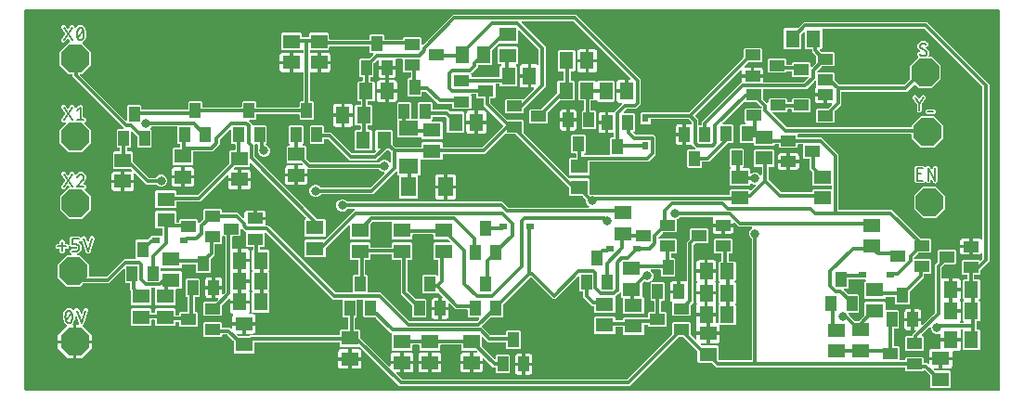
<source format=gbr>
G04 EAGLE Gerber RS-274X export*
G75*
%MOMM*%
%FSLAX34Y34*%
%LPD*%
%INTop Copper*%
%IPPOS*%
%AMOC8*
5,1,8,0,0,1.08239X$1,22.5*%
G01*
%ADD10R,1.500000X1.300000*%
%ADD11R,1.300000X1.500000*%
%ADD12R,1.000000X1.400000*%
%ADD13R,1.600000X1.300000*%
%ADD14R,1.300000X1.600000*%
%ADD15R,0.600000X0.800000*%
%ADD16R,1.400000X1.000000*%
%ADD17R,1.800000X1.400000*%
%ADD18R,1.400000X1.800000*%
%ADD19R,0.800000X0.600000*%
%ADD20P,2.763017X8X22.500000*%
%ADD21C,0.127000*%
%ADD22C,0.304800*%
%ADD23C,0.806400*%

G36*
X898842Y158551D02*
X898842Y158551D01*
X898862Y158549D01*
X898963Y158571D01*
X899065Y158587D01*
X899083Y158597D01*
X899102Y158601D01*
X899191Y158654D01*
X899282Y158702D01*
X899296Y158717D01*
X899313Y158727D01*
X899381Y158806D01*
X899452Y158881D01*
X899460Y158899D01*
X899473Y158914D01*
X899512Y159010D01*
X899555Y159104D01*
X899558Y159124D01*
X899565Y159142D01*
X899584Y159309D01*
X899446Y505150D01*
X899443Y505169D01*
X899445Y505189D01*
X899423Y505290D01*
X899406Y505393D01*
X899397Y505410D01*
X899393Y505429D01*
X899340Y505518D01*
X899291Y505610D01*
X899277Y505624D01*
X899267Y505641D01*
X899188Y505708D01*
X899113Y505779D01*
X899095Y505788D01*
X899080Y505800D01*
X898984Y505839D01*
X898890Y505883D01*
X898870Y505885D01*
X898852Y505892D01*
X898685Y505911D01*
X10922Y505911D01*
X10902Y505908D01*
X10883Y505910D01*
X10781Y505888D01*
X10679Y505871D01*
X10662Y505862D01*
X10642Y505858D01*
X10553Y505804D01*
X10462Y505756D01*
X10448Y505742D01*
X10431Y505731D01*
X10364Y505653D01*
X10292Y505578D01*
X10284Y505560D01*
X10271Y505544D01*
X10232Y505448D01*
X10189Y505355D01*
X10187Y505335D01*
X10179Y505316D01*
X10161Y505150D01*
X10161Y159309D01*
X10164Y159289D01*
X10162Y159269D01*
X10184Y159168D01*
X10200Y159066D01*
X10210Y159048D01*
X10214Y159029D01*
X10267Y158940D01*
X10316Y158849D01*
X10330Y158835D01*
X10340Y158818D01*
X10419Y158751D01*
X10494Y158679D01*
X10512Y158671D01*
X10527Y158658D01*
X10623Y158619D01*
X10717Y158576D01*
X10737Y158573D01*
X10755Y158566D01*
X10922Y158548D01*
X898822Y158548D01*
X898842Y158551D01*
G37*
%LPC*%
G36*
X837138Y160529D02*
X837138Y160529D01*
X836244Y161422D01*
X836244Y171827D01*
X836230Y171917D01*
X836223Y172008D01*
X836210Y172037D01*
X836205Y172069D01*
X836162Y172150D01*
X836126Y172234D01*
X836101Y172266D01*
X836090Y172287D01*
X836066Y172309D01*
X836022Y172365D01*
X831355Y177031D01*
X831339Y177043D01*
X831327Y177058D01*
X831240Y177114D01*
X831156Y177175D01*
X831137Y177180D01*
X831120Y177191D01*
X831019Y177216D01*
X830921Y177247D01*
X830901Y177246D01*
X830881Y177251D01*
X830778Y177243D01*
X830675Y177241D01*
X830656Y177234D01*
X830636Y177232D01*
X830541Y177192D01*
X830444Y177156D01*
X830428Y177144D01*
X830410Y177136D01*
X830279Y177031D01*
X829349Y176101D01*
X814086Y176101D01*
X813192Y176994D01*
X813192Y179070D01*
X813189Y179090D01*
X813191Y179109D01*
X813169Y179211D01*
X813153Y179313D01*
X813143Y179330D01*
X813139Y179350D01*
X813086Y179439D01*
X813038Y179530D01*
X813023Y179544D01*
X813013Y179561D01*
X812934Y179628D01*
X812859Y179700D01*
X812841Y179708D01*
X812826Y179721D01*
X812730Y179760D01*
X812636Y179803D01*
X812616Y179805D01*
X812598Y179813D01*
X812431Y179831D01*
X641103Y179831D01*
X637590Y183344D01*
X637516Y183397D01*
X637447Y183457D01*
X637417Y183469D01*
X637391Y183488D01*
X637304Y183514D01*
X637219Y183549D01*
X637178Y183553D01*
X637155Y183560D01*
X637123Y183559D01*
X637052Y183567D01*
X625073Y183567D01*
X624180Y184460D01*
X624180Y194153D01*
X624165Y194243D01*
X624158Y194334D01*
X624145Y194364D01*
X624140Y194396D01*
X624097Y194477D01*
X624062Y194561D01*
X624036Y194593D01*
X624025Y194613D01*
X624002Y194636D01*
X623957Y194692D01*
X611351Y207298D01*
X611277Y207351D01*
X611207Y207410D01*
X611177Y207422D01*
X611151Y207441D01*
X611064Y207468D01*
X610979Y207502D01*
X610938Y207507D01*
X610916Y207514D01*
X610884Y207513D01*
X610812Y207521D01*
X607626Y207521D01*
X607535Y207506D01*
X607445Y207499D01*
X607415Y207486D01*
X607383Y207481D01*
X607302Y207438D01*
X607218Y207402D01*
X607186Y207377D01*
X607165Y207366D01*
X607143Y207342D01*
X607087Y207298D01*
X562384Y162595D01*
X352016Y162595D01*
X350007Y164604D01*
X316501Y198109D01*
X316485Y198121D01*
X316472Y198137D01*
X316385Y198193D01*
X316301Y198253D01*
X316282Y198259D01*
X316266Y198270D01*
X316165Y198295D01*
X316066Y198325D01*
X316046Y198325D01*
X316027Y198330D01*
X315924Y198321D01*
X315820Y198319D01*
X315802Y198312D01*
X315782Y198310D01*
X315687Y198270D01*
X315622Y198246D01*
X298298Y198246D01*
X297405Y199139D01*
X297405Y201930D01*
X297402Y201950D01*
X297404Y201969D01*
X297382Y202071D01*
X297365Y202173D01*
X297356Y202190D01*
X297352Y202210D01*
X297299Y202299D01*
X297250Y202390D01*
X297236Y202404D01*
X297226Y202421D01*
X297147Y202488D01*
X297072Y202560D01*
X297054Y202568D01*
X297039Y202581D01*
X296943Y202620D01*
X296849Y202663D01*
X296829Y202665D01*
X296811Y202673D01*
X296644Y202691D01*
X220775Y202691D01*
X220755Y202688D01*
X220735Y202690D01*
X220634Y202668D01*
X220532Y202652D01*
X220514Y202642D01*
X220495Y202638D01*
X220406Y202585D01*
X220315Y202536D01*
X220301Y202522D01*
X220284Y202512D01*
X220216Y202433D01*
X220145Y202358D01*
X220137Y202340D01*
X220124Y202325D01*
X220085Y202229D01*
X220042Y202135D01*
X220039Y202115D01*
X220032Y202097D01*
X220013Y201930D01*
X220013Y193277D01*
X219120Y192383D01*
X201857Y192383D01*
X200964Y193277D01*
X200964Y203603D01*
X200949Y203693D01*
X200942Y203784D01*
X200930Y203814D01*
X200924Y203846D01*
X200882Y203927D01*
X200846Y204010D01*
X200820Y204043D01*
X200809Y204063D01*
X200786Y204085D01*
X200741Y204141D01*
X195556Y209326D01*
X195482Y209379D01*
X195413Y209439D01*
X195383Y209451D01*
X195356Y209470D01*
X195269Y209497D01*
X195185Y209531D01*
X195144Y209535D01*
X195121Y209542D01*
X195089Y209541D01*
X195018Y209549D01*
X191007Y209549D01*
X190987Y209546D01*
X190967Y209548D01*
X190866Y209526D01*
X190764Y209510D01*
X190747Y209500D01*
X190727Y209496D01*
X190638Y209443D01*
X190547Y209394D01*
X190533Y209380D01*
X190516Y209370D01*
X190449Y209291D01*
X190377Y209216D01*
X190369Y209198D01*
X190356Y209183D01*
X190317Y209087D01*
X190274Y208993D01*
X190272Y208973D01*
X190264Y208955D01*
X190246Y208788D01*
X190246Y208489D01*
X189353Y207595D01*
X174089Y207595D01*
X173196Y208489D01*
X173196Y219752D01*
X174089Y220645D01*
X189353Y220645D01*
X190246Y219752D01*
X190246Y216408D01*
X190249Y216388D01*
X190247Y216369D01*
X190269Y216267D01*
X190285Y216165D01*
X190295Y216148D01*
X190299Y216128D01*
X190352Y216039D01*
X190400Y215948D01*
X190415Y215934D01*
X190425Y215917D01*
X190504Y215850D01*
X190579Y215778D01*
X190597Y215770D01*
X190612Y215757D01*
X190708Y215718D01*
X190802Y215675D01*
X190822Y215673D01*
X190840Y215665D01*
X191007Y215647D01*
X197859Y215647D01*
X198648Y214857D01*
X198707Y214815D01*
X198759Y214766D01*
X198806Y214744D01*
X198848Y214714D01*
X198917Y214692D01*
X198982Y214662D01*
X199034Y214657D01*
X199083Y214641D01*
X199155Y214643D01*
X199226Y214635D01*
X199277Y214646D01*
X199329Y214648D01*
X199397Y214672D01*
X199467Y214687D01*
X199511Y214714D01*
X199560Y214732D01*
X199616Y214777D01*
X199678Y214814D01*
X199712Y214853D01*
X199752Y214886D01*
X199791Y214946D01*
X199838Y215000D01*
X199857Y215049D01*
X199885Y215093D01*
X199903Y215162D01*
X199930Y215229D01*
X199937Y215300D01*
X199945Y215331D01*
X199943Y215354D01*
X199948Y215395D01*
X199948Y217885D01*
X208966Y217885D01*
X208966Y210367D01*
X204976Y210367D01*
X204905Y210356D01*
X204834Y210354D01*
X204785Y210336D01*
X204733Y210328D01*
X204670Y210294D01*
X204603Y210269D01*
X204562Y210237D01*
X204516Y210213D01*
X204467Y210161D01*
X204411Y210116D01*
X204382Y210072D01*
X204347Y210034D01*
X204316Y209969D01*
X204278Y209909D01*
X204265Y209858D01*
X204243Y209811D01*
X204235Y209740D01*
X204217Y209670D01*
X204222Y209618D01*
X204216Y209567D01*
X204231Y209497D01*
X204237Y209425D01*
X204257Y209377D01*
X204268Y209326D01*
X204305Y209265D01*
X204333Y209199D01*
X204378Y209143D01*
X204394Y209115D01*
X204412Y209100D01*
X204438Y209068D01*
X204850Y208656D01*
X204924Y208603D01*
X204993Y208543D01*
X205023Y208531D01*
X205050Y208512D01*
X205137Y208485D01*
X205221Y208451D01*
X205262Y208447D01*
X205285Y208440D01*
X205317Y208441D01*
X205388Y208433D01*
X215236Y208433D01*
X215326Y208448D01*
X215417Y208455D01*
X215447Y208467D01*
X215479Y208473D01*
X215559Y208515D01*
X215643Y208551D01*
X215675Y208577D01*
X215696Y208588D01*
X215718Y208611D01*
X215774Y208656D01*
X215907Y208789D01*
X296644Y208789D01*
X296664Y208792D01*
X296683Y208790D01*
X296785Y208812D01*
X296887Y208828D01*
X296904Y208838D01*
X296924Y208842D01*
X297013Y208895D01*
X297104Y208944D01*
X297118Y208958D01*
X297135Y208968D01*
X297202Y209047D01*
X297273Y209122D01*
X297282Y209140D01*
X297295Y209155D01*
X297334Y209251D01*
X297377Y209345D01*
X297379Y209365D01*
X297387Y209383D01*
X297405Y209550D01*
X297405Y213402D01*
X298298Y214296D01*
X304800Y214296D01*
X304820Y214299D01*
X304839Y214297D01*
X304941Y214319D01*
X305043Y214335D01*
X305060Y214345D01*
X305080Y214349D01*
X305169Y214402D01*
X305260Y214450D01*
X305274Y214465D01*
X305291Y214475D01*
X305358Y214554D01*
X305430Y214629D01*
X305438Y214647D01*
X305451Y214662D01*
X305490Y214758D01*
X305533Y214852D01*
X305535Y214872D01*
X305543Y214890D01*
X305561Y215057D01*
X305561Y224059D01*
X305558Y224079D01*
X305560Y224098D01*
X305538Y224200D01*
X305522Y224302D01*
X305512Y224319D01*
X305508Y224339D01*
X305455Y224428D01*
X305406Y224519D01*
X305392Y224533D01*
X305382Y224550D01*
X305303Y224617D01*
X305228Y224689D01*
X305210Y224697D01*
X305195Y224710D01*
X305099Y224749D01*
X305005Y224792D01*
X304985Y224794D01*
X304967Y224802D01*
X304800Y224820D01*
X301273Y224820D01*
X300379Y225713D01*
X300379Y240792D01*
X300378Y240800D01*
X300378Y240802D01*
X300376Y240812D01*
X300378Y240831D01*
X300356Y240933D01*
X300340Y241035D01*
X300330Y241052D01*
X300326Y241072D01*
X300273Y241161D01*
X300225Y241252D01*
X300210Y241266D01*
X300200Y241283D01*
X300121Y241350D01*
X300046Y241422D01*
X300028Y241430D01*
X300013Y241443D01*
X299917Y241482D01*
X299823Y241525D01*
X299803Y241527D01*
X299785Y241535D01*
X299618Y241553D01*
X291752Y241553D01*
X289743Y243562D01*
X230374Y302931D01*
X230316Y302972D01*
X230264Y303022D01*
X230217Y303044D01*
X230174Y303074D01*
X230106Y303095D01*
X230041Y303125D01*
X229989Y303131D01*
X229939Y303147D01*
X229868Y303145D01*
X229796Y303153D01*
X229746Y303142D01*
X229694Y303140D01*
X229626Y303116D01*
X229556Y303100D01*
X229511Y303074D01*
X229462Y303056D01*
X229406Y303011D01*
X229345Y302974D01*
X229311Y302935D01*
X229270Y302902D01*
X229232Y302842D01*
X229185Y302787D01*
X229166Y302739D01*
X229137Y302695D01*
X229120Y302626D01*
X229093Y302559D01*
X229085Y302488D01*
X229077Y302457D01*
X229079Y302433D01*
X229075Y302392D01*
X229075Y290818D01*
X228182Y289924D01*
X225552Y289924D01*
X225532Y289921D01*
X225513Y289923D01*
X225411Y289901D01*
X225309Y289885D01*
X225292Y289875D01*
X225272Y289871D01*
X225183Y289818D01*
X225092Y289770D01*
X225078Y289755D01*
X225061Y289745D01*
X224994Y289666D01*
X224922Y289591D01*
X224914Y289573D01*
X224901Y289558D01*
X224862Y289462D01*
X224819Y289368D01*
X224817Y289348D01*
X224809Y289330D01*
X224791Y289163D01*
X224791Y287513D01*
X224794Y287494D01*
X224792Y287474D01*
X224814Y287373D01*
X224830Y287271D01*
X224840Y287253D01*
X224844Y287233D01*
X224897Y287144D01*
X224946Y287053D01*
X224960Y287039D01*
X224970Y287022D01*
X225049Y286955D01*
X225124Y286884D01*
X225142Y286875D01*
X225157Y286862D01*
X225253Y286824D01*
X225347Y286780D01*
X225367Y286778D01*
X225385Y286771D01*
X225552Y286752D01*
X232732Y286752D01*
X233625Y285859D01*
X233625Y268596D01*
X233071Y268041D01*
X233059Y268025D01*
X233044Y268013D01*
X232988Y267926D01*
X232928Y267842D01*
X232922Y267823D01*
X232911Y267806D01*
X232886Y267705D01*
X232855Y267607D01*
X232856Y267587D01*
X232851Y267567D01*
X232859Y267464D01*
X232862Y267361D01*
X232868Y267342D01*
X232870Y267322D01*
X232910Y267227D01*
X232946Y267130D01*
X232959Y267114D01*
X232966Y267096D01*
X233071Y266965D01*
X233625Y266410D01*
X233625Y250147D01*
X233071Y249593D01*
X233059Y249577D01*
X233044Y249564D01*
X232988Y249477D01*
X232928Y249393D01*
X232922Y249374D01*
X232911Y249357D01*
X232886Y249257D01*
X232855Y249158D01*
X232856Y249138D01*
X232851Y249119D01*
X232859Y249016D01*
X232862Y248912D01*
X232868Y248894D01*
X232870Y248874D01*
X232910Y248779D01*
X232946Y248681D01*
X232959Y248666D01*
X232966Y248647D01*
X233071Y248516D01*
X233625Y247962D01*
X233625Y230699D01*
X232732Y229806D01*
X219541Y229806D01*
X219517Y229802D01*
X219493Y229804D01*
X219396Y229782D01*
X219298Y229766D01*
X219277Y229755D01*
X219254Y229749D01*
X219169Y229697D01*
X219081Y229651D01*
X219064Y229634D01*
X219044Y229621D01*
X218980Y229545D01*
X218912Y229473D01*
X218901Y229451D01*
X218886Y229432D01*
X218850Y229340D01*
X218808Y229250D01*
X218805Y229226D01*
X218797Y229203D01*
X218792Y229104D01*
X218781Y229005D01*
X218786Y228982D01*
X218785Y228957D01*
X218812Y228862D01*
X218833Y228765D01*
X218846Y228744D01*
X218852Y228721D01*
X218908Y228639D01*
X218959Y228554D01*
X218978Y228538D01*
X218991Y228518D01*
X219071Y228458D01*
X219146Y228394D01*
X219169Y228385D01*
X219188Y228370D01*
X219344Y228309D01*
X219470Y228276D01*
X220049Y227941D01*
X220522Y227468D01*
X220856Y226889D01*
X221029Y226243D01*
X221029Y220931D01*
X211251Y220931D01*
X211231Y220928D01*
X211211Y220930D01*
X211110Y220908D01*
X211008Y220892D01*
X210991Y220882D01*
X210971Y220878D01*
X210882Y220825D01*
X210791Y220776D01*
X210777Y220762D01*
X210760Y220752D01*
X210693Y220673D01*
X210621Y220598D01*
X210613Y220580D01*
X210600Y220565D01*
X210561Y220469D01*
X210518Y220375D01*
X210516Y220355D01*
X210508Y220337D01*
X210490Y220170D01*
X210490Y219407D01*
X210488Y219407D01*
X210488Y220170D01*
X210485Y220190D01*
X210487Y220209D01*
X210465Y220311D01*
X210448Y220413D01*
X210439Y220430D01*
X210435Y220450D01*
X210381Y220539D01*
X210333Y220630D01*
X210319Y220644D01*
X210308Y220661D01*
X210230Y220728D01*
X210155Y220800D01*
X210137Y220808D01*
X210122Y220821D01*
X210025Y220860D01*
X209932Y220903D01*
X209912Y220905D01*
X209893Y220913D01*
X209727Y220931D01*
X199948Y220931D01*
X199948Y226243D01*
X200121Y226889D01*
X200456Y227468D01*
X200478Y227490D01*
X200520Y227548D01*
X200569Y227600D01*
X200591Y227648D01*
X200621Y227690D01*
X200642Y227758D01*
X200673Y227824D01*
X200678Y227875D01*
X200694Y227925D01*
X200692Y227997D01*
X200700Y228068D01*
X200689Y228119D01*
X200687Y228171D01*
X200663Y228238D01*
X200647Y228308D01*
X200621Y228353D01*
X200603Y228402D01*
X200558Y228458D01*
X200521Y228519D01*
X200482Y228553D01*
X200449Y228594D01*
X200389Y228633D01*
X200334Y228679D01*
X200286Y228699D01*
X200242Y228727D01*
X200173Y228744D01*
X200106Y228771D01*
X200035Y228779D01*
X200004Y228787D01*
X199980Y228785D01*
X199940Y228790D01*
X199766Y228790D01*
X199120Y228963D01*
X198541Y229297D01*
X198068Y229770D01*
X197733Y230350D01*
X197560Y230996D01*
X197560Y237807D01*
X205839Y237807D01*
X205858Y237811D01*
X205878Y237808D01*
X205979Y237830D01*
X206081Y237847D01*
X206099Y237856D01*
X206118Y237861D01*
X206207Y237914D01*
X206299Y237962D01*
X206312Y237977D01*
X206330Y237987D01*
X206397Y238066D01*
X206468Y238141D01*
X206477Y238159D01*
X206489Y238174D01*
X206528Y238270D01*
X206572Y238364D01*
X206574Y238383D01*
X206581Y238402D01*
X206600Y238569D01*
X206600Y239331D01*
X206602Y239331D01*
X206602Y238569D01*
X206605Y238549D01*
X206603Y238529D01*
X206625Y238428D01*
X206641Y238326D01*
X206651Y238308D01*
X206655Y238289D01*
X206708Y238200D01*
X206756Y238108D01*
X206771Y238095D01*
X206781Y238078D01*
X206860Y238010D01*
X206935Y237939D01*
X206953Y237931D01*
X206968Y237918D01*
X207064Y237879D01*
X207158Y237835D01*
X207178Y237833D01*
X207196Y237826D01*
X207363Y237807D01*
X215641Y237807D01*
X215641Y230996D01*
X215468Y230350D01*
X215134Y229771D01*
X215112Y229748D01*
X215070Y229690D01*
X215020Y229638D01*
X214999Y229591D01*
X214968Y229549D01*
X214947Y229480D01*
X214917Y229415D01*
X214911Y229363D01*
X214896Y229314D01*
X214898Y229242D01*
X214890Y229171D01*
X214901Y229120D01*
X214902Y229068D01*
X214927Y229000D01*
X214942Y228930D01*
X214969Y228886D01*
X214987Y228837D01*
X215031Y228781D01*
X215068Y228719D01*
X215108Y228685D01*
X215140Y228645D01*
X215201Y228606D01*
X215255Y228559D01*
X215303Y228540D01*
X215347Y228512D01*
X215417Y228494D01*
X215483Y228467D01*
X215554Y228459D01*
X215586Y228452D01*
X215609Y228453D01*
X215650Y228449D01*
X217988Y228449D01*
X218059Y228460D01*
X218131Y228462D01*
X218180Y228480D01*
X218231Y228489D01*
X218294Y228522D01*
X218362Y228547D01*
X218402Y228579D01*
X218448Y228604D01*
X218498Y228656D01*
X218554Y228700D01*
X218582Y228744D01*
X218618Y228782D01*
X218648Y228847D01*
X218687Y228907D01*
X218700Y228958D01*
X218721Y229005D01*
X218729Y229076D01*
X218747Y229146D01*
X218743Y229198D01*
X218749Y229250D01*
X218733Y229320D01*
X218728Y229391D01*
X218707Y229439D01*
X218696Y229490D01*
X218660Y229552D01*
X218631Y229617D01*
X218587Y229673D01*
X218570Y229701D01*
X218552Y229716D01*
X218527Y229748D01*
X217576Y230699D01*
X217576Y247962D01*
X218130Y248516D01*
X218142Y248533D01*
X218158Y248545D01*
X218214Y248632D01*
X218274Y248716D01*
X218280Y248735D01*
X218291Y248752D01*
X218316Y248852D01*
X218346Y248951D01*
X218346Y248971D01*
X218351Y248990D01*
X218343Y249093D01*
X218340Y249197D01*
X218333Y249216D01*
X218331Y249236D01*
X218291Y249331D01*
X218255Y249428D01*
X218243Y249444D01*
X218235Y249462D01*
X218130Y249593D01*
X217576Y250147D01*
X217576Y266410D01*
X218130Y266965D01*
X218142Y266981D01*
X218158Y266993D01*
X218214Y267081D01*
X218274Y267165D01*
X218280Y267184D01*
X218291Y267200D01*
X218316Y267301D01*
X218346Y267400D01*
X218346Y267420D01*
X218351Y267439D01*
X218343Y267542D01*
X218340Y267646D01*
X218333Y267664D01*
X218331Y267684D01*
X218291Y267779D01*
X218255Y267877D01*
X218243Y267892D01*
X218235Y267910D01*
X218130Y268041D01*
X217576Y268596D01*
X217576Y285859D01*
X218470Y286753D01*
X218523Y286827D01*
X218583Y286897D01*
X218595Y286927D01*
X218614Y286953D01*
X218641Y287040D01*
X218675Y287125D01*
X218679Y287166D01*
X218686Y287188D01*
X218685Y287220D01*
X218693Y287292D01*
X218693Y289163D01*
X218690Y289183D01*
X218692Y289203D01*
X218670Y289304D01*
X218654Y289406D01*
X218644Y289423D01*
X218640Y289443D01*
X218587Y289532D01*
X218538Y289623D01*
X218524Y289637D01*
X218514Y289654D01*
X218435Y289721D01*
X218360Y289793D01*
X218342Y289801D01*
X218327Y289814D01*
X218231Y289853D01*
X218137Y289896D01*
X218117Y289898D01*
X218099Y289906D01*
X217932Y289924D01*
X212918Y289924D01*
X212025Y290818D01*
X212025Y302116D01*
X212033Y302133D01*
X212064Y302175D01*
X212085Y302244D01*
X212115Y302309D01*
X212121Y302361D01*
X212136Y302410D01*
X212134Y302482D01*
X212142Y302553D01*
X212131Y302604D01*
X212130Y302656D01*
X212105Y302724D01*
X212090Y302794D01*
X212063Y302839D01*
X212045Y302887D01*
X212001Y302943D01*
X211964Y303005D01*
X211924Y303039D01*
X211892Y303079D01*
X211831Y303118D01*
X211777Y303165D01*
X211728Y303184D01*
X211685Y303212D01*
X211615Y303230D01*
X211549Y303257D01*
X211477Y303265D01*
X211446Y303273D01*
X211423Y303271D01*
X211382Y303275D01*
X211335Y303275D01*
X209326Y305284D01*
X209272Y305338D01*
X208374Y306236D01*
X208316Y306278D01*
X208264Y306327D01*
X208217Y306349D01*
X208174Y306380D01*
X208106Y306401D01*
X208041Y306431D01*
X207989Y306437D01*
X207939Y306452D01*
X207868Y306450D01*
X207796Y306458D01*
X207746Y306447D01*
X207694Y306446D01*
X207626Y306421D01*
X207556Y306406D01*
X207511Y306379D01*
X207462Y306361D01*
X207406Y306316D01*
X207345Y306280D01*
X207311Y306240D01*
X207270Y306208D01*
X207232Y306147D01*
X207185Y306093D01*
X207166Y306044D01*
X207137Y306001D01*
X207120Y305931D01*
X207093Y305865D01*
X207085Y305793D01*
X207077Y305762D01*
X207079Y305739D01*
X207075Y305698D01*
X207075Y300318D01*
X206182Y299424D01*
X200406Y299424D01*
X200386Y299421D01*
X200367Y299423D01*
X200265Y299401D01*
X200163Y299385D01*
X200146Y299375D01*
X200126Y299371D01*
X200037Y299318D01*
X199946Y299270D01*
X199932Y299255D01*
X199915Y299245D01*
X199848Y299166D01*
X199776Y299091D01*
X199768Y299073D01*
X199755Y299058D01*
X199716Y298962D01*
X199673Y298868D01*
X199671Y298848D01*
X199663Y298830D01*
X199645Y298663D01*
X199645Y288529D01*
X199648Y288510D01*
X199646Y288490D01*
X199668Y288389D01*
X199684Y288287D01*
X199694Y288269D01*
X199698Y288249D01*
X199751Y288160D01*
X199800Y288069D01*
X199814Y288055D01*
X199824Y288038D01*
X199903Y287971D01*
X199978Y287900D01*
X199996Y287891D01*
X200011Y287878D01*
X200107Y287840D01*
X200201Y287796D01*
X200221Y287794D01*
X200239Y287787D01*
X200406Y287768D01*
X205077Y287768D01*
X205077Y277989D01*
X205081Y277970D01*
X205079Y277950D01*
X205101Y277849D01*
X205117Y277747D01*
X205127Y277729D01*
X205131Y277710D01*
X205184Y277621D01*
X205232Y277529D01*
X205247Y277516D01*
X205257Y277498D01*
X205336Y277431D01*
X205411Y277360D01*
X205429Y277352D01*
X205444Y277339D01*
X205540Y277300D01*
X205634Y277256D01*
X205653Y277254D01*
X205672Y277247D01*
X205839Y277228D01*
X206602Y277228D01*
X206602Y277226D01*
X205839Y277226D01*
X205819Y277223D01*
X205799Y277225D01*
X205698Y277203D01*
X205596Y277187D01*
X205578Y277177D01*
X205559Y277173D01*
X205470Y277120D01*
X205379Y277072D01*
X205365Y277057D01*
X205348Y277047D01*
X205280Y276968D01*
X205209Y276893D01*
X205201Y276875D01*
X205188Y276860D01*
X205149Y276764D01*
X205106Y276670D01*
X205103Y276650D01*
X205096Y276632D01*
X205077Y276465D01*
X205077Y269081D01*
X205078Y269081D01*
X205078Y259041D01*
X205081Y259021D01*
X205079Y259002D01*
X205101Y258900D01*
X205117Y258798D01*
X205127Y258781D01*
X205131Y258761D01*
X205184Y258672D01*
X205232Y258581D01*
X205247Y258567D01*
X205257Y258550D01*
X205336Y258483D01*
X205411Y258412D01*
X205429Y258403D01*
X205444Y258390D01*
X205540Y258351D01*
X205634Y258308D01*
X205654Y258306D01*
X205672Y258298D01*
X205839Y258280D01*
X206602Y258280D01*
X206602Y258278D01*
X205839Y258278D01*
X205819Y258275D01*
X205799Y258277D01*
X205698Y258255D01*
X205596Y258238D01*
X205578Y258229D01*
X205559Y258225D01*
X205470Y258172D01*
X205379Y258123D01*
X205365Y258109D01*
X205348Y258099D01*
X205280Y258020D01*
X205209Y257945D01*
X205201Y257927D01*
X205188Y257912D01*
X205149Y257815D01*
X205106Y257722D01*
X205103Y257702D01*
X205096Y257684D01*
X205078Y257517D01*
X205078Y250633D01*
X205078Y250632D01*
X205078Y240854D01*
X197560Y240854D01*
X197560Y241703D01*
X197548Y241773D01*
X197547Y241845D01*
X197529Y241894D01*
X197520Y241945D01*
X197487Y242009D01*
X197462Y242076D01*
X197430Y242117D01*
X197405Y242163D01*
X197353Y242212D01*
X197308Y242268D01*
X197265Y242296D01*
X197227Y242332D01*
X197162Y242362D01*
X197102Y242401D01*
X197051Y242414D01*
X197004Y242436D01*
X196933Y242444D01*
X196863Y242461D01*
X196811Y242457D01*
X196759Y242463D01*
X196689Y242448D01*
X196618Y242442D01*
X196570Y242422D01*
X196519Y242411D01*
X196457Y242374D01*
X196391Y242346D01*
X196336Y242301D01*
X196308Y242284D01*
X196293Y242267D01*
X196260Y242241D01*
X190469Y236449D01*
X190416Y236375D01*
X190356Y236306D01*
X190344Y236276D01*
X190325Y236249D01*
X190298Y236162D01*
X190264Y236078D01*
X190260Y236037D01*
X190253Y236014D01*
X190254Y235982D01*
X190246Y235911D01*
X190246Y227489D01*
X189353Y226595D01*
X174089Y226595D01*
X173196Y227489D01*
X173196Y238752D01*
X174089Y239645D01*
X184726Y239645D01*
X184816Y239660D01*
X184907Y239667D01*
X184937Y239679D01*
X184969Y239685D01*
X185049Y239727D01*
X185133Y239763D01*
X185165Y239789D01*
X185186Y239800D01*
X185208Y239823D01*
X185264Y239868D01*
X186944Y241548D01*
X186986Y241606D01*
X187035Y241658D01*
X187057Y241705D01*
X187088Y241747D01*
X187109Y241816D01*
X187139Y241881D01*
X187145Y241933D01*
X187160Y241982D01*
X187158Y242054D01*
X187166Y242125D01*
X187155Y242176D01*
X187154Y242228D01*
X187129Y242296D01*
X187114Y242366D01*
X187087Y242410D01*
X187069Y242459D01*
X187024Y242515D01*
X186988Y242577D01*
X186948Y242611D01*
X186915Y242651D01*
X186855Y242690D01*
X186801Y242737D01*
X186752Y242756D01*
X186709Y242784D01*
X186639Y242802D01*
X186573Y242829D01*
X186501Y242837D01*
X186470Y242844D01*
X186447Y242843D01*
X186406Y242847D01*
X184356Y242847D01*
X184356Y250865D01*
X190374Y250865D01*
X190374Y246815D01*
X190385Y246745D01*
X190387Y246673D01*
X190405Y246624D01*
X190414Y246573D01*
X190447Y246509D01*
X190472Y246442D01*
X190504Y246401D01*
X190529Y246355D01*
X190581Y246306D01*
X190625Y246250D01*
X190669Y246222D01*
X190707Y246186D01*
X190772Y246156D01*
X190832Y246117D01*
X190883Y246104D01*
X190930Y246082D01*
X191001Y246074D01*
X191071Y246057D01*
X191123Y246061D01*
X191175Y246055D01*
X191245Y246070D01*
X191316Y246076D01*
X191364Y246096D01*
X191415Y246107D01*
X191477Y246144D01*
X191542Y246172D01*
X191598Y246217D01*
X191626Y246233D01*
X191641Y246251D01*
X191673Y246277D01*
X193324Y247928D01*
X193377Y248002D01*
X193437Y248071D01*
X193449Y248101D01*
X193468Y248128D01*
X193495Y248215D01*
X193529Y248299D01*
X193533Y248340D01*
X193540Y248363D01*
X193539Y248395D01*
X193547Y248466D01*
X193547Y298663D01*
X193544Y298683D01*
X193546Y298703D01*
X193524Y298804D01*
X193508Y298906D01*
X193498Y298923D01*
X193494Y298943D01*
X193441Y299032D01*
X193392Y299123D01*
X193378Y299137D01*
X193368Y299154D01*
X193289Y299221D01*
X193214Y299293D01*
X193196Y299301D01*
X193181Y299314D01*
X193085Y299353D01*
X192991Y299396D01*
X192971Y299398D01*
X192953Y299406D01*
X192786Y299424D01*
X191258Y299424D01*
X191239Y299421D01*
X191219Y299423D01*
X191118Y299401D01*
X191016Y299385D01*
X190998Y299375D01*
X190979Y299371D01*
X190890Y299318D01*
X190798Y299270D01*
X190785Y299255D01*
X190767Y299245D01*
X190700Y299166D01*
X190629Y299091D01*
X190621Y299073D01*
X190608Y299058D01*
X190569Y298962D01*
X190525Y298868D01*
X190523Y298848D01*
X190516Y298830D01*
X190497Y298663D01*
X190497Y293195D01*
X189604Y292302D01*
X184404Y292302D01*
X184384Y292299D01*
X184365Y292301D01*
X184263Y292279D01*
X184161Y292262D01*
X184144Y292253D01*
X184124Y292249D01*
X184035Y292195D01*
X183944Y292147D01*
X183930Y292133D01*
X183913Y292122D01*
X183846Y292044D01*
X183774Y291969D01*
X183766Y291951D01*
X183753Y291936D01*
X183714Y291839D01*
X183671Y291746D01*
X183669Y291726D01*
X183661Y291707D01*
X183643Y291541D01*
X183643Y282201D01*
X180081Y278639D01*
X180028Y278565D01*
X179968Y278496D01*
X179956Y278466D01*
X179937Y278440D01*
X179911Y278353D01*
X179876Y278268D01*
X179872Y278227D01*
X179865Y278204D01*
X179866Y278172D01*
X179858Y278101D01*
X179858Y266756D01*
X178965Y265863D01*
X167702Y265863D01*
X166808Y266756D01*
X166808Y272796D01*
X166805Y272816D01*
X166807Y272835D01*
X166785Y272937D01*
X166769Y273039D01*
X166759Y273056D01*
X166755Y273076D01*
X166702Y273165D01*
X166654Y273256D01*
X166639Y273270D01*
X166629Y273287D01*
X166550Y273354D01*
X166475Y273426D01*
X166457Y273434D01*
X166442Y273447D01*
X166346Y273486D01*
X166252Y273529D01*
X166232Y273531D01*
X166214Y273539D01*
X166047Y273557D01*
X154372Y273557D01*
X154352Y273554D01*
X154332Y273556D01*
X154231Y273534D01*
X154129Y273518D01*
X154111Y273508D01*
X154092Y273504D01*
X154003Y273451D01*
X153911Y273402D01*
X153898Y273388D01*
X153881Y273378D01*
X153813Y273299D01*
X153742Y273224D01*
X153734Y273206D01*
X153721Y273191D01*
X153682Y273095D01*
X153638Y273001D01*
X153636Y272981D01*
X153629Y272963D01*
X153610Y272796D01*
X153610Y271047D01*
X152717Y270154D01*
X135454Y270154D01*
X135329Y270279D01*
X135270Y270321D01*
X135218Y270371D01*
X135171Y270392D01*
X135129Y270423D01*
X135060Y270444D01*
X134995Y270474D01*
X134944Y270480D01*
X134894Y270495D01*
X134822Y270493D01*
X134751Y270501D01*
X134700Y270490D01*
X134648Y270489D01*
X134581Y270464D01*
X134511Y270449D01*
X134466Y270422D01*
X134417Y270404D01*
X134361Y270360D01*
X134299Y270323D01*
X134266Y270283D01*
X134225Y270251D01*
X134186Y270190D01*
X134139Y270136D01*
X134120Y270088D01*
X134092Y270044D01*
X134074Y269974D01*
X134048Y269908D01*
X134040Y269836D01*
X134032Y269805D01*
X134034Y269782D01*
X134029Y269741D01*
X134029Y267616D01*
X134041Y267546D01*
X134043Y267474D01*
X134060Y267425D01*
X134069Y267374D01*
X134102Y267310D01*
X134127Y267243D01*
X134160Y267202D01*
X134184Y267156D01*
X134236Y267107D01*
X134281Y267051D01*
X134325Y267023D01*
X134362Y266987D01*
X134427Y266957D01*
X134488Y266918D01*
X134538Y266905D01*
X134585Y266883D01*
X134657Y266875D01*
X134726Y266858D01*
X134778Y266862D01*
X134830Y266856D01*
X134900Y266871D01*
X134971Y266877D01*
X135019Y266897D01*
X135070Y266908D01*
X135132Y266945D01*
X135198Y266973D01*
X135254Y267018D01*
X135281Y267035D01*
X135296Y267052D01*
X135329Y267078D01*
X135454Y267203D01*
X152717Y267203D01*
X153610Y266310D01*
X153610Y252047D01*
X152717Y251154D01*
X148864Y251154D01*
X148845Y251151D01*
X148825Y251153D01*
X148724Y251131D01*
X148622Y251114D01*
X148604Y251105D01*
X148585Y251101D01*
X148495Y251047D01*
X148404Y250999D01*
X148391Y250985D01*
X148373Y250974D01*
X148306Y250896D01*
X148235Y250821D01*
X148226Y250803D01*
X148213Y250788D01*
X148175Y250691D01*
X148131Y250598D01*
X148129Y250578D01*
X148122Y250559D01*
X148103Y250393D01*
X148103Y237237D01*
X147210Y236344D01*
X129947Y236344D01*
X129054Y237237D01*
X129054Y251540D01*
X129050Y251560D01*
X129053Y251579D01*
X129031Y251681D01*
X129014Y251783D01*
X129005Y251800D01*
X129000Y251820D01*
X128947Y251909D01*
X128899Y252000D01*
X128884Y252014D01*
X128874Y252031D01*
X128795Y252098D01*
X128720Y252169D01*
X128702Y252178D01*
X128687Y252191D01*
X128591Y252229D01*
X128497Y252273D01*
X128478Y252275D01*
X128459Y252283D01*
X128292Y252301D01*
X126893Y252301D01*
X126874Y252298D01*
X126854Y252300D01*
X126753Y252278D01*
X126651Y252261D01*
X126633Y252252D01*
X126614Y252248D01*
X126524Y252195D01*
X126433Y252146D01*
X126420Y252132D01*
X126402Y252122D01*
X126335Y252043D01*
X126264Y251968D01*
X126255Y251950D01*
X126242Y251935D01*
X126204Y251838D01*
X126160Y251745D01*
X126158Y251725D01*
X126151Y251707D01*
X126132Y251540D01*
X126132Y237237D01*
X125239Y236344D01*
X107976Y236344D01*
X107083Y237237D01*
X107083Y249478D01*
X107068Y249569D01*
X107061Y249659D01*
X107048Y249689D01*
X107043Y249721D01*
X107000Y249802D01*
X106964Y249886D01*
X106939Y249918D01*
X106928Y249939D01*
X106904Y249961D01*
X106860Y250017D01*
X106679Y250197D01*
X106679Y256112D01*
X106676Y256132D01*
X106678Y256151D01*
X106656Y256253D01*
X106640Y256355D01*
X106630Y256372D01*
X106626Y256392D01*
X106573Y256481D01*
X106524Y256572D01*
X106510Y256586D01*
X106500Y256603D01*
X106421Y256670D01*
X106346Y256741D01*
X106328Y256750D01*
X106313Y256763D01*
X106217Y256801D01*
X106123Y256845D01*
X106103Y256847D01*
X106085Y256855D01*
X105918Y256873D01*
X102873Y256873D01*
X101980Y257766D01*
X101980Y269034D01*
X101968Y269105D01*
X101966Y269177D01*
X101948Y269226D01*
X101940Y269277D01*
X101906Y269340D01*
X101882Y269408D01*
X101849Y269448D01*
X101825Y269494D01*
X101773Y269544D01*
X101728Y269600D01*
X101684Y269628D01*
X101646Y269664D01*
X101581Y269694D01*
X101521Y269733D01*
X101471Y269745D01*
X101423Y269767D01*
X101352Y269775D01*
X101283Y269793D01*
X101231Y269789D01*
X101179Y269794D01*
X101109Y269779D01*
X101037Y269774D01*
X100990Y269753D01*
X100939Y269742D01*
X100877Y269705D01*
X100811Y269677D01*
X100755Y269633D01*
X100727Y269616D01*
X100712Y269598D01*
X100680Y269572D01*
X87238Y256130D01*
X63749Y256130D01*
X63659Y256115D01*
X63568Y256108D01*
X63538Y256095D01*
X63506Y256090D01*
X63426Y256047D01*
X63342Y256012D01*
X63310Y255986D01*
X63289Y255975D01*
X63267Y255952D01*
X63211Y255907D01*
X60757Y253453D01*
X48920Y253453D01*
X40550Y261823D01*
X40550Y273660D01*
X48920Y282030D01*
X52295Y282030D01*
X52366Y282041D01*
X52438Y282043D01*
X52487Y282061D01*
X52538Y282069D01*
X52601Y282103D01*
X52669Y282128D01*
X52709Y282160D01*
X52755Y282184D01*
X52805Y282236D01*
X52861Y282281D01*
X52889Y282325D01*
X52925Y282363D01*
X52955Y282428D01*
X52994Y282488D01*
X53006Y282539D01*
X53028Y282586D01*
X53036Y282657D01*
X53054Y282727D01*
X53050Y282779D01*
X53055Y282830D01*
X53040Y282900D01*
X53035Y282972D01*
X53014Y283020D01*
X53003Y283071D01*
X52966Y283132D01*
X52938Y283198D01*
X52894Y283254D01*
X52877Y283282D01*
X52859Y283297D01*
X52834Y283329D01*
X51485Y284678D01*
X51485Y286467D01*
X52750Y287732D01*
X57074Y287732D01*
X57093Y287735D01*
X57113Y287733D01*
X57215Y287755D01*
X57317Y287772D01*
X57334Y287781D01*
X57354Y287785D01*
X57443Y287838D01*
X57534Y287887D01*
X57548Y287901D01*
X57565Y287911D01*
X57632Y287990D01*
X57703Y288065D01*
X57712Y288083D01*
X57725Y288098D01*
X57763Y288195D01*
X57807Y288288D01*
X57809Y288308D01*
X57817Y288326D01*
X57835Y288493D01*
X57835Y289001D01*
X57832Y289021D01*
X57834Y289041D01*
X57812Y289142D01*
X57795Y289244D01*
X57786Y289262D01*
X57782Y289281D01*
X57729Y289370D01*
X57680Y289461D01*
X57666Y289475D01*
X57656Y289492D01*
X57577Y289560D01*
X57502Y289631D01*
X57484Y289639D01*
X57469Y289652D01*
X57372Y289691D01*
X57279Y289734D01*
X57259Y289737D01*
X57241Y289744D01*
X57074Y289762D01*
X52750Y289762D01*
X51897Y290616D01*
X51839Y290657D01*
X51787Y290707D01*
X51740Y290729D01*
X51697Y290759D01*
X51629Y290780D01*
X51564Y290810D01*
X51512Y290816D01*
X51462Y290832D01*
X51390Y290830D01*
X51319Y290838D01*
X51268Y290827D01*
X51216Y290825D01*
X51149Y290801D01*
X51079Y290785D01*
X51034Y290759D01*
X50985Y290741D01*
X50929Y290696D01*
X50868Y290659D01*
X50834Y290620D01*
X50793Y290587D01*
X50755Y290527D01*
X50708Y290472D01*
X50688Y290424D01*
X50660Y290380D01*
X50643Y290311D01*
X50616Y290244D01*
X50608Y290173D01*
X50600Y290142D01*
X50602Y290118D01*
X50598Y290077D01*
X50598Y289123D01*
X49332Y287857D01*
X47549Y287857D01*
X47529Y287854D01*
X47509Y287856D01*
X47408Y287834D01*
X47306Y287818D01*
X47288Y287808D01*
X47269Y287804D01*
X47180Y287751D01*
X47089Y287703D01*
X47075Y287688D01*
X47058Y287678D01*
X46990Y287599D01*
X46919Y287524D01*
X46911Y287506D01*
X46898Y287491D01*
X46859Y287395D01*
X46816Y287301D01*
X46813Y287281D01*
X46806Y287263D01*
X46788Y287096D01*
X46788Y285313D01*
X45522Y284047D01*
X43733Y284047D01*
X42468Y285313D01*
X42468Y287096D01*
X42465Y287116D01*
X42467Y287136D01*
X42445Y287237D01*
X42428Y287339D01*
X42419Y287357D01*
X42415Y287376D01*
X42362Y287465D01*
X42313Y287556D01*
X42299Y287570D01*
X42289Y287587D01*
X42210Y287655D01*
X42135Y287726D01*
X42117Y287734D01*
X42102Y287747D01*
X42005Y287786D01*
X41912Y287829D01*
X41892Y287832D01*
X41874Y287839D01*
X41707Y287857D01*
X39923Y287857D01*
X38658Y289123D01*
X38658Y290912D01*
X39923Y292177D01*
X41707Y292177D01*
X41726Y292180D01*
X41746Y292178D01*
X41848Y292200D01*
X41950Y292217D01*
X41967Y292226D01*
X41987Y292230D01*
X42076Y292283D01*
X42167Y292332D01*
X42181Y292346D01*
X42198Y292356D01*
X42265Y292435D01*
X42336Y292510D01*
X42345Y292528D01*
X42358Y292543D01*
X42396Y292640D01*
X42440Y292733D01*
X42442Y292753D01*
X42450Y292771D01*
X42468Y292938D01*
X42468Y294722D01*
X43733Y295987D01*
X45522Y295987D01*
X46788Y294722D01*
X46788Y292938D01*
X46791Y292919D01*
X46789Y292899D01*
X46811Y292797D01*
X46827Y292695D01*
X46837Y292678D01*
X46841Y292658D01*
X46894Y292569D01*
X46942Y292478D01*
X46957Y292464D01*
X46967Y292447D01*
X47046Y292380D01*
X47121Y292309D01*
X47139Y292300D01*
X47154Y292287D01*
X47250Y292249D01*
X47344Y292205D01*
X47364Y292203D01*
X47382Y292195D01*
X47549Y292177D01*
X49332Y292177D01*
X50186Y291324D01*
X50244Y291282D01*
X50296Y291233D01*
X50343Y291211D01*
X50385Y291180D01*
X50454Y291159D01*
X50519Y291129D01*
X50571Y291123D01*
X50620Y291108D01*
X50692Y291110D01*
X50763Y291102D01*
X50814Y291113D01*
X50866Y291114D01*
X50934Y291139D01*
X51004Y291154D01*
X51048Y291181D01*
X51097Y291199D01*
X51153Y291244D01*
X51215Y291280D01*
X51249Y291320D01*
X51289Y291352D01*
X51328Y291413D01*
X51375Y291467D01*
X51394Y291516D01*
X51422Y291559D01*
X51440Y291629D01*
X51467Y291695D01*
X51474Y291767D01*
X51482Y291798D01*
X51481Y291821D01*
X51485Y291862D01*
X51485Y297897D01*
X52750Y299162D01*
X60889Y299162D01*
X61620Y298432D01*
X61635Y298421D01*
X61647Y298406D01*
X61735Y298349D01*
X61819Y298288D01*
X61837Y298283D01*
X61853Y298272D01*
X61955Y298247D01*
X62054Y298216D01*
X62073Y298216D01*
X62092Y298212D01*
X62196Y298219D01*
X62300Y298222D01*
X62318Y298229D01*
X62337Y298230D01*
X62433Y298271D01*
X62531Y298307D01*
X62546Y298318D01*
X62563Y298326D01*
X62642Y298395D01*
X62723Y298460D01*
X62734Y298476D01*
X62748Y298489D01*
X62839Y298630D01*
X62908Y298768D01*
X64606Y299334D01*
X66206Y298534D01*
X67528Y294568D01*
X67529Y294567D01*
X67529Y294564D01*
X67537Y294548D01*
X67541Y294531D01*
X67590Y294450D01*
X67642Y294351D01*
X67644Y294349D01*
X67645Y294347D01*
X67660Y294333D01*
X67667Y294320D01*
X67730Y294267D01*
X67734Y294263D01*
X67820Y294181D01*
X67822Y294180D01*
X67823Y294178D01*
X67845Y294169D01*
X67854Y294160D01*
X67920Y294134D01*
X67933Y294128D01*
X68043Y294077D01*
X68045Y294076D01*
X68047Y294075D01*
X68072Y294073D01*
X68082Y294069D01*
X68249Y294050D01*
X68250Y294050D01*
X68261Y294052D01*
X68287Y294049D01*
X68289Y294049D01*
X68291Y294049D01*
X68409Y294075D01*
X68430Y294079D01*
X68493Y294090D01*
X68503Y294095D01*
X68528Y294100D01*
X68529Y294101D01*
X68532Y294102D01*
X68634Y294164D01*
X68645Y294170D01*
X68711Y294205D01*
X68720Y294215D01*
X68739Y294226D01*
X68740Y294228D01*
X68742Y294229D01*
X68820Y294320D01*
X68880Y294383D01*
X68887Y294397D01*
X68899Y294412D01*
X68900Y294414D01*
X68902Y294416D01*
X68972Y294568D01*
X70294Y298534D01*
X71894Y299334D01*
X73591Y298768D01*
X74392Y297168D01*
X70607Y285813D01*
X70601Y285776D01*
X70586Y285741D01*
X70581Y285655D01*
X70568Y285570D01*
X70574Y285533D01*
X70571Y285496D01*
X70588Y285419D01*
X70274Y284792D01*
X70265Y284761D01*
X70233Y284692D01*
X70013Y284032D01*
X69991Y284013D01*
X69966Y283999D01*
X69934Y283966D01*
X69887Y283932D01*
X69865Y283901D01*
X69837Y283876D01*
X69812Y283837D01*
X69796Y283821D01*
X69791Y283809D01*
X69130Y283589D01*
X69101Y283574D01*
X69030Y283548D01*
X68407Y283236D01*
X68333Y283241D01*
X68248Y283254D01*
X68211Y283248D01*
X68173Y283251D01*
X68096Y283234D01*
X67470Y283548D01*
X67439Y283557D01*
X67370Y283589D01*
X66709Y283809D01*
X66681Y283841D01*
X66656Y283883D01*
X66632Y283904D01*
X66609Y283935D01*
X66579Y283957D01*
X66554Y283985D01*
X66488Y284027D01*
X66267Y284692D01*
X66251Y284721D01*
X66225Y284792D01*
X65914Y285415D01*
X65918Y285489D01*
X65932Y285574D01*
X65926Y285611D01*
X65928Y285649D01*
X65893Y285813D01*
X62774Y295169D01*
X62740Y295234D01*
X62715Y295302D01*
X62683Y295342D01*
X62660Y295387D01*
X62607Y295437D01*
X62562Y295494D01*
X62519Y295522D01*
X62482Y295557D01*
X62416Y295588D01*
X62355Y295627D01*
X62305Y295640D01*
X62259Y295661D01*
X62187Y295669D01*
X62116Y295687D01*
X62065Y295683D01*
X62015Y295689D01*
X61943Y295674D01*
X61871Y295668D01*
X61824Y295648D01*
X61774Y295637D01*
X61712Y295600D01*
X61645Y295572D01*
X61590Y295528D01*
X61563Y295512D01*
X61547Y295493D01*
X61514Y295467D01*
X60889Y294842D01*
X60238Y294842D01*
X60190Y294835D01*
X60143Y294836D01*
X60070Y294815D01*
X59995Y294803D01*
X59953Y294780D01*
X59907Y294767D01*
X59845Y294723D01*
X59778Y294688D01*
X59745Y294653D01*
X59705Y294625D01*
X59660Y294564D01*
X59608Y294509D01*
X59588Y294466D01*
X59560Y294427D01*
X59537Y294355D01*
X59505Y294286D01*
X59499Y294239D01*
X59485Y294193D01*
X59486Y294117D01*
X59478Y294042D01*
X59488Y293995D01*
X59488Y293947D01*
X59514Y293876D01*
X59530Y293801D01*
X59554Y293760D01*
X59570Y293715D01*
X59617Y293655D01*
X59656Y293590D01*
X59692Y293559D01*
X59722Y293521D01*
X59826Y293445D01*
X59843Y293430D01*
X59849Y293428D01*
X59857Y293422D01*
X60895Y292823D01*
X62155Y290642D01*
X62155Y286853D01*
X60895Y284672D01*
X58779Y283450D01*
X58742Y283420D01*
X58700Y283397D01*
X58648Y283342D01*
X58589Y283294D01*
X58563Y283254D01*
X58530Y283219D01*
X58499Y283150D01*
X58458Y283086D01*
X58447Y283039D01*
X58427Y282996D01*
X58418Y282921D01*
X58401Y282847D01*
X58405Y282799D01*
X58400Y282751D01*
X58416Y282677D01*
X58422Y282602D01*
X58442Y282558D01*
X58452Y282511D01*
X58491Y282446D01*
X58521Y282377D01*
X58554Y282341D01*
X58578Y282300D01*
X58636Y282251D01*
X58687Y282195D01*
X58729Y282171D01*
X58765Y282140D01*
X58835Y282112D01*
X58902Y282075D01*
X58949Y282066D01*
X58993Y282048D01*
X59121Y282034D01*
X59143Y282030D01*
X59150Y282031D01*
X59160Y282030D01*
X60757Y282030D01*
X69127Y273660D01*
X69127Y262989D01*
X69130Y262969D01*
X69128Y262949D01*
X69150Y262848D01*
X69167Y262746D01*
X69176Y262728D01*
X69180Y262709D01*
X69233Y262620D01*
X69282Y262529D01*
X69296Y262515D01*
X69306Y262498D01*
X69385Y262430D01*
X69460Y262359D01*
X69478Y262351D01*
X69493Y262338D01*
X69589Y262299D01*
X69683Y262256D01*
X69703Y262253D01*
X69721Y262246D01*
X69888Y262227D01*
X84397Y262227D01*
X84487Y262242D01*
X84578Y262249D01*
X84607Y262262D01*
X84639Y262267D01*
X84720Y262310D01*
X84804Y262346D01*
X84836Y262371D01*
X84857Y262382D01*
X84879Y262406D01*
X84935Y262450D01*
X100979Y278495D01*
X110914Y278495D01*
X110984Y278506D01*
X111056Y278508D01*
X111105Y278526D01*
X111156Y278534D01*
X111219Y278568D01*
X111287Y278592D01*
X111328Y278625D01*
X111374Y278649D01*
X111423Y278701D01*
X111479Y278746D01*
X111507Y278790D01*
X111543Y278828D01*
X111573Y278893D01*
X111612Y278953D01*
X111625Y279004D01*
X111647Y279051D01*
X111655Y279122D01*
X111672Y279192D01*
X111668Y279244D01*
X111674Y279295D01*
X111658Y279365D01*
X111653Y279437D01*
X111633Y279485D01*
X111621Y279536D01*
X111585Y279597D01*
X111557Y279663D01*
X111512Y279719D01*
X111495Y279747D01*
X111480Y279760D01*
X111480Y295029D01*
X112373Y295923D01*
X122132Y295923D01*
X122222Y295937D01*
X122313Y295944D01*
X122342Y295957D01*
X122374Y295962D01*
X122455Y296005D01*
X122539Y296041D01*
X122571Y296066D01*
X122592Y296077D01*
X122614Y296101D01*
X122670Y296146D01*
X124563Y298039D01*
X124581Y298049D01*
X124672Y298098D01*
X124686Y298112D01*
X124703Y298122D01*
X124770Y298201D01*
X124841Y298276D01*
X124850Y298294D01*
X124863Y298309D01*
X124902Y298405D01*
X124945Y298499D01*
X124947Y298519D01*
X124955Y298537D01*
X124973Y298704D01*
X124973Y298978D01*
X125866Y299871D01*
X135142Y299871D01*
X135156Y299861D01*
X135208Y299812D01*
X135255Y299790D01*
X135297Y299759D01*
X135366Y299738D01*
X135431Y299708D01*
X135483Y299702D01*
X135532Y299687D01*
X135604Y299689D01*
X135675Y299681D01*
X135726Y299692D01*
X135778Y299693D01*
X135846Y299718D01*
X135916Y299733D01*
X135961Y299760D01*
X136009Y299778D01*
X136065Y299822D01*
X136127Y299859D01*
X136161Y299899D01*
X136201Y299931D01*
X136240Y299992D01*
X136287Y300046D01*
X136306Y300094D01*
X136334Y300138D01*
X136352Y300208D01*
X136379Y300274D01*
X136387Y300346D01*
X136395Y300377D01*
X136393Y300400D01*
X136397Y300441D01*
X136397Y305357D01*
X136394Y305377D01*
X136396Y305396D01*
X136374Y305498D01*
X136358Y305600D01*
X136348Y305617D01*
X136344Y305637D01*
X136291Y305726D01*
X136242Y305817D01*
X136228Y305831D01*
X136218Y305848D01*
X136139Y305915D01*
X136064Y305986D01*
X136046Y305995D01*
X136031Y306008D01*
X135935Y306046D01*
X135841Y306090D01*
X135821Y306092D01*
X135803Y306100D01*
X135636Y306118D01*
X130489Y306118D01*
X129596Y307011D01*
X129596Y321274D01*
X130489Y322168D01*
X147752Y322168D01*
X148646Y321274D01*
X148646Y312420D01*
X148649Y312400D01*
X148647Y312381D01*
X148669Y312279D01*
X148685Y312177D01*
X148695Y312160D01*
X148699Y312140D01*
X148752Y312051D01*
X148800Y311960D01*
X148815Y311946D01*
X148825Y311929D01*
X148904Y311862D01*
X148979Y311790D01*
X148997Y311782D01*
X149012Y311769D01*
X149108Y311730D01*
X149202Y311687D01*
X149222Y311685D01*
X149240Y311677D01*
X149407Y311659D01*
X150686Y311659D01*
X150706Y311662D01*
X150726Y311660D01*
X150827Y311682D01*
X150929Y311698D01*
X150947Y311708D01*
X150966Y311712D01*
X151055Y311765D01*
X151147Y311814D01*
X151160Y311828D01*
X151177Y311838D01*
X151245Y311917D01*
X151316Y311992D01*
X151324Y312010D01*
X151337Y312025D01*
X151376Y312121D01*
X151420Y312215D01*
X151422Y312235D01*
X151429Y312253D01*
X151448Y312420D01*
X151448Y313958D01*
X152341Y314851D01*
X167604Y314851D01*
X168497Y313958D01*
X168497Y311807D01*
X168509Y311736D01*
X168511Y311664D01*
X168528Y311615D01*
X168537Y311564D01*
X168570Y311501D01*
X168595Y311433D01*
X168628Y311392D01*
X168652Y311346D01*
X168704Y311297D01*
X168749Y311241D01*
X168793Y311213D01*
X168830Y311177D01*
X168895Y311147D01*
X168956Y311108D01*
X169006Y311095D01*
X169053Y311073D01*
X169125Y311065D01*
X169194Y311048D01*
X169246Y311052D01*
X169298Y311046D01*
X169368Y311062D01*
X169439Y311067D01*
X169487Y311087D01*
X169538Y311099D01*
X169600Y311135D01*
X169666Y311163D01*
X169722Y311208D01*
X169749Y311225D01*
X169765Y311243D01*
X169797Y311268D01*
X173225Y314696D01*
X173278Y314770D01*
X173337Y314840D01*
X173349Y314870D01*
X173368Y314896D01*
X173395Y314983D01*
X173429Y315068D01*
X173434Y315109D01*
X173441Y315131D01*
X173440Y315163D01*
X173448Y315235D01*
X173448Y323458D01*
X174341Y324351D01*
X189604Y324351D01*
X190497Y323458D01*
X190497Y321564D01*
X190500Y321544D01*
X190498Y321525D01*
X190520Y321423D01*
X190537Y321321D01*
X190546Y321304D01*
X190550Y321284D01*
X190604Y321195D01*
X190652Y321104D01*
X190666Y321090D01*
X190677Y321073D01*
X190755Y321006D01*
X190830Y320934D01*
X190848Y320926D01*
X190864Y320913D01*
X190960Y320874D01*
X191053Y320831D01*
X191073Y320829D01*
X191092Y320821D01*
X191258Y320803D01*
X204717Y320803D01*
X209710Y315810D01*
X209768Y315768D01*
X209820Y315719D01*
X209867Y315697D01*
X209909Y315666D01*
X209978Y315645D01*
X210043Y315615D01*
X210095Y315609D01*
X210144Y315594D01*
X210216Y315596D01*
X210287Y315588D01*
X210338Y315599D01*
X210390Y315600D01*
X210458Y315625D01*
X210528Y315640D01*
X210572Y315667D01*
X210621Y315685D01*
X210677Y315730D01*
X210739Y315766D01*
X210773Y315806D01*
X210813Y315839D01*
X210852Y315899D01*
X210899Y315953D01*
X210918Y316002D01*
X210946Y316045D01*
X210964Y316115D01*
X210991Y316181D01*
X210999Y316253D01*
X211006Y316284D01*
X211005Y316307D01*
X211009Y316348D01*
X211009Y320784D01*
X211182Y321430D01*
X211517Y322009D01*
X211990Y322482D01*
X212569Y322817D01*
X213215Y322990D01*
X219027Y322990D01*
X219027Y316211D01*
X219030Y316192D01*
X219028Y316172D01*
X219050Y316071D01*
X219066Y315969D01*
X219076Y315951D01*
X219080Y315931D01*
X219133Y315842D01*
X219182Y315751D01*
X219196Y315737D01*
X219206Y315720D01*
X219285Y315653D01*
X219360Y315582D01*
X219378Y315573D01*
X219393Y315560D01*
X219489Y315522D01*
X219583Y315478D01*
X219603Y315476D01*
X219621Y315468D01*
X219788Y315450D01*
X220551Y315450D01*
X220551Y314687D01*
X220554Y314668D01*
X220552Y314648D01*
X220574Y314546D01*
X220591Y314444D01*
X220600Y314427D01*
X220604Y314407D01*
X220657Y314318D01*
X220706Y314227D01*
X220720Y314213D01*
X220730Y314196D01*
X220809Y314129D01*
X220884Y314058D01*
X220902Y314049D01*
X220917Y314036D01*
X221013Y313998D01*
X221107Y313954D01*
X221127Y313952D01*
X221145Y313944D01*
X221312Y313926D01*
X230091Y313926D01*
X230091Y310134D01*
X230094Y310114D01*
X230092Y310095D01*
X230114Y309993D01*
X230130Y309891D01*
X230140Y309874D01*
X230144Y309854D01*
X230197Y309765D01*
X230245Y309674D01*
X230260Y309660D01*
X230270Y309643D01*
X230349Y309576D01*
X230424Y309504D01*
X230442Y309496D01*
X230457Y309483D01*
X230553Y309444D01*
X230647Y309401D01*
X230667Y309399D01*
X230685Y309391D01*
X230852Y309373D01*
X232555Y309373D01*
X294054Y247874D01*
X294128Y247821D01*
X294198Y247761D01*
X294228Y247749D01*
X294254Y247730D01*
X294341Y247703D01*
X294426Y247669D01*
X294467Y247665D01*
X294489Y247658D01*
X294521Y247659D01*
X294593Y247651D01*
X309118Y247651D01*
X309138Y247654D01*
X309158Y247652D01*
X309259Y247674D01*
X309361Y247690D01*
X309378Y247700D01*
X309398Y247704D01*
X309487Y247757D01*
X309578Y247806D01*
X309592Y247820D01*
X309609Y247830D01*
X309676Y247909D01*
X309748Y247984D01*
X309756Y248002D01*
X309769Y248017D01*
X309808Y248113D01*
X309851Y248207D01*
X309853Y248227D01*
X309861Y248245D01*
X309879Y248412D01*
X309879Y262977D01*
X310773Y263870D01*
X313944Y263870D01*
X313964Y263873D01*
X313983Y263871D01*
X314085Y263893D01*
X314187Y263909D01*
X314204Y263919D01*
X314224Y263923D01*
X314313Y263976D01*
X314404Y264025D01*
X314418Y264039D01*
X314435Y264049D01*
X314502Y264128D01*
X314574Y264203D01*
X314582Y264221D01*
X314595Y264236D01*
X314634Y264332D01*
X314677Y264426D01*
X314679Y264446D01*
X314687Y264464D01*
X314705Y264631D01*
X314705Y276859D01*
X314702Y276879D01*
X314704Y276898D01*
X314682Y277000D01*
X314666Y277102D01*
X314656Y277119D01*
X314652Y277139D01*
X314599Y277227D01*
X314550Y277319D01*
X314536Y277333D01*
X314526Y277350D01*
X314447Y277417D01*
X314372Y277489D01*
X314354Y277497D01*
X314339Y277510D01*
X314243Y277549D01*
X314149Y277592D01*
X314129Y277594D01*
X314111Y277602D01*
X313944Y277620D01*
X307773Y277620D01*
X306879Y278513D01*
X306879Y292777D01*
X307773Y293670D01*
X325036Y293670D01*
X325929Y292777D01*
X325929Y289560D01*
X325932Y289540D01*
X325930Y289521D01*
X325952Y289419D01*
X325969Y289317D01*
X325978Y289300D01*
X325982Y289280D01*
X326035Y289191D01*
X326084Y289100D01*
X326098Y289086D01*
X326108Y289069D01*
X326187Y289002D01*
X326262Y288930D01*
X326280Y288922D01*
X326295Y288909D01*
X326391Y288870D01*
X326485Y288827D01*
X326505Y288825D01*
X326523Y288817D01*
X326690Y288799D01*
X344218Y288799D01*
X344238Y288802D01*
X344258Y288800D01*
X344359Y288822D01*
X344461Y288838D01*
X344478Y288848D01*
X344498Y288852D01*
X344587Y288905D01*
X344678Y288954D01*
X344692Y288968D01*
X344709Y288978D01*
X344776Y289057D01*
X344848Y289132D01*
X344856Y289150D01*
X344869Y289165D01*
X344908Y289261D01*
X344951Y289355D01*
X344953Y289375D01*
X344961Y289393D01*
X344979Y289560D01*
X344979Y292777D01*
X345873Y293670D01*
X363136Y293670D01*
X364029Y292777D01*
X364029Y278513D01*
X363136Y277620D01*
X360426Y277620D01*
X360406Y277617D01*
X360387Y277619D01*
X360285Y277597D01*
X360183Y277581D01*
X360166Y277571D01*
X360146Y277567D01*
X360057Y277514D01*
X359966Y277465D01*
X359952Y277451D01*
X359935Y277441D01*
X359868Y277362D01*
X359796Y277287D01*
X359788Y277269D01*
X359775Y277254D01*
X359736Y277158D01*
X359693Y277064D01*
X359691Y277044D01*
X359683Y277026D01*
X359665Y276859D01*
X359665Y249558D01*
X359679Y249468D01*
X359687Y249377D01*
X359699Y249348D01*
X359704Y249316D01*
X359747Y249235D01*
X359783Y249151D01*
X359809Y249119D01*
X359820Y249098D01*
X359843Y249076D01*
X359888Y249020D01*
X366815Y242093D01*
X366889Y242040D01*
X366958Y241980D01*
X366989Y241968D01*
X367015Y241949D01*
X367102Y241922D01*
X367187Y241888D01*
X367228Y241884D01*
X367250Y241877D01*
X367282Y241878D01*
X367353Y241870D01*
X376036Y241870D01*
X376929Y240977D01*
X376929Y225713D01*
X376036Y224820D01*
X364773Y224820D01*
X363879Y225713D01*
X363879Y236090D01*
X363865Y236180D01*
X363858Y236271D01*
X363845Y236301D01*
X363840Y236333D01*
X363797Y236413D01*
X363761Y236497D01*
X363736Y236529D01*
X363725Y236550D01*
X363701Y236572D01*
X363656Y236628D01*
X353567Y246717D01*
X353567Y276859D01*
X353564Y276879D01*
X353566Y276898D01*
X353544Y277000D01*
X353528Y277102D01*
X353518Y277119D01*
X353514Y277139D01*
X353461Y277227D01*
X353412Y277319D01*
X353398Y277333D01*
X353388Y277350D01*
X353309Y277417D01*
X353234Y277489D01*
X353216Y277497D01*
X353201Y277510D01*
X353105Y277549D01*
X353011Y277592D01*
X352991Y277594D01*
X352973Y277602D01*
X352806Y277620D01*
X345873Y277620D01*
X344979Y278513D01*
X344979Y281940D01*
X344976Y281960D01*
X344978Y281979D01*
X344956Y282081D01*
X344940Y282183D01*
X344930Y282200D01*
X344926Y282220D01*
X344873Y282309D01*
X344825Y282400D01*
X344810Y282414D01*
X344800Y282431D01*
X344721Y282498D01*
X344646Y282570D01*
X344628Y282578D01*
X344613Y282591D01*
X344517Y282630D01*
X344423Y282673D01*
X344403Y282675D01*
X344385Y282683D01*
X344218Y282701D01*
X326690Y282701D01*
X326670Y282698D01*
X326651Y282700D01*
X326549Y282678D01*
X326447Y282662D01*
X326430Y282652D01*
X326410Y282648D01*
X326321Y282595D01*
X326230Y282546D01*
X326216Y282532D01*
X326199Y282522D01*
X326132Y282443D01*
X326061Y282368D01*
X326052Y282350D01*
X326039Y282335D01*
X326000Y282239D01*
X325957Y282145D01*
X325955Y282125D01*
X325947Y282107D01*
X325929Y281940D01*
X325929Y278513D01*
X325036Y277620D01*
X321564Y277620D01*
X321544Y277617D01*
X321525Y277619D01*
X321423Y277597D01*
X321321Y277581D01*
X321304Y277571D01*
X321284Y277567D01*
X321195Y277514D01*
X321104Y277465D01*
X321090Y277451D01*
X321073Y277441D01*
X321006Y277362D01*
X320934Y277287D01*
X320926Y277269D01*
X320913Y277254D01*
X320874Y277158D01*
X320831Y277064D01*
X320829Y277044D01*
X320821Y277026D01*
X320803Y276859D01*
X320803Y264631D01*
X320806Y264611D01*
X320804Y264592D01*
X320826Y264490D01*
X320842Y264388D01*
X320852Y264371D01*
X320856Y264351D01*
X320909Y264262D01*
X320958Y264171D01*
X320972Y264157D01*
X320982Y264140D01*
X321061Y264073D01*
X321136Y264001D01*
X321154Y263993D01*
X321169Y263980D01*
X321265Y263941D01*
X321359Y263898D01*
X321379Y263896D01*
X321397Y263888D01*
X321564Y263870D01*
X322036Y263870D01*
X322929Y262977D01*
X322929Y248412D01*
X322932Y248392D01*
X322930Y248373D01*
X322952Y248271D01*
X322969Y248169D01*
X322978Y248152D01*
X322982Y248132D01*
X323035Y248043D01*
X323084Y247952D01*
X323098Y247938D01*
X323108Y247921D01*
X323187Y247854D01*
X323262Y247782D01*
X323280Y247774D01*
X323295Y247761D01*
X323391Y247722D01*
X323485Y247679D01*
X323505Y247677D01*
X323523Y247669D01*
X323690Y247651D01*
X335425Y247651D01*
X361288Y221788D01*
X361362Y221735D01*
X361432Y221675D01*
X361462Y221663D01*
X361488Y221644D01*
X361575Y221618D01*
X361660Y221583D01*
X361701Y221579D01*
X361723Y221572D01*
X361755Y221573D01*
X361826Y221565D01*
X422678Y221565D01*
X422768Y221580D01*
X422859Y221587D01*
X422889Y221599D01*
X422921Y221605D01*
X423001Y221647D01*
X423085Y221683D01*
X423118Y221709D01*
X423138Y221720D01*
X423160Y221743D01*
X423216Y221788D01*
X424949Y223521D01*
X424991Y223579D01*
X425040Y223631D01*
X425062Y223678D01*
X425093Y223720D01*
X425114Y223789D01*
X425144Y223854D01*
X425150Y223906D01*
X425165Y223956D01*
X425163Y224027D01*
X425171Y224098D01*
X425160Y224149D01*
X425159Y224201D01*
X425134Y224269D01*
X425119Y224339D01*
X425092Y224384D01*
X425074Y224432D01*
X425029Y224488D01*
X424993Y224550D01*
X424953Y224584D01*
X424921Y224624D01*
X424860Y224663D01*
X424806Y224710D01*
X424757Y224729D01*
X424714Y224757D01*
X424644Y224775D01*
X424578Y224802D01*
X424506Y224810D01*
X424475Y224818D01*
X424452Y224816D01*
X424411Y224820D01*
X415573Y224820D01*
X414679Y225713D01*
X414679Y231648D01*
X414677Y231659D01*
X414678Y231667D01*
X414677Y231674D01*
X414678Y231687D01*
X414656Y231789D01*
X414640Y231891D01*
X414630Y231908D01*
X414626Y231928D01*
X414573Y232017D01*
X414525Y232108D01*
X414510Y232122D01*
X414500Y232139D01*
X414421Y232206D01*
X414346Y232278D01*
X414328Y232286D01*
X414313Y232299D01*
X414217Y232338D01*
X414123Y232381D01*
X414103Y232383D01*
X414085Y232391D01*
X413918Y232409D01*
X403359Y232409D01*
X401350Y234418D01*
X398244Y237524D01*
X398186Y237566D01*
X398134Y237615D01*
X398087Y237637D01*
X398045Y237668D01*
X397976Y237689D01*
X397911Y237719D01*
X397859Y237725D01*
X397810Y237740D01*
X397738Y237738D01*
X397667Y237746D01*
X397616Y237735D01*
X397564Y237734D01*
X397496Y237709D01*
X397426Y237694D01*
X397382Y237667D01*
X397333Y237649D01*
X397277Y237604D01*
X397215Y237568D01*
X397181Y237528D01*
X397141Y237495D01*
X397102Y237435D01*
X397055Y237381D01*
X397036Y237332D01*
X397008Y237289D01*
X396990Y237219D01*
X396963Y237153D01*
X396955Y237081D01*
X396948Y237050D01*
X396949Y237027D01*
X396945Y236986D01*
X396945Y234868D01*
X390927Y234868D01*
X390927Y242886D01*
X391045Y242886D01*
X391116Y242897D01*
X391187Y242899D01*
X391236Y242917D01*
X391288Y242925D01*
X391351Y242959D01*
X391418Y242984D01*
X391459Y243016D01*
X391505Y243041D01*
X391554Y243092D01*
X391610Y243137D01*
X391639Y243181D01*
X391674Y243219D01*
X391705Y243284D01*
X391743Y243344D01*
X391756Y243395D01*
X391778Y243442D01*
X391786Y243513D01*
X391803Y243583D01*
X391799Y243635D01*
X391805Y243686D01*
X391790Y243757D01*
X391784Y243828D01*
X391764Y243876D01*
X391753Y243927D01*
X391716Y243988D01*
X391688Y244054D01*
X391643Y244110D01*
X391627Y244138D01*
X391609Y244153D01*
X391583Y244185D01*
X387728Y248040D01*
X387670Y248082D01*
X387618Y248131D01*
X387571Y248153D01*
X387529Y248184D01*
X387460Y248205D01*
X387395Y248235D01*
X387343Y248241D01*
X387294Y248256D01*
X387222Y248254D01*
X387151Y248262D01*
X387100Y248251D01*
X387048Y248250D01*
X386980Y248225D01*
X386910Y248210D01*
X386866Y248183D01*
X386817Y248165D01*
X386761Y248120D01*
X386699Y248084D01*
X386665Y248044D01*
X386625Y248011D01*
X386586Y247951D01*
X386539Y247897D01*
X386520Y247848D01*
X386492Y247805D01*
X386482Y247767D01*
X385536Y246820D01*
X374273Y246820D01*
X373379Y247713D01*
X373379Y262977D01*
X374273Y263870D01*
X385536Y263870D01*
X386558Y262848D01*
X386616Y262806D01*
X386668Y262756D01*
X386715Y262734D01*
X386757Y262704D01*
X386826Y262683D01*
X386891Y262653D01*
X386943Y262647D01*
X386993Y262632D01*
X387064Y262634D01*
X387135Y262626D01*
X387186Y262637D01*
X387238Y262638D01*
X387306Y262663D01*
X387376Y262678D01*
X387421Y262705D01*
X387469Y262723D01*
X387525Y262767D01*
X387587Y262804D01*
X387621Y262844D01*
X387661Y262876D01*
X387700Y262937D01*
X387747Y262991D01*
X387766Y263039D01*
X387794Y263083D01*
X387812Y263153D01*
X387839Y263219D01*
X387847Y263290D01*
X387855Y263322D01*
X387853Y263345D01*
X387857Y263386D01*
X387857Y276859D01*
X387854Y276879D01*
X387856Y276898D01*
X387834Y277000D01*
X387818Y277102D01*
X387808Y277119D01*
X387804Y277139D01*
X387751Y277227D01*
X387702Y277319D01*
X387688Y277333D01*
X387678Y277350D01*
X387599Y277417D01*
X387524Y277489D01*
X387506Y277497D01*
X387491Y277510D01*
X387395Y277549D01*
X387301Y277592D01*
X387281Y277594D01*
X387263Y277602D01*
X387096Y277620D01*
X383973Y277620D01*
X383079Y278513D01*
X383079Y292777D01*
X383973Y293670D01*
X397411Y293670D01*
X397482Y293681D01*
X397553Y293683D01*
X397602Y293701D01*
X397654Y293709D01*
X397717Y293743D01*
X397784Y293768D01*
X397825Y293800D01*
X397871Y293825D01*
X397920Y293877D01*
X397976Y293921D01*
X398005Y293965D01*
X398040Y294003D01*
X398071Y294068D01*
X398109Y294128D01*
X398122Y294179D01*
X398144Y294226D01*
X398152Y294297D01*
X398169Y294367D01*
X398165Y294419D01*
X398171Y294470D01*
X398156Y294541D01*
X398150Y294612D01*
X398130Y294660D01*
X398119Y294711D01*
X398082Y294772D01*
X398054Y294838D01*
X398009Y294894D01*
X397993Y294922D01*
X397975Y294937D01*
X397949Y294969D01*
X396521Y296397D01*
X396447Y296450D01*
X396378Y296510D01*
X396348Y296522D01*
X396321Y296541D01*
X396234Y296568D01*
X396150Y296602D01*
X396109Y296606D01*
X396086Y296613D01*
X396054Y296612D01*
X395983Y296620D01*
X383973Y296620D01*
X383079Y297513D01*
X383079Y300228D01*
X383076Y300248D01*
X383078Y300267D01*
X383056Y300368D01*
X383040Y300471D01*
X383030Y300488D01*
X383026Y300508D01*
X382973Y300597D01*
X382925Y300688D01*
X382910Y300702D01*
X382900Y300719D01*
X382821Y300786D01*
X382746Y300858D01*
X382728Y300866D01*
X382713Y300879D01*
X382617Y300918D01*
X382523Y300961D01*
X382503Y300963D01*
X382485Y300971D01*
X382318Y300989D01*
X364790Y300989D01*
X364770Y300986D01*
X364751Y300988D01*
X364649Y300966D01*
X364547Y300950D01*
X364530Y300940D01*
X364510Y300936D01*
X364421Y300883D01*
X364330Y300834D01*
X364316Y300820D01*
X364299Y300810D01*
X364232Y300731D01*
X364161Y300656D01*
X364152Y300638D01*
X364139Y300623D01*
X364100Y300527D01*
X364057Y300433D01*
X364055Y300413D01*
X364047Y300395D01*
X364029Y300228D01*
X364029Y297513D01*
X363136Y296620D01*
X345873Y296620D01*
X344979Y297513D01*
X344979Y311658D01*
X344976Y311678D01*
X344978Y311697D01*
X344956Y311799D01*
X344940Y311901D01*
X344930Y311918D01*
X344926Y311938D01*
X344873Y312027D01*
X344825Y312118D01*
X344810Y312132D01*
X344800Y312149D01*
X344721Y312216D01*
X344646Y312288D01*
X344628Y312296D01*
X344613Y312309D01*
X344517Y312348D01*
X344423Y312391D01*
X344403Y312393D01*
X344385Y312401D01*
X344218Y312419D01*
X328476Y312419D01*
X328386Y312405D01*
X328295Y312397D01*
X328265Y312385D01*
X328233Y312380D01*
X328153Y312337D01*
X328069Y312301D01*
X328037Y312275D01*
X328016Y312264D01*
X327994Y312241D01*
X327938Y312196D01*
X326152Y310410D01*
X326099Y310336D01*
X326039Y310267D01*
X326027Y310237D01*
X326008Y310210D01*
X325981Y310124D01*
X325947Y310039D01*
X325943Y309998D01*
X325936Y309975D01*
X325937Y309943D01*
X325929Y309872D01*
X325929Y297513D01*
X325036Y296620D01*
X307773Y296620D01*
X306879Y297513D01*
X306879Y308261D01*
X306868Y308332D01*
X306866Y308404D01*
X306848Y308452D01*
X306840Y308504D01*
X306806Y308567D01*
X306781Y308635D01*
X306749Y308675D01*
X306725Y308721D01*
X306673Y308771D01*
X306628Y308827D01*
X306584Y308855D01*
X306546Y308891D01*
X306481Y308921D01*
X306421Y308960D01*
X306370Y308972D01*
X306323Y308994D01*
X306252Y309002D01*
X306182Y309020D01*
X306130Y309016D01*
X306079Y309021D01*
X306009Y309006D01*
X305937Y309000D01*
X305889Y308980D01*
X305838Y308969D01*
X305777Y308932D01*
X305711Y308904D01*
X305655Y308859D01*
X305627Y308843D01*
X305612Y308825D01*
X305580Y308799D01*
X284960Y288179D01*
X284907Y288105D01*
X284847Y288036D01*
X284835Y288006D01*
X284816Y287979D01*
X284789Y287893D01*
X284755Y287808D01*
X284751Y287767D01*
X284744Y287744D01*
X284745Y287712D01*
X284737Y287641D01*
X284737Y281002D01*
X283844Y280109D01*
X266580Y280109D01*
X265687Y281002D01*
X265687Y295265D01*
X266580Y296158D01*
X284000Y296158D01*
X284090Y296173D01*
X284181Y296180D01*
X284211Y296193D01*
X284243Y296198D01*
X284324Y296241D01*
X284407Y296276D01*
X284440Y296302D01*
X284460Y296313D01*
X284482Y296336D01*
X284538Y296381D01*
X309237Y321080D01*
X311408Y323251D01*
X311450Y323309D01*
X311499Y323361D01*
X311521Y323408D01*
X311552Y323450D01*
X311573Y323519D01*
X311603Y323584D01*
X311609Y323636D01*
X311624Y323686D01*
X311622Y323757D01*
X311630Y323829D01*
X311619Y323879D01*
X311618Y323931D01*
X311593Y323999D01*
X311578Y324069D01*
X311551Y324114D01*
X311533Y324162D01*
X311488Y324219D01*
X311452Y324280D01*
X311412Y324314D01*
X311379Y324355D01*
X311319Y324393D01*
X311265Y324440D01*
X311216Y324459D01*
X311173Y324488D01*
X311103Y324505D01*
X311037Y324532D01*
X310965Y324540D01*
X310934Y324548D01*
X310911Y324546D01*
X310870Y324550D01*
X305391Y324550D01*
X305301Y324536D01*
X305210Y324528D01*
X305180Y324516D01*
X305148Y324511D01*
X305068Y324468D01*
X304984Y324432D01*
X304952Y324406D01*
X304931Y324395D01*
X304909Y324372D01*
X304853Y324327D01*
X303414Y322888D01*
X301371Y322042D01*
X299161Y322042D01*
X297118Y322888D01*
X295555Y324451D01*
X294709Y326494D01*
X294709Y328704D01*
X295555Y330747D01*
X297118Y332310D01*
X299161Y333156D01*
X301371Y333156D01*
X303414Y332310D01*
X304853Y330871D01*
X304927Y330818D01*
X304996Y330758D01*
X305026Y330746D01*
X305053Y330727D01*
X305140Y330700D01*
X305224Y330666D01*
X305265Y330662D01*
X305288Y330655D01*
X305320Y330656D01*
X305391Y330648D01*
X446332Y330648D01*
X451382Y325598D01*
X451456Y325545D01*
X451525Y325485D01*
X451555Y325473D01*
X451582Y325454D01*
X451669Y325427D01*
X451753Y325393D01*
X451794Y325389D01*
X451817Y325382D01*
X451849Y325383D01*
X451920Y325375D01*
X524465Y325375D01*
X524536Y325386D01*
X524607Y325388D01*
X524656Y325406D01*
X524708Y325414D01*
X524771Y325448D01*
X524838Y325473D01*
X524879Y325505D01*
X524925Y325530D01*
X524975Y325582D01*
X525031Y325626D01*
X525059Y325670D01*
X525095Y325708D01*
X525125Y325773D01*
X525164Y325833D01*
X525176Y325884D01*
X525198Y325931D01*
X525206Y326002D01*
X525224Y326072D01*
X525220Y326124D01*
X525225Y326175D01*
X525210Y326246D01*
X525204Y326317D01*
X525184Y326365D01*
X525173Y326416D01*
X525136Y326477D01*
X525108Y326543D01*
X525063Y326599D01*
X525047Y326627D01*
X525029Y326642D01*
X525003Y326674D01*
X523355Y328322D01*
X522509Y330365D01*
X522509Y332400D01*
X522495Y332490D01*
X522487Y332581D01*
X522475Y332611D01*
X522470Y332643D01*
X522427Y332723D01*
X522391Y332807D01*
X522365Y332839D01*
X522354Y332860D01*
X522331Y332882D01*
X522286Y332938D01*
X519646Y335578D01*
X519573Y335631D01*
X519503Y335691D01*
X519473Y335703D01*
X519447Y335721D01*
X519360Y335748D01*
X519275Y335782D01*
X519234Y335787D01*
X519212Y335794D01*
X519179Y335793D01*
X519108Y335801D01*
X507484Y335801D01*
X506591Y336694D01*
X506591Y343746D01*
X506577Y343836D01*
X506569Y343927D01*
X506557Y343957D01*
X506552Y343989D01*
X506509Y344069D01*
X506473Y344153D01*
X506447Y344185D01*
X506436Y344206D01*
X506413Y344228D01*
X506368Y344284D01*
X458327Y392325D01*
X458253Y392378D01*
X458184Y392438D01*
X458154Y392450D01*
X458128Y392469D01*
X458041Y392495D01*
X457956Y392530D01*
X457915Y392534D01*
X457893Y392541D01*
X457860Y392540D01*
X457789Y392548D01*
X449348Y392548D01*
X449262Y392603D01*
X449179Y392663D01*
X449160Y392669D01*
X449143Y392680D01*
X449042Y392705D01*
X448944Y392736D01*
X448924Y392735D01*
X448904Y392740D01*
X448801Y392732D01*
X448698Y392729D01*
X448679Y392722D01*
X448659Y392721D01*
X448564Y392680D01*
X448467Y392645D01*
X448451Y392632D01*
X448433Y392624D01*
X448302Y392520D01*
X429923Y374141D01*
X392237Y374141D01*
X392218Y374138D01*
X392198Y374140D01*
X392097Y374118D01*
X391995Y374102D01*
X391977Y374092D01*
X391958Y374088D01*
X391869Y374035D01*
X391777Y373986D01*
X391764Y373972D01*
X391746Y373962D01*
X391679Y373883D01*
X391608Y373808D01*
X391600Y373790D01*
X391587Y373775D01*
X391548Y373679D01*
X391504Y373585D01*
X391502Y373565D01*
X391495Y373547D01*
X391476Y373380D01*
X391476Y369689D01*
X390583Y368796D01*
X373320Y368796D01*
X372452Y369664D01*
X372394Y369706D01*
X372342Y369755D01*
X372294Y369777D01*
X372252Y369807D01*
X372184Y369828D01*
X372119Y369859D01*
X372067Y369864D01*
X372017Y369880D01*
X371945Y369878D01*
X371874Y369886D01*
X371823Y369875D01*
X371771Y369873D01*
X371704Y369849D01*
X371634Y369834D01*
X371589Y369807D01*
X371540Y369789D01*
X371484Y369744D01*
X371423Y369707D01*
X371389Y369668D01*
X371348Y369635D01*
X371309Y369575D01*
X371263Y369520D01*
X371243Y369472D01*
X371215Y369428D01*
X371198Y369359D01*
X371171Y369292D01*
X371163Y369221D01*
X371155Y369190D01*
X371157Y369166D01*
X371152Y369126D01*
X371152Y355953D01*
X370259Y355059D01*
X369506Y355059D01*
X369435Y355048D01*
X369363Y355046D01*
X369314Y355028D01*
X369263Y355020D01*
X369200Y354986D01*
X369132Y354961D01*
X369092Y354929D01*
X369046Y354905D01*
X368996Y354853D01*
X368940Y354808D01*
X368912Y354764D01*
X368876Y354726D01*
X368846Y354661D01*
X368807Y354601D01*
X368795Y354550D01*
X368773Y354503D01*
X368765Y354432D01*
X368747Y354362D01*
X368751Y354310D01*
X368746Y354259D01*
X368761Y354189D01*
X368767Y354117D01*
X368787Y354069D01*
X368798Y354018D01*
X368835Y353957D01*
X368836Y353954D01*
X368836Y334628D01*
X367943Y333735D01*
X352680Y333735D01*
X351786Y334628D01*
X351786Y353943D01*
X351798Y353960D01*
X351819Y354028D01*
X351850Y354093D01*
X351855Y354145D01*
X351871Y354195D01*
X351869Y354266D01*
X351877Y354338D01*
X351866Y354388D01*
X351864Y354440D01*
X351840Y354508D01*
X351825Y354578D01*
X351798Y354623D01*
X351780Y354671D01*
X351735Y354728D01*
X351698Y354789D01*
X351659Y354823D01*
X351626Y354864D01*
X351566Y354902D01*
X351511Y354949D01*
X351463Y354968D01*
X351419Y354997D01*
X351350Y355014D01*
X351283Y355041D01*
X351212Y355049D01*
X351181Y355057D01*
X351158Y355055D01*
X351117Y355059D01*
X350996Y355059D01*
X350103Y355953D01*
X350103Y357670D01*
X350091Y357740D01*
X350089Y357812D01*
X350072Y357861D01*
X350063Y357912D01*
X350030Y357976D01*
X350005Y358043D01*
X349972Y358084D01*
X349948Y358130D01*
X349896Y358179D01*
X349851Y358235D01*
X349807Y358263D01*
X349770Y358299D01*
X349705Y358329D01*
X349644Y358368D01*
X349594Y358381D01*
X349547Y358403D01*
X349475Y358411D01*
X349406Y358428D01*
X349354Y358424D01*
X349302Y358430D01*
X349232Y358415D01*
X349161Y358409D01*
X349113Y358389D01*
X349062Y358378D01*
X349000Y358341D01*
X348934Y358313D01*
X348878Y358268D01*
X348851Y358251D01*
X348836Y358234D01*
X348803Y358208D01*
X348512Y357916D01*
X328161Y337565D01*
X280946Y337565D01*
X280856Y337551D01*
X280765Y337543D01*
X280735Y337531D01*
X280703Y337526D01*
X280623Y337483D01*
X280539Y337447D01*
X280507Y337421D01*
X280486Y337410D01*
X280464Y337387D01*
X280408Y337342D01*
X278969Y335903D01*
X276926Y335057D01*
X274716Y335057D01*
X272673Y335903D01*
X271110Y337466D01*
X270264Y339509D01*
X270264Y341719D01*
X271110Y343762D01*
X272673Y345325D01*
X274716Y346171D01*
X276926Y346171D01*
X278969Y345325D01*
X280408Y343886D01*
X280482Y343833D01*
X280551Y343773D01*
X280581Y343761D01*
X280608Y343742D01*
X280695Y343715D01*
X280779Y343681D01*
X280820Y343677D01*
X280843Y343670D01*
X280875Y343671D01*
X280946Y343663D01*
X325320Y343663D01*
X325410Y343677D01*
X325501Y343685D01*
X325531Y343697D01*
X325563Y343702D01*
X325643Y343745D01*
X325727Y343781D01*
X325759Y343807D01*
X325780Y343818D01*
X325802Y343841D01*
X325858Y343886D01*
X338590Y356618D01*
X338632Y356676D01*
X338681Y356728D01*
X338703Y356775D01*
X338734Y356817D01*
X338755Y356886D01*
X338785Y356951D01*
X338791Y357003D01*
X338806Y357053D01*
X338804Y357124D01*
X338812Y357195D01*
X338801Y357246D01*
X338800Y357298D01*
X338775Y357366D01*
X338760Y357436D01*
X338733Y357481D01*
X338715Y357529D01*
X338670Y357585D01*
X338634Y357647D01*
X338594Y357681D01*
X338562Y357721D01*
X338501Y357760D01*
X338447Y357807D01*
X338398Y357826D01*
X338355Y357854D01*
X338285Y357872D01*
X338219Y357899D01*
X338147Y357907D01*
X338116Y357915D01*
X338093Y357913D01*
X338052Y357917D01*
X337223Y357917D01*
X335180Y358763D01*
X333741Y360202D01*
X333667Y360255D01*
X333598Y360315D01*
X333568Y360327D01*
X333542Y360346D01*
X333455Y360373D01*
X333370Y360407D01*
X333329Y360411D01*
X333306Y360418D01*
X333274Y360417D01*
X333203Y360425D01*
X268976Y360425D01*
X268957Y360422D01*
X268937Y360424D01*
X268836Y360402D01*
X268734Y360386D01*
X268716Y360376D01*
X268696Y360372D01*
X268607Y360319D01*
X268516Y360270D01*
X268502Y360256D01*
X268485Y360246D01*
X268418Y360167D01*
X268347Y360092D01*
X268338Y360074D01*
X268325Y360059D01*
X268287Y359963D01*
X268243Y359869D01*
X268241Y359849D01*
X268234Y359831D01*
X268215Y359664D01*
X268215Y356536D01*
X259697Y356536D01*
X259697Y364053D01*
X263019Y364053D01*
X263090Y364065D01*
X263162Y364067D01*
X263211Y364085D01*
X263262Y364093D01*
X263325Y364126D01*
X263393Y364151D01*
X263434Y364184D01*
X263480Y364208D01*
X263529Y364260D01*
X263585Y364305D01*
X263613Y364349D01*
X263649Y364386D01*
X263679Y364451D01*
X263718Y364512D01*
X263731Y364562D01*
X263753Y364609D01*
X263760Y364681D01*
X263778Y364750D01*
X263774Y364802D01*
X263780Y364854D01*
X263764Y364924D01*
X263759Y364995D01*
X263738Y365043D01*
X263727Y365094D01*
X263691Y365156D01*
X263662Y365222D01*
X263618Y365278D01*
X263601Y365305D01*
X263583Y365321D01*
X263558Y365353D01*
X263146Y365765D01*
X263072Y365818D01*
X263002Y365877D01*
X262972Y365890D01*
X262946Y365908D01*
X262859Y365935D01*
X262774Y365969D01*
X262733Y365974D01*
X262711Y365981D01*
X262679Y365980D01*
X262607Y365988D01*
X250043Y365988D01*
X249150Y366881D01*
X249150Y381144D01*
X250043Y382037D01*
X251736Y382037D01*
X251806Y382049D01*
X251878Y382051D01*
X251927Y382069D01*
X251978Y382077D01*
X252042Y382111D01*
X252109Y382135D01*
X252150Y382168D01*
X252196Y382192D01*
X252245Y382244D01*
X252301Y382289D01*
X252329Y382333D01*
X252365Y382370D01*
X252395Y382435D01*
X252434Y382496D01*
X252447Y382546D01*
X252469Y382593D01*
X252477Y382665D01*
X252494Y382734D01*
X252490Y382786D01*
X252496Y382838D01*
X252481Y382908D01*
X252475Y382979D01*
X252455Y383027D01*
X252444Y383078D01*
X252407Y383140D01*
X252379Y383206D01*
X252334Y383262D01*
X252317Y383289D01*
X252300Y383305D01*
X252274Y383337D01*
X251516Y384094D01*
X251516Y399357D01*
X252410Y400250D01*
X263673Y400250D01*
X264566Y399357D01*
X264566Y384094D01*
X263808Y383337D01*
X263767Y383279D01*
X263717Y383227D01*
X263695Y383179D01*
X263665Y383137D01*
X263644Y383069D01*
X263614Y383003D01*
X263608Y382952D01*
X263593Y382902D01*
X263594Y382830D01*
X263587Y382759D01*
X263598Y382708D01*
X263599Y382656D01*
X263624Y382589D01*
X263639Y382519D01*
X263666Y382474D01*
X263683Y382425D01*
X263728Y382369D01*
X263765Y382308D01*
X263805Y382274D01*
X263837Y382233D01*
X263897Y382194D01*
X263952Y382148D01*
X264000Y382128D01*
X264044Y382100D01*
X264114Y382083D01*
X264180Y382056D01*
X264251Y382048D01*
X264283Y382040D01*
X264306Y382042D01*
X264347Y382037D01*
X266306Y382037D01*
X267199Y381144D01*
X267199Y370650D01*
X267214Y370560D01*
X267221Y370469D01*
X267234Y370439D01*
X267239Y370407D01*
X267281Y370326D01*
X267317Y370242D01*
X267343Y370210D01*
X267354Y370190D01*
X267377Y370168D01*
X267422Y370112D01*
X270788Y366746D01*
X270862Y366693D01*
X270931Y366633D01*
X270961Y366621D01*
X270988Y366602D01*
X271075Y366575D01*
X271159Y366541D01*
X271200Y366537D01*
X271223Y366530D01*
X271255Y366531D01*
X271326Y366523D01*
X333203Y366523D01*
X333293Y366537D01*
X333384Y366545D01*
X333414Y366557D01*
X333446Y366562D01*
X333526Y366605D01*
X333610Y366641D01*
X333642Y366667D01*
X333663Y366678D01*
X333685Y366701D01*
X333741Y366746D01*
X335180Y368185D01*
X337223Y369031D01*
X339433Y369031D01*
X341476Y368185D01*
X343124Y366537D01*
X343182Y366495D01*
X343234Y366445D01*
X343281Y366424D01*
X343323Y366393D01*
X343392Y366372D01*
X343457Y366342D01*
X343509Y366336D01*
X343559Y366321D01*
X343630Y366323D01*
X343701Y366315D01*
X343752Y366326D01*
X343804Y366327D01*
X343872Y366352D01*
X343942Y366367D01*
X343987Y366394D01*
X344035Y366412D01*
X344091Y366456D01*
X344153Y366493D01*
X344187Y366533D01*
X344227Y366565D01*
X344266Y366626D01*
X344313Y366680D01*
X344332Y366728D01*
X344360Y366772D01*
X344378Y366842D01*
X344405Y366908D01*
X344413Y366980D01*
X344421Y367011D01*
X344419Y367034D01*
X344423Y367075D01*
X344423Y375612D01*
X344409Y375702D01*
X344401Y375793D01*
X344389Y375823D01*
X344384Y375855D01*
X344341Y375935D01*
X344305Y376019D01*
X344279Y376051D01*
X344268Y376072D01*
X344245Y376094D01*
X344200Y376150D01*
X342990Y377360D01*
X342916Y377413D01*
X342847Y377473D01*
X342817Y377485D01*
X342790Y377504D01*
X342703Y377531D01*
X342619Y377565D01*
X342578Y377569D01*
X342555Y377576D01*
X342523Y377575D01*
X342452Y377583D01*
X340656Y377583D01*
X340566Y377569D01*
X340475Y377561D01*
X340445Y377549D01*
X340413Y377544D01*
X340332Y377501D01*
X340248Y377465D01*
X340216Y377439D01*
X340196Y377428D01*
X340173Y377405D01*
X340117Y377360D01*
X331387Y368629D01*
X306407Y368629D01*
X287403Y387634D01*
X287329Y387687D01*
X287259Y387747D01*
X287229Y387759D01*
X287203Y387778D01*
X287116Y387805D01*
X287031Y387839D01*
X286990Y387843D01*
X286968Y387850D01*
X286936Y387849D01*
X286864Y387857D01*
X284327Y387857D01*
X284307Y387854D01*
X284288Y387856D01*
X284186Y387834D01*
X284084Y387818D01*
X284067Y387808D01*
X284047Y387804D01*
X283958Y387751D01*
X283867Y387702D01*
X283853Y387688D01*
X283836Y387678D01*
X283769Y387599D01*
X283698Y387524D01*
X283689Y387506D01*
X283676Y387491D01*
X283638Y387395D01*
X283594Y387301D01*
X283592Y387281D01*
X283584Y387263D01*
X283566Y387096D01*
X283566Y384094D01*
X282673Y383201D01*
X271410Y383201D01*
X270516Y384094D01*
X270516Y399357D01*
X271410Y400250D01*
X282673Y400250D01*
X283566Y399357D01*
X283566Y394716D01*
X283569Y394696D01*
X283567Y394677D01*
X283589Y394575D01*
X283606Y394473D01*
X283615Y394456D01*
X283619Y394436D01*
X283672Y394347D01*
X283721Y394256D01*
X283735Y394242D01*
X283745Y394225D01*
X283824Y394158D01*
X283899Y394086D01*
X283917Y394078D01*
X283932Y394065D01*
X284028Y394026D01*
X284122Y393983D01*
X284142Y393981D01*
X284160Y393973D01*
X284327Y393955D01*
X289705Y393955D01*
X308710Y374950D01*
X308784Y374897D01*
X308854Y374837D01*
X308884Y374825D01*
X308910Y374806D01*
X308997Y374780D01*
X309082Y374745D01*
X309123Y374741D01*
X309145Y374734D01*
X309177Y374735D01*
X309248Y374727D01*
X328546Y374727D01*
X328636Y374742D01*
X328727Y374749D01*
X328756Y374761D01*
X328788Y374767D01*
X328869Y374809D01*
X328953Y374845D01*
X328985Y374871D01*
X329006Y374882D01*
X329020Y374896D01*
X329021Y374897D01*
X329031Y374908D01*
X329084Y374950D01*
X330772Y376638D01*
X330784Y376654D01*
X330799Y376667D01*
X330855Y376754D01*
X330916Y376838D01*
X330922Y376857D01*
X330932Y376874D01*
X330958Y376974D01*
X330988Y377073D01*
X330988Y377093D01*
X330992Y377112D01*
X330984Y377215D01*
X330982Y377319D01*
X330975Y377338D01*
X330973Y377357D01*
X330933Y377452D01*
X330897Y377550D01*
X330885Y377566D01*
X330877Y377584D01*
X330772Y377715D01*
X330011Y378476D01*
X330011Y395740D01*
X330904Y396633D01*
X345167Y396633D01*
X346060Y395740D01*
X346060Y383229D01*
X346075Y383139D01*
X346082Y383048D01*
X346094Y383018D01*
X346100Y382986D01*
X346142Y382905D01*
X346178Y382822D01*
X346204Y382789D01*
X346215Y382769D01*
X346238Y382747D01*
X346283Y382691D01*
X348512Y380462D01*
X348586Y380409D01*
X348655Y380349D01*
X348685Y380337D01*
X348712Y380318D01*
X348799Y380291D01*
X348883Y380257D01*
X348924Y380253D01*
X348947Y380246D01*
X348979Y380247D01*
X349050Y380239D01*
X371665Y380239D01*
X371685Y380242D01*
X371705Y380240D01*
X371806Y380262D01*
X371908Y380278D01*
X371926Y380288D01*
X371945Y380292D01*
X372034Y380345D01*
X372126Y380394D01*
X372139Y380408D01*
X372156Y380418D01*
X372224Y380497D01*
X372295Y380572D01*
X372303Y380590D01*
X372316Y380605D01*
X372355Y380701D01*
X372399Y380795D01*
X372401Y380815D01*
X372408Y380833D01*
X372427Y381000D01*
X372427Y383952D01*
X373320Y384845D01*
X390583Y384845D01*
X391476Y383952D01*
X391476Y381000D01*
X391479Y380980D01*
X391477Y380961D01*
X391499Y380859D01*
X391516Y380757D01*
X391525Y380740D01*
X391529Y380720D01*
X391583Y380631D01*
X391631Y380540D01*
X391645Y380526D01*
X391656Y380509D01*
X391734Y380442D01*
X391809Y380370D01*
X391827Y380362D01*
X391843Y380349D01*
X391939Y380310D01*
X392032Y380267D01*
X392052Y380265D01*
X392071Y380257D01*
X392237Y380239D01*
X427082Y380239D01*
X427173Y380253D01*
X427263Y380261D01*
X427293Y380273D01*
X427325Y380278D01*
X427406Y380321D01*
X427490Y380357D01*
X427522Y380383D01*
X427543Y380394D01*
X427565Y380417D01*
X427621Y380462D01*
X446755Y399596D01*
X446766Y399612D01*
X446782Y399624D01*
X446838Y399712D01*
X446898Y399795D01*
X446904Y399814D01*
X446915Y399831D01*
X446940Y399932D01*
X446970Y400030D01*
X446970Y400050D01*
X446975Y400070D01*
X446967Y400173D01*
X446964Y400276D01*
X446957Y400295D01*
X446956Y400315D01*
X446915Y400410D01*
X446880Y400507D01*
X446867Y400523D01*
X446859Y400541D01*
X446755Y400672D01*
X429005Y418421D01*
X429005Y424246D01*
X429004Y424257D01*
X429004Y424263D01*
X429003Y424271D01*
X429004Y424286D01*
X428982Y424387D01*
X428966Y424489D01*
X428956Y424507D01*
X428952Y424526D01*
X428899Y424615D01*
X428850Y424706D01*
X428836Y424720D01*
X428826Y424737D01*
X428747Y424805D01*
X428672Y424876D01*
X428654Y424884D01*
X428639Y424897D01*
X428543Y424936D01*
X428449Y424979D01*
X428429Y424982D01*
X428411Y424989D01*
X428244Y425008D01*
X423498Y425008D01*
X422605Y425901D01*
X422605Y428244D01*
X422601Y428264D01*
X422604Y428283D01*
X422582Y428385D01*
X422565Y428487D01*
X422556Y428504D01*
X422551Y428524D01*
X422498Y428613D01*
X422450Y428704D01*
X422435Y428718D01*
X422425Y428735D01*
X422346Y428802D01*
X422271Y428874D01*
X422253Y428882D01*
X422238Y428895D01*
X422142Y428934D01*
X422048Y428977D01*
X422029Y428979D01*
X422010Y428987D01*
X421843Y429005D01*
X418151Y429005D01*
X418080Y428994D01*
X418008Y428992D01*
X417959Y428974D01*
X417908Y428966D01*
X417844Y428932D01*
X417777Y428907D01*
X417736Y428875D01*
X417690Y428850D01*
X417641Y428799D01*
X417585Y428754D01*
X417557Y428710D01*
X417521Y428672D01*
X417491Y428607D01*
X417452Y428547D01*
X417439Y428496D01*
X417417Y428449D01*
X417409Y428378D01*
X417392Y428308D01*
X417396Y428256D01*
X417390Y428205D01*
X417406Y428134D01*
X417411Y428063D01*
X417431Y428015D01*
X417443Y427964D01*
X417479Y427903D01*
X417507Y427837D01*
X417552Y427781D01*
X417569Y427753D01*
X417587Y427738D01*
X417612Y427706D01*
X417654Y427664D01*
X417654Y416401D01*
X416761Y415508D01*
X401498Y415508D01*
X400605Y416401D01*
X400605Y419100D01*
X400601Y419120D01*
X400604Y419139D01*
X400582Y419241D01*
X400565Y419343D01*
X400556Y419360D01*
X400551Y419380D01*
X400498Y419469D01*
X400450Y419560D01*
X400435Y419574D01*
X400425Y419591D01*
X400346Y419658D01*
X400271Y419730D01*
X400253Y419738D01*
X400238Y419751D01*
X400142Y419790D01*
X400048Y419833D01*
X400029Y419835D01*
X400010Y419843D01*
X399843Y419861D01*
X387624Y419861D01*
X376417Y431068D01*
X376343Y431121D01*
X376273Y431181D01*
X376243Y431193D01*
X376217Y431212D01*
X376130Y431239D01*
X376045Y431273D01*
X376004Y431277D01*
X375982Y431284D01*
X375950Y431283D01*
X375879Y431291D01*
X373382Y431291D01*
X373362Y431288D01*
X373343Y431290D01*
X373241Y431268D01*
X373139Y431252D01*
X373122Y431242D01*
X373102Y431238D01*
X373013Y431185D01*
X372922Y431136D01*
X372908Y431122D01*
X372891Y431112D01*
X372824Y431033D01*
X372753Y430958D01*
X372744Y430940D01*
X372731Y430925D01*
X372692Y430829D01*
X372649Y430735D01*
X372647Y430715D01*
X372639Y430697D01*
X372621Y430530D01*
X372621Y427707D01*
X371728Y426814D01*
X360464Y426814D01*
X359571Y427707D01*
X359571Y442971D01*
X360464Y443864D01*
X361950Y443864D01*
X361970Y443867D01*
X361989Y443865D01*
X362091Y443887D01*
X362193Y443903D01*
X362210Y443913D01*
X362230Y443917D01*
X362319Y443970D01*
X362410Y444019D01*
X362424Y444033D01*
X362441Y444043D01*
X362508Y444122D01*
X362580Y444197D01*
X362588Y444215D01*
X362601Y444230D01*
X362640Y444326D01*
X362683Y444420D01*
X362685Y444440D01*
X362693Y444458D01*
X362711Y444625D01*
X362711Y448020D01*
X362708Y448040D01*
X362710Y448060D01*
X362688Y448161D01*
X362672Y448263D01*
X362662Y448281D01*
X362658Y448300D01*
X362605Y448389D01*
X362556Y448480D01*
X362542Y448494D01*
X362532Y448511D01*
X362453Y448579D01*
X362378Y448650D01*
X362360Y448658D01*
X362345Y448671D01*
X362249Y448710D01*
X362155Y448753D01*
X362135Y448756D01*
X362117Y448763D01*
X361950Y448782D01*
X356337Y448782D01*
X355443Y449675D01*
X355443Y460248D01*
X355440Y460268D01*
X355442Y460287D01*
X355420Y460389D01*
X355404Y460491D01*
X355394Y460508D01*
X355390Y460528D01*
X355337Y460617D01*
X355289Y460708D01*
X355274Y460722D01*
X355264Y460739D01*
X355185Y460806D01*
X355110Y460878D01*
X355092Y460886D01*
X355077Y460899D01*
X354981Y460938D01*
X354887Y460981D01*
X354867Y460983D01*
X354849Y460991D01*
X354682Y461009D01*
X349438Y461009D01*
X349418Y461006D01*
X349398Y461008D01*
X349297Y460986D01*
X349195Y460970D01*
X349177Y460960D01*
X349158Y460956D01*
X349069Y460903D01*
X348978Y460854D01*
X348964Y460840D01*
X348947Y460830D01*
X348880Y460751D01*
X348808Y460676D01*
X348800Y460658D01*
X348787Y460643D01*
X348748Y460547D01*
X348705Y460453D01*
X348702Y460433D01*
X348695Y460415D01*
X348677Y460248D01*
X348677Y454517D01*
X341898Y454517D01*
X341878Y454513D01*
X341858Y454516D01*
X341757Y454494D01*
X341655Y454477D01*
X341638Y454468D01*
X341618Y454463D01*
X341529Y454410D01*
X341438Y454362D01*
X341424Y454347D01*
X341407Y454337D01*
X341340Y454258D01*
X341268Y454183D01*
X341260Y454165D01*
X341247Y454150D01*
X341208Y454054D01*
X341165Y453960D01*
X341163Y453941D01*
X341155Y453922D01*
X341137Y453755D01*
X341137Y452993D01*
X341135Y452993D01*
X341135Y453755D01*
X341132Y453775D01*
X341134Y453795D01*
X341112Y453896D01*
X341095Y453998D01*
X341086Y454016D01*
X341082Y454035D01*
X341028Y454124D01*
X340980Y454216D01*
X340966Y454229D01*
X340955Y454246D01*
X340877Y454314D01*
X340802Y454385D01*
X340784Y454393D01*
X340769Y454406D01*
X340672Y454445D01*
X340579Y454489D01*
X340559Y454491D01*
X340540Y454498D01*
X340374Y454517D01*
X333595Y454517D01*
X333595Y460034D01*
X333594Y460041D01*
X333594Y460042D01*
X333593Y460048D01*
X333584Y460104D01*
X333582Y460176D01*
X333564Y460225D01*
X333555Y460276D01*
X333522Y460340D01*
X333497Y460407D01*
X333465Y460448D01*
X333440Y460494D01*
X333388Y460543D01*
X333343Y460599D01*
X333300Y460627D01*
X333262Y460663D01*
X333197Y460693D01*
X333137Y460732D01*
X333086Y460745D01*
X333039Y460767D01*
X332968Y460775D01*
X332898Y460792D01*
X332846Y460788D01*
X332794Y460794D01*
X332724Y460779D01*
X332653Y460773D01*
X332605Y460753D01*
X332554Y460742D01*
X332492Y460705D01*
X332426Y460677D01*
X332371Y460632D01*
X332343Y460615D01*
X332328Y460598D01*
X332296Y460572D01*
X328884Y457160D01*
X328830Y457086D01*
X328771Y457017D01*
X328759Y456986D01*
X328740Y456960D01*
X328713Y456873D01*
X328679Y456788D01*
X328674Y456747D01*
X328668Y456725D01*
X328668Y456693D01*
X328661Y456622D01*
X328661Y445362D01*
X327767Y444469D01*
X326136Y444469D01*
X326116Y444466D01*
X326097Y444468D01*
X325995Y444446D01*
X325893Y444429D01*
X325876Y444420D01*
X325856Y444415D01*
X325767Y444362D01*
X325676Y444314D01*
X325662Y444299D01*
X325645Y444289D01*
X325578Y444211D01*
X325506Y444136D01*
X325498Y444118D01*
X325485Y444102D01*
X325446Y444006D01*
X325403Y443912D01*
X325401Y443893D01*
X325393Y443874D01*
X325375Y443707D01*
X325375Y441446D01*
X325378Y441426D01*
X325376Y441406D01*
X325398Y441304D01*
X325414Y441203D01*
X325424Y441185D01*
X325428Y441166D01*
X325481Y441077D01*
X325530Y440986D01*
X325544Y440972D01*
X325554Y440955D01*
X325633Y440887D01*
X325708Y440816D01*
X325726Y440808D01*
X325741Y440795D01*
X325837Y440756D01*
X325931Y440713D01*
X325951Y440710D01*
X325969Y440703D01*
X326136Y440684D01*
X329045Y440684D01*
X329938Y439791D01*
X329938Y423528D01*
X329045Y422635D01*
X323850Y422635D01*
X323830Y422632D01*
X323811Y422634D01*
X323709Y422612D01*
X323607Y422595D01*
X323590Y422586D01*
X323570Y422582D01*
X323481Y422528D01*
X323390Y422480D01*
X323376Y422466D01*
X323359Y422455D01*
X323292Y422377D01*
X323220Y422302D01*
X323212Y422284D01*
X323199Y422269D01*
X323160Y422172D01*
X323117Y422079D01*
X323115Y422059D01*
X323107Y422040D01*
X323089Y421874D01*
X323089Y419951D01*
X323092Y419931D01*
X323090Y419911D01*
X323112Y419810D01*
X323128Y419708D01*
X323138Y419690D01*
X323142Y419671D01*
X323195Y419582D01*
X323244Y419490D01*
X323258Y419477D01*
X323268Y419460D01*
X323347Y419392D01*
X323422Y419321D01*
X323440Y419313D01*
X323455Y419300D01*
X323551Y419261D01*
X323645Y419217D01*
X323665Y419215D01*
X323683Y419208D01*
X323850Y419189D01*
X326830Y419189D01*
X327723Y418296D01*
X327723Y401033D01*
X326830Y400140D01*
X323850Y400140D01*
X323830Y400137D01*
X323811Y400139D01*
X323709Y400117D01*
X323607Y400100D01*
X323590Y400091D01*
X323570Y400087D01*
X323481Y400033D01*
X323390Y399985D01*
X323376Y399971D01*
X323359Y399960D01*
X323292Y399882D01*
X323220Y399807D01*
X323212Y399789D01*
X323199Y399774D01*
X323160Y399677D01*
X323117Y399584D01*
X323115Y399564D01*
X323107Y399545D01*
X323089Y399379D01*
X323089Y397394D01*
X323092Y397374D01*
X323090Y397355D01*
X323112Y397253D01*
X323128Y397151D01*
X323138Y397134D01*
X323142Y397114D01*
X323195Y397025D01*
X323244Y396934D01*
X323258Y396920D01*
X323268Y396903D01*
X323347Y396836D01*
X323422Y396764D01*
X323440Y396756D01*
X323455Y396743D01*
X323551Y396704D01*
X323645Y396661D01*
X323665Y396659D01*
X323683Y396651D01*
X323850Y396633D01*
X326167Y396633D01*
X327060Y395740D01*
X327060Y378476D01*
X326167Y377583D01*
X311904Y377583D01*
X311011Y378476D01*
X311011Y395740D01*
X311904Y396633D01*
X316230Y396633D01*
X316250Y396636D01*
X316269Y396634D01*
X316371Y396656D01*
X316473Y396672D01*
X316490Y396682D01*
X316510Y396686D01*
X316599Y396739D01*
X316690Y396788D01*
X316704Y396802D01*
X316721Y396812D01*
X316788Y396891D01*
X316860Y396966D01*
X316868Y396984D01*
X316881Y396999D01*
X316920Y397095D01*
X316963Y397189D01*
X316965Y397209D01*
X316973Y397227D01*
X316991Y397394D01*
X316991Y399379D01*
X316988Y399398D01*
X316990Y399418D01*
X316968Y399519D01*
X316952Y399621D01*
X316942Y399639D01*
X316938Y399658D01*
X316885Y399747D01*
X316836Y399839D01*
X316822Y399852D01*
X316812Y399870D01*
X316733Y399937D01*
X316658Y400008D01*
X316640Y400017D01*
X316625Y400029D01*
X316529Y400068D01*
X316435Y400112D01*
X316415Y400114D01*
X316397Y400121D01*
X316230Y400140D01*
X312567Y400140D01*
X311674Y401033D01*
X311674Y418296D01*
X312567Y419189D01*
X316230Y419189D01*
X316250Y419193D01*
X316269Y419190D01*
X316371Y419212D01*
X316473Y419229D01*
X316490Y419238D01*
X316510Y419243D01*
X316599Y419296D01*
X316690Y419344D01*
X316704Y419359D01*
X316721Y419369D01*
X316788Y419448D01*
X316860Y419523D01*
X316868Y419541D01*
X316881Y419556D01*
X316920Y419652D01*
X316963Y419746D01*
X316965Y419765D01*
X316973Y419784D01*
X316991Y419951D01*
X316991Y421874D01*
X316988Y421893D01*
X316990Y421913D01*
X316968Y422014D01*
X316952Y422116D01*
X316942Y422134D01*
X316938Y422153D01*
X316885Y422243D01*
X316836Y422334D01*
X316822Y422347D01*
X316812Y422365D01*
X316733Y422432D01*
X316658Y422503D01*
X316640Y422512D01*
X316625Y422525D01*
X316529Y422563D01*
X316435Y422607D01*
X316415Y422609D01*
X316397Y422616D01*
X316230Y422635D01*
X314781Y422635D01*
X313888Y423528D01*
X313888Y439791D01*
X314781Y440684D01*
X318516Y440684D01*
X318536Y440688D01*
X318555Y440685D01*
X318657Y440707D01*
X318759Y440724D01*
X318776Y440733D01*
X318796Y440738D01*
X318885Y440791D01*
X318976Y440839D01*
X318990Y440854D01*
X319007Y440864D01*
X319074Y440943D01*
X319146Y441018D01*
X319154Y441036D01*
X319167Y441051D01*
X319206Y441147D01*
X319249Y441241D01*
X319251Y441260D01*
X319259Y441279D01*
X319277Y441446D01*
X319277Y443707D01*
X319274Y443727D01*
X319276Y443747D01*
X319254Y443848D01*
X319238Y443950D01*
X319228Y443968D01*
X319224Y443987D01*
X319171Y444076D01*
X319122Y444168D01*
X319108Y444181D01*
X319098Y444198D01*
X319019Y444266D01*
X318944Y444337D01*
X318926Y444345D01*
X318911Y444358D01*
X318815Y444397D01*
X318721Y444441D01*
X318701Y444443D01*
X318683Y444450D01*
X318516Y444469D01*
X316504Y444469D01*
X315611Y445362D01*
X315611Y460625D01*
X316504Y461518D01*
X324303Y461518D01*
X324393Y461533D01*
X324484Y461540D01*
X324514Y461553D01*
X324546Y461558D01*
X324627Y461601D01*
X324711Y461636D01*
X324743Y461662D01*
X324763Y461673D01*
X324770Y461679D01*
X324770Y461680D01*
X324787Y461698D01*
X324842Y461741D01*
X328270Y465169D01*
X328311Y465227D01*
X328361Y465279D01*
X328383Y465327D01*
X328413Y465369D01*
X328434Y465437D01*
X328464Y465502D01*
X328470Y465554D01*
X328486Y465604D01*
X328484Y465676D01*
X328492Y465747D01*
X328481Y465798D01*
X328479Y465850D01*
X328455Y465917D01*
X328439Y465987D01*
X328413Y466032D01*
X328395Y466081D01*
X328350Y466137D01*
X328313Y466198D01*
X328274Y466232D01*
X328241Y466273D01*
X328181Y466312D01*
X328126Y466358D01*
X328078Y466378D01*
X328034Y466406D01*
X327965Y466423D01*
X327898Y466450D01*
X327827Y466458D01*
X327796Y466466D01*
X327772Y466464D01*
X327731Y466469D01*
X326004Y466469D01*
X325111Y467362D01*
X325111Y471678D01*
X325108Y471698D01*
X325110Y471717D01*
X325088Y471819D01*
X325071Y471921D01*
X325062Y471938D01*
X325058Y471958D01*
X325005Y472047D01*
X324956Y472138D01*
X324942Y472152D01*
X324932Y472169D01*
X324853Y472236D01*
X324778Y472308D01*
X324760Y472316D01*
X324745Y472329D01*
X324648Y472368D01*
X324555Y472411D01*
X324535Y472413D01*
X324517Y472421D01*
X324350Y472439D01*
X288793Y472439D01*
X288773Y472436D01*
X288754Y472438D01*
X288652Y472416D01*
X288550Y472400D01*
X288533Y472390D01*
X288513Y472386D01*
X288424Y472333D01*
X288333Y472284D01*
X288319Y472270D01*
X288302Y472260D01*
X288235Y472181D01*
X288163Y472106D01*
X288155Y472088D01*
X288142Y472073D01*
X288103Y471977D01*
X288060Y471883D01*
X288058Y471863D01*
X288050Y471845D01*
X288032Y471678D01*
X288032Y469588D01*
X287139Y468695D01*
X271272Y468695D01*
X271252Y468691D01*
X271233Y468693D01*
X271131Y468671D01*
X271029Y468655D01*
X271012Y468645D01*
X270992Y468641D01*
X270903Y468588D01*
X270812Y468540D01*
X270798Y468525D01*
X270781Y468515D01*
X270714Y468436D01*
X270642Y468361D01*
X270634Y468343D01*
X270621Y468328D01*
X270582Y468232D01*
X270539Y468138D01*
X270537Y468119D01*
X270529Y468100D01*
X270511Y467933D01*
X270511Y467521D01*
X270514Y467502D01*
X270512Y467482D01*
X270534Y467381D01*
X270550Y467278D01*
X270560Y467261D01*
X270564Y467241D01*
X270617Y467152D01*
X270666Y467061D01*
X270680Y467047D01*
X270690Y467030D01*
X270769Y466963D01*
X270844Y466892D01*
X270862Y466883D01*
X270877Y466870D01*
X270973Y466832D01*
X271067Y466788D01*
X271087Y466786D01*
X271105Y466778D01*
X271272Y466760D01*
X277484Y466760D01*
X277484Y458481D01*
X277487Y458462D01*
X277485Y458442D01*
X277507Y458341D01*
X277524Y458239D01*
X277533Y458221D01*
X277537Y458202D01*
X277590Y458113D01*
X277639Y458021D01*
X277653Y458008D01*
X277663Y457990D01*
X277742Y457923D01*
X277817Y457852D01*
X277835Y457843D01*
X277850Y457831D01*
X277946Y457792D01*
X278040Y457748D01*
X278060Y457746D01*
X278078Y457739D01*
X278245Y457720D01*
X279008Y457720D01*
X279008Y457718D01*
X278245Y457718D01*
X278225Y457715D01*
X278206Y457717D01*
X278104Y457695D01*
X278002Y457679D01*
X277985Y457669D01*
X277965Y457665D01*
X277876Y457612D01*
X277785Y457564D01*
X277771Y457549D01*
X277754Y457539D01*
X277687Y457460D01*
X277616Y457385D01*
X277607Y457367D01*
X277594Y457352D01*
X277555Y457256D01*
X277512Y457162D01*
X277510Y457142D01*
X277502Y457124D01*
X277484Y456957D01*
X277484Y448679D01*
X271272Y448679D01*
X271252Y448675D01*
X271233Y448677D01*
X271131Y448655D01*
X271029Y448639D01*
X271012Y448629D01*
X270992Y448625D01*
X270903Y448572D01*
X270812Y448524D01*
X270798Y448509D01*
X270781Y448499D01*
X270714Y448420D01*
X270642Y448345D01*
X270634Y448327D01*
X270621Y448312D01*
X270582Y448216D01*
X270539Y448122D01*
X270537Y448103D01*
X270529Y448084D01*
X270511Y447917D01*
X270511Y423012D01*
X270514Y422992D01*
X270512Y422972D01*
X270534Y422871D01*
X270550Y422769D01*
X270560Y422751D01*
X270564Y422732D01*
X270617Y422643D01*
X270666Y422552D01*
X270680Y422538D01*
X270690Y422521D01*
X270769Y422453D01*
X270844Y422382D01*
X270862Y422374D01*
X270877Y422361D01*
X270973Y422322D01*
X271067Y422279D01*
X271087Y422276D01*
X271105Y422269D01*
X271272Y422250D01*
X273173Y422250D01*
X274066Y421357D01*
X274066Y406094D01*
X273173Y405201D01*
X261910Y405201D01*
X261016Y406094D01*
X261016Y409956D01*
X261013Y409976D01*
X261015Y409995D01*
X260993Y410097D01*
X260977Y410199D01*
X260967Y410216D01*
X260963Y410236D01*
X260910Y410325D01*
X260862Y410416D01*
X260847Y410430D01*
X260837Y410447D01*
X260758Y410514D01*
X260683Y410586D01*
X260665Y410594D01*
X260650Y410607D01*
X260554Y410646D01*
X260460Y410689D01*
X260440Y410691D01*
X260422Y410699D01*
X260255Y410717D01*
X222402Y410717D01*
X222382Y410714D01*
X222362Y410716D01*
X222261Y410694D01*
X222159Y410678D01*
X222141Y410668D01*
X222122Y410664D01*
X222033Y410611D01*
X221941Y410562D01*
X221928Y410548D01*
X221911Y410538D01*
X221843Y410459D01*
X221772Y410384D01*
X221764Y410366D01*
X221751Y410351D01*
X221712Y410255D01*
X221668Y410161D01*
X221666Y410141D01*
X221659Y410123D01*
X221640Y409956D01*
X221640Y406094D01*
X220747Y405201D01*
X215882Y405201D01*
X215812Y405189D01*
X215740Y405188D01*
X215691Y405170D01*
X215640Y405161D01*
X215576Y405128D01*
X215509Y405103D01*
X215468Y405071D01*
X215422Y405046D01*
X215373Y404994D01*
X215317Y404949D01*
X215289Y404906D01*
X215253Y404868D01*
X215223Y404803D01*
X215184Y404742D01*
X215171Y404692D01*
X215149Y404645D01*
X215141Y404573D01*
X215124Y404504D01*
X215128Y404452D01*
X215122Y404400D01*
X215137Y404330D01*
X215143Y404259D01*
X215163Y404211D01*
X215174Y404160D01*
X215211Y404098D01*
X215239Y404032D01*
X215284Y403976D01*
X215301Y403949D01*
X215308Y403943D01*
X215309Y403940D01*
X215321Y403930D01*
X215344Y403901D01*
X215870Y403376D01*
X217933Y401313D01*
X217933Y401012D01*
X217936Y400992D01*
X217934Y400972D01*
X217956Y400871D01*
X217972Y400769D01*
X217982Y400751D01*
X217986Y400732D01*
X218039Y400643D01*
X218088Y400552D01*
X218102Y400538D01*
X218112Y400521D01*
X218191Y400453D01*
X218266Y400382D01*
X218284Y400374D01*
X218299Y400361D01*
X218395Y400322D01*
X218489Y400279D01*
X218509Y400276D01*
X218527Y400269D01*
X218694Y400250D01*
X230247Y400250D01*
X231140Y399357D01*
X231140Y384094D01*
X230573Y383527D01*
X230546Y383489D01*
X230512Y383458D01*
X230475Y383390D01*
X230429Y383327D01*
X230416Y383283D01*
X230394Y383243D01*
X230380Y383166D01*
X230357Y383092D01*
X230358Y383046D01*
X230350Y383001D01*
X230361Y382924D01*
X230363Y382846D01*
X230379Y382803D01*
X230386Y382757D01*
X230421Y382688D01*
X230448Y382615D01*
X230476Y382579D01*
X230497Y382538D01*
X230553Y382484D01*
X230601Y382423D01*
X230640Y382398D01*
X230673Y382366D01*
X230793Y382300D01*
X230808Y382290D01*
X230813Y382289D01*
X230820Y382285D01*
X231748Y381901D01*
X233311Y380338D01*
X234157Y378295D01*
X234157Y376085D01*
X233311Y374042D01*
X231748Y372479D01*
X229705Y371633D01*
X227495Y371633D01*
X225452Y372479D01*
X223889Y374042D01*
X223043Y376085D01*
X223043Y378295D01*
X223207Y378691D01*
X223222Y378755D01*
X223247Y378816D01*
X223256Y378899D01*
X223263Y378931D01*
X223262Y378950D01*
X223265Y378983D01*
X223265Y382440D01*
X223262Y382459D01*
X223264Y382479D01*
X223242Y382580D01*
X223226Y382682D01*
X223216Y382700D01*
X223212Y382720D01*
X223159Y382809D01*
X223110Y382900D01*
X223096Y382914D01*
X223086Y382931D01*
X223007Y382998D01*
X222932Y383069D01*
X222914Y383078D01*
X222899Y383091D01*
X222803Y383129D01*
X222709Y383173D01*
X222689Y383175D01*
X222671Y383183D01*
X222504Y383201D01*
X220980Y383201D01*
X220960Y383198D01*
X220941Y383200D01*
X220839Y383178D01*
X220737Y383161D01*
X220720Y383152D01*
X220700Y383148D01*
X220611Y383094D01*
X220520Y383046D01*
X220506Y383032D01*
X220489Y383022D01*
X220422Y382943D01*
X220350Y382868D01*
X220342Y382850D01*
X220329Y382835D01*
X220290Y382738D01*
X220247Y382645D01*
X220245Y382625D01*
X220237Y382606D01*
X220219Y382440D01*
X220219Y371994D01*
X220233Y371904D01*
X220241Y371813D01*
X220253Y371783D01*
X220258Y371751D01*
X220301Y371671D01*
X220337Y371587D01*
X220363Y371555D01*
X220374Y371534D01*
X220397Y371512D01*
X220442Y371456D01*
X276516Y315381D01*
X276590Y315328D01*
X276660Y315269D01*
X276690Y315256D01*
X276716Y315238D01*
X276803Y315211D01*
X276888Y315177D01*
X276929Y315172D01*
X276951Y315165D01*
X276983Y315166D01*
X277055Y315158D01*
X283844Y315158D01*
X284737Y314265D01*
X284737Y300002D01*
X283844Y299109D01*
X266580Y299109D01*
X265687Y300002D01*
X265687Y314265D01*
X266732Y315309D01*
X266738Y315313D01*
X266788Y315365D01*
X266844Y315410D01*
X266872Y315454D01*
X266908Y315491D01*
X266938Y315556D01*
X266977Y315617D01*
X266989Y315667D01*
X267011Y315714D01*
X267019Y315786D01*
X267037Y315855D01*
X267033Y315907D01*
X267038Y315959D01*
X267023Y316029D01*
X267018Y316100D01*
X266997Y316148D01*
X266986Y316199D01*
X266949Y316261D01*
X266921Y316327D01*
X266877Y316383D01*
X266860Y316410D01*
X266842Y316426D01*
X266817Y316458D01*
X216665Y366609D01*
X216607Y366651D01*
X216555Y366700D01*
X216508Y366722D01*
X216465Y366753D01*
X216397Y366774D01*
X216332Y366804D01*
X216280Y366810D01*
X216230Y366825D01*
X216159Y366823D01*
X216087Y366831D01*
X216037Y366820D01*
X215984Y366819D01*
X215917Y366794D01*
X215847Y366779D01*
X215802Y366752D01*
X215753Y366734D01*
X215697Y366689D01*
X215636Y366653D01*
X215602Y366613D01*
X215561Y366580D01*
X215523Y366520D01*
X215476Y366466D01*
X215457Y366417D01*
X215428Y366374D01*
X215411Y366304D01*
X215384Y366237D01*
X215376Y366166D01*
X215368Y366135D01*
X215370Y366112D01*
X215366Y366071D01*
X215366Y362848D01*
X214473Y361955D01*
X201990Y361955D01*
X201900Y361940D01*
X201809Y361933D01*
X201779Y361920D01*
X201747Y361915D01*
X201667Y361873D01*
X201583Y361837D01*
X201550Y361811D01*
X201530Y361800D01*
X201508Y361777D01*
X201452Y361732D01*
X201040Y361320D01*
X200998Y361262D01*
X200948Y361210D01*
X200926Y361163D01*
X200896Y361120D01*
X200875Y361052D01*
X200845Y360987D01*
X200839Y360935D01*
X200824Y360885D01*
X200826Y360813D01*
X200818Y360742D01*
X200829Y360691D01*
X200830Y360639D01*
X200855Y360572D01*
X200870Y360502D01*
X200897Y360457D01*
X200914Y360408D01*
X200959Y360352D01*
X200996Y360291D01*
X201036Y360257D01*
X201068Y360216D01*
X201128Y360178D01*
X201183Y360131D01*
X201231Y360111D01*
X201275Y360083D01*
X201344Y360066D01*
X201411Y360039D01*
X201482Y360031D01*
X201514Y360023D01*
X201537Y360025D01*
X201578Y360020D01*
X204818Y360020D01*
X204818Y352503D01*
X196300Y352503D01*
X196300Y354743D01*
X196289Y354814D01*
X196287Y354885D01*
X196269Y354934D01*
X196260Y354986D01*
X196227Y355049D01*
X196202Y355116D01*
X196170Y355157D01*
X196145Y355203D01*
X196093Y355252D01*
X196049Y355308D01*
X196005Y355336D01*
X195967Y355372D01*
X195902Y355403D01*
X195842Y355441D01*
X195791Y355454D01*
X195744Y355476D01*
X195673Y355484D01*
X195603Y355501D01*
X195551Y355497D01*
X195499Y355503D01*
X195429Y355488D01*
X195358Y355482D01*
X195310Y355462D01*
X195259Y355451D01*
X195197Y355414D01*
X195132Y355386D01*
X195076Y355341D01*
X195048Y355325D01*
X195033Y355307D01*
X195001Y355281D01*
X170427Y330707D01*
X149407Y330707D01*
X149387Y330704D01*
X149367Y330706D01*
X149266Y330684D01*
X149164Y330668D01*
X149146Y330658D01*
X149127Y330654D01*
X149038Y330601D01*
X148947Y330552D01*
X148933Y330538D01*
X148916Y330528D01*
X148849Y330449D01*
X148777Y330374D01*
X148769Y330356D01*
X148756Y330341D01*
X148717Y330245D01*
X148674Y330151D01*
X148671Y330131D01*
X148664Y330113D01*
X148646Y329946D01*
X148646Y326011D01*
X147752Y325118D01*
X130489Y325118D01*
X129596Y326011D01*
X129596Y340274D01*
X130489Y341168D01*
X147752Y341168D01*
X148646Y340274D01*
X148646Y337566D01*
X148649Y337546D01*
X148647Y337527D01*
X148669Y337425D01*
X148685Y337323D01*
X148695Y337306D01*
X148699Y337286D01*
X148752Y337197D01*
X148800Y337106D01*
X148815Y337092D01*
X148825Y337075D01*
X148904Y337008D01*
X148979Y336936D01*
X148997Y336928D01*
X149012Y336915D01*
X149108Y336876D01*
X149202Y336833D01*
X149222Y336831D01*
X149240Y336823D01*
X149407Y336805D01*
X167586Y336805D01*
X167676Y336819D01*
X167767Y336827D01*
X167797Y336839D01*
X167829Y336844D01*
X167909Y336887D01*
X167993Y336923D01*
X168025Y336949D01*
X168046Y336960D01*
X168068Y336983D01*
X168124Y337028D01*
X197093Y365997D01*
X197146Y366071D01*
X197206Y366140D01*
X197218Y366170D01*
X197237Y366197D01*
X197264Y366284D01*
X197298Y366368D01*
X197302Y366409D01*
X197309Y366432D01*
X197308Y366464D01*
X197316Y366535D01*
X197316Y377111D01*
X198209Y378004D01*
X201930Y378004D01*
X201950Y378008D01*
X201969Y378005D01*
X202071Y378027D01*
X202173Y378044D01*
X202190Y378053D01*
X202210Y378058D01*
X202299Y378111D01*
X202390Y378159D01*
X202404Y378174D01*
X202421Y378184D01*
X202488Y378263D01*
X202560Y378338D01*
X202568Y378356D01*
X202581Y378371D01*
X202620Y378467D01*
X202663Y378561D01*
X202665Y378580D01*
X202673Y378599D01*
X202691Y378766D01*
X202691Y382440D01*
X202688Y382459D01*
X202690Y382479D01*
X202668Y382580D01*
X202652Y382682D01*
X202642Y382700D01*
X202638Y382720D01*
X202585Y382809D01*
X202536Y382900D01*
X202522Y382914D01*
X202512Y382931D01*
X202433Y382998D01*
X202358Y383069D01*
X202340Y383078D01*
X202325Y383091D01*
X202229Y383129D01*
X202135Y383173D01*
X202115Y383175D01*
X202097Y383183D01*
X201930Y383201D01*
X199984Y383201D01*
X199091Y384094D01*
X199091Y396395D01*
X199079Y396466D01*
X199077Y396538D01*
X199059Y396587D01*
X199051Y396638D01*
X199018Y396701D01*
X198993Y396769D01*
X198960Y396810D01*
X198936Y396856D01*
X198884Y396905D01*
X198839Y396961D01*
X198795Y396989D01*
X198758Y397025D01*
X198693Y397055D01*
X198632Y397094D01*
X198582Y397107D01*
X198535Y397129D01*
X198463Y397136D01*
X198394Y397154D01*
X198342Y397150D01*
X198290Y397156D01*
X198220Y397140D01*
X198149Y397135D01*
X198101Y397114D01*
X198050Y397103D01*
X197988Y397067D01*
X197922Y397039D01*
X197866Y396994D01*
X197839Y396977D01*
X197823Y396959D01*
X197791Y396934D01*
X188438Y387580D01*
X188385Y387506D01*
X188325Y387437D01*
X188313Y387407D01*
X188294Y387380D01*
X188267Y387293D01*
X188233Y387209D01*
X188229Y387168D01*
X188222Y387145D01*
X188223Y387113D01*
X188215Y387042D01*
X188215Y382785D01*
X181857Y376427D01*
X164514Y376427D01*
X164494Y376424D01*
X164475Y376426D01*
X164373Y376404D01*
X164271Y376388D01*
X164254Y376378D01*
X164234Y376374D01*
X164145Y376321D01*
X164054Y376272D01*
X164040Y376258D01*
X164023Y376248D01*
X163956Y376169D01*
X163885Y376094D01*
X163876Y376076D01*
X163863Y376061D01*
X163824Y375965D01*
X163781Y375871D01*
X163779Y375851D01*
X163771Y375833D01*
X163753Y375666D01*
X163753Y365261D01*
X162860Y364368D01*
X146597Y364368D01*
X145703Y365261D01*
X145703Y379524D01*
X146597Y380417D01*
X151638Y380417D01*
X151658Y380421D01*
X151677Y380419D01*
X151779Y380441D01*
X151881Y380457D01*
X151898Y380467D01*
X151918Y380471D01*
X152007Y380524D01*
X152098Y380572D01*
X152112Y380587D01*
X152129Y380597D01*
X152196Y380676D01*
X152268Y380751D01*
X152276Y380769D01*
X152289Y380784D01*
X152328Y380880D01*
X152371Y380974D01*
X152373Y380993D01*
X152381Y381012D01*
X152399Y381179D01*
X152399Y382440D01*
X152396Y382459D01*
X152398Y382479D01*
X152376Y382580D01*
X152360Y382682D01*
X152350Y382700D01*
X152346Y382720D01*
X152293Y382809D01*
X152244Y382900D01*
X152230Y382914D01*
X152220Y382931D01*
X152141Y382998D01*
X152066Y383069D01*
X152048Y383078D01*
X152033Y383091D01*
X151937Y383129D01*
X151843Y383173D01*
X151823Y383175D01*
X151805Y383183D01*
X151638Y383201D01*
X150784Y383201D01*
X149891Y384094D01*
X149891Y398526D01*
X149888Y398546D01*
X149890Y398565D01*
X149868Y398667D01*
X149851Y398769D01*
X149842Y398786D01*
X149838Y398806D01*
X149784Y398895D01*
X149736Y398986D01*
X149722Y399000D01*
X149712Y399017D01*
X149633Y399084D01*
X149558Y399156D01*
X149540Y399164D01*
X149525Y399177D01*
X149428Y399216D01*
X149335Y399259D01*
X149315Y399261D01*
X149296Y399269D01*
X149130Y399287D01*
X126283Y399287D01*
X126193Y399273D01*
X126102Y399265D01*
X126072Y399253D01*
X126040Y399248D01*
X125960Y399205D01*
X125876Y399169D01*
X125844Y399143D01*
X125823Y399132D01*
X125801Y399109D01*
X125745Y399064D01*
X125005Y398324D01*
X124963Y398266D01*
X124913Y398214D01*
X124891Y398167D01*
X124861Y398124D01*
X124840Y398056D01*
X124810Y397991D01*
X124804Y397939D01*
X124789Y397889D01*
X124791Y397818D01*
X124783Y397746D01*
X124794Y397696D01*
X124795Y397643D01*
X124820Y397576D01*
X124835Y397506D01*
X124862Y397461D01*
X124879Y397412D01*
X124924Y397356D01*
X124961Y397295D01*
X125001Y397261D01*
X125033Y397220D01*
X125093Y397182D01*
X125148Y397135D01*
X125196Y397116D01*
X125240Y397087D01*
X125310Y397070D01*
X125376Y397043D01*
X125378Y397043D01*
X126289Y396131D01*
X126289Y380868D01*
X125396Y379975D01*
X114133Y379975D01*
X113240Y380868D01*
X113240Y389625D01*
X113225Y389716D01*
X113218Y389806D01*
X113205Y389836D01*
X113200Y389868D01*
X113157Y389949D01*
X113121Y390033D01*
X113096Y390065D01*
X113085Y390086D01*
X113061Y390108D01*
X113017Y390164D01*
X108589Y394592D01*
X108530Y394634D01*
X108478Y394683D01*
X108431Y394705D01*
X108389Y394735D01*
X108320Y394756D01*
X108255Y394787D01*
X108204Y394792D01*
X108154Y394808D01*
X108082Y394806D01*
X108011Y394814D01*
X107960Y394803D01*
X107908Y394801D01*
X107841Y394777D01*
X107771Y394762D01*
X107726Y394735D01*
X107677Y394717D01*
X107621Y394672D01*
X107559Y394635D01*
X107526Y394596D01*
X107485Y394563D01*
X107446Y394503D01*
X107399Y394448D01*
X107380Y394400D01*
X107352Y394356D01*
X107334Y394287D01*
X107308Y394220D01*
X107300Y394149D01*
X107292Y394118D01*
X107294Y394094D01*
X107289Y394054D01*
X107289Y380868D01*
X106396Y379975D01*
X104394Y379975D01*
X104374Y379972D01*
X104355Y379974D01*
X104253Y379952D01*
X104151Y379935D01*
X104134Y379926D01*
X104114Y379922D01*
X104025Y379869D01*
X103934Y379820D01*
X103920Y379806D01*
X103903Y379796D01*
X103836Y379717D01*
X103764Y379642D01*
X103756Y379624D01*
X103743Y379609D01*
X103704Y379513D01*
X103661Y379419D01*
X103659Y379399D01*
X103651Y379381D01*
X103633Y379214D01*
X103633Y377140D01*
X103636Y377120D01*
X103634Y377101D01*
X103656Y376999D01*
X103672Y376897D01*
X103682Y376880D01*
X103686Y376860D01*
X103739Y376771D01*
X103788Y376680D01*
X103802Y376666D01*
X103812Y376649D01*
X103891Y376582D01*
X103966Y376511D01*
X103984Y376502D01*
X103999Y376489D01*
X104095Y376450D01*
X104189Y376407D01*
X104209Y376405D01*
X104227Y376397D01*
X104394Y376379D01*
X108021Y376379D01*
X108914Y375486D01*
X108914Y367568D01*
X108929Y367478D01*
X108936Y367387D01*
X108949Y367358D01*
X108954Y367326D01*
X108997Y367245D01*
X109032Y367161D01*
X109058Y367129D01*
X109069Y367108D01*
X109092Y367086D01*
X109137Y367030D01*
X123544Y352623D01*
X123618Y352570D01*
X123688Y352511D01*
X123718Y352499D01*
X123744Y352480D01*
X123831Y352453D01*
X123916Y352419D01*
X123957Y352414D01*
X123979Y352407D01*
X124011Y352408D01*
X124082Y352400D01*
X129598Y352400D01*
X129712Y352419D01*
X129829Y352436D01*
X129834Y352439D01*
X129840Y352440D01*
X129943Y352494D01*
X130048Y352548D01*
X130052Y352552D01*
X130058Y352555D01*
X130138Y352640D01*
X130220Y352723D01*
X130224Y352730D01*
X130227Y352734D01*
X130235Y352751D01*
X130301Y352870D01*
X130316Y352906D01*
X131879Y354469D01*
X133921Y355315D01*
X136132Y355315D01*
X138174Y354469D01*
X139737Y352906D01*
X140583Y350863D01*
X140583Y348653D01*
X139737Y346610D01*
X138174Y345047D01*
X136132Y344201D01*
X133921Y344201D01*
X131879Y345047D01*
X130846Y346080D01*
X130772Y346133D01*
X130703Y346192D01*
X130673Y346205D01*
X130646Y346223D01*
X130559Y346250D01*
X130475Y346284D01*
X130434Y346289D01*
X130411Y346296D01*
X130379Y346295D01*
X130308Y346303D01*
X121241Y346303D01*
X111230Y356314D01*
X111172Y356356D01*
X111120Y356406D01*
X111072Y356428D01*
X111030Y356458D01*
X110962Y356479D01*
X110897Y356509D01*
X110845Y356515D01*
X110795Y356530D01*
X110723Y356528D01*
X110652Y356536D01*
X110601Y356525D01*
X110549Y356524D01*
X110482Y356499D01*
X110412Y356484D01*
X110367Y356457D01*
X110318Y356440D01*
X110262Y356395D01*
X110201Y356358D01*
X110167Y356318D01*
X110126Y356286D01*
X110087Y356226D01*
X110041Y356171D01*
X110021Y356123D01*
X109993Y356079D01*
X109976Y356009D01*
X109949Y355943D01*
X109941Y355872D01*
X109933Y355840D01*
X109935Y355817D01*
X109930Y355776D01*
X109930Y350877D01*
X101413Y350877D01*
X101413Y358395D01*
X107312Y358395D01*
X107382Y358406D01*
X107454Y358408D01*
X107503Y358426D01*
X107554Y358435D01*
X107618Y358468D01*
X107685Y358493D01*
X107726Y358525D01*
X107772Y358550D01*
X107821Y358602D01*
X107877Y358646D01*
X107905Y358690D01*
X107941Y358728D01*
X107971Y358793D01*
X108010Y358853D01*
X108023Y358904D01*
X108045Y358951D01*
X108053Y359022D01*
X108070Y359092D01*
X108066Y359144D01*
X108072Y359196D01*
X108057Y359266D01*
X108051Y359337D01*
X108031Y359385D01*
X108020Y359436D01*
X107983Y359498D01*
X107955Y359563D01*
X107910Y359619D01*
X107893Y359647D01*
X107876Y359662D01*
X107850Y359694D01*
X107438Y360106D01*
X107364Y360160D01*
X107294Y360219D01*
X107264Y360231D01*
X107238Y360250D01*
X107151Y360277D01*
X107066Y360311D01*
X107025Y360315D01*
X107003Y360322D01*
X106971Y360321D01*
X106900Y360329D01*
X91758Y360329D01*
X90865Y361223D01*
X90865Y375486D01*
X91758Y376379D01*
X96774Y376379D01*
X96794Y376382D01*
X96813Y376380D01*
X96915Y376402D01*
X97017Y376419D01*
X97034Y376428D01*
X97054Y376432D01*
X97143Y376485D01*
X97234Y376534D01*
X97248Y376548D01*
X97265Y376558D01*
X97332Y376637D01*
X97404Y376712D01*
X97412Y376730D01*
X97425Y376745D01*
X97464Y376841D01*
X97507Y376935D01*
X97509Y376955D01*
X97517Y376973D01*
X97535Y377140D01*
X97535Y379214D01*
X97532Y379234D01*
X97534Y379253D01*
X97512Y379355D01*
X97496Y379457D01*
X97486Y379474D01*
X97482Y379494D01*
X97429Y379583D01*
X97380Y379674D01*
X97366Y379688D01*
X97356Y379705D01*
X97277Y379772D01*
X97202Y379843D01*
X97184Y379852D01*
X97169Y379865D01*
X97073Y379904D01*
X96979Y379947D01*
X96959Y379949D01*
X96941Y379957D01*
X96774Y379975D01*
X95133Y379975D01*
X94240Y380868D01*
X94240Y396131D01*
X95133Y397025D01*
X99746Y397025D01*
X99817Y397036D01*
X99888Y397038D01*
X99937Y397056D01*
X99989Y397064D01*
X100052Y397098D01*
X100119Y397123D01*
X100160Y397155D01*
X100206Y397179D01*
X100255Y397231D01*
X100311Y397276D01*
X100340Y397320D01*
X100375Y397358D01*
X100406Y397423D01*
X100444Y397483D01*
X100457Y397534D01*
X100479Y397581D01*
X100487Y397652D01*
X100505Y397722D01*
X100500Y397774D01*
X100506Y397825D01*
X100491Y397895D01*
X100485Y397967D01*
X100465Y398015D01*
X100454Y398066D01*
X100417Y398127D01*
X100389Y398193D01*
X100344Y398249D01*
X100328Y398277D01*
X100310Y398292D01*
X100284Y398324D01*
X56110Y442498D01*
X54101Y444507D01*
X54101Y446647D01*
X54098Y446666D01*
X54100Y446686D01*
X54078Y446788D01*
X54062Y446890D01*
X54052Y446907D01*
X54048Y446927D01*
X53995Y447016D01*
X53946Y447107D01*
X53932Y447121D01*
X53922Y447138D01*
X53843Y447205D01*
X53768Y447276D01*
X53750Y447285D01*
X53735Y447298D01*
X53639Y447336D01*
X53545Y447380D01*
X53525Y447382D01*
X53507Y447390D01*
X53340Y447408D01*
X50652Y447408D01*
X42282Y455778D01*
X42282Y467615D01*
X50652Y475985D01*
X51201Y475985D01*
X51319Y476004D01*
X51438Y476022D01*
X51441Y476024D01*
X51444Y476024D01*
X51549Y476080D01*
X51656Y476135D01*
X51658Y476138D01*
X51662Y476139D01*
X51743Y476225D01*
X51827Y476312D01*
X51828Y476315D01*
X51831Y476318D01*
X51881Y476426D01*
X51933Y476534D01*
X51933Y476538D01*
X51935Y476541D01*
X51948Y476658D01*
X51962Y476778D01*
X51961Y476782D01*
X51962Y476785D01*
X51936Y476902D01*
X51912Y477019D01*
X51910Y477023D01*
X51909Y477026D01*
X51903Y477036D01*
X51835Y477168D01*
X50541Y479108D01*
X50509Y479142D01*
X50485Y479182D01*
X50426Y479232D01*
X50374Y479288D01*
X50333Y479310D01*
X50297Y479340D01*
X50225Y479369D01*
X50157Y479405D01*
X50111Y479413D01*
X50068Y479430D01*
X49991Y479434D01*
X49915Y479447D01*
X49869Y479440D01*
X49822Y479442D01*
X49748Y479421D01*
X49672Y479410D01*
X49630Y479388D01*
X49585Y479375D01*
X49522Y479332D01*
X49453Y479297D01*
X49421Y479263D01*
X49382Y479237D01*
X49297Y479134D01*
X49282Y479120D01*
X49280Y479115D01*
X49275Y479108D01*
X47399Y476294D01*
X45644Y475944D01*
X44156Y476936D01*
X43805Y478690D01*
X47031Y483529D01*
X47079Y483635D01*
X47129Y483740D01*
X47129Y483747D01*
X47132Y483754D01*
X47144Y483869D01*
X47158Y483984D01*
X47157Y483991D01*
X47157Y483998D01*
X47132Y484111D01*
X47108Y484225D01*
X47104Y484233D01*
X47103Y484238D01*
X47092Y484255D01*
X47031Y484374D01*
X43805Y489213D01*
X44156Y490968D01*
X45644Y491960D01*
X47399Y491609D01*
X49275Y488795D01*
X49306Y488761D01*
X49331Y488721D01*
X49390Y488672D01*
X49442Y488615D01*
X49483Y488593D01*
X49519Y488563D01*
X49591Y488535D01*
X49659Y488498D01*
X49705Y488490D01*
X49748Y488473D01*
X49825Y488470D01*
X49901Y488456D01*
X49947Y488464D01*
X49994Y488461D01*
X50068Y488482D01*
X50144Y488494D01*
X50186Y488515D01*
X50230Y488528D01*
X50294Y488572D01*
X50363Y488607D01*
X50395Y488641D01*
X50434Y488667D01*
X50519Y488769D01*
X50534Y488784D01*
X50536Y488789D01*
X50541Y488795D01*
X52417Y491609D01*
X54172Y491960D01*
X55660Y490968D01*
X55904Y489748D01*
X55921Y489704D01*
X55928Y489658D01*
X55964Y489590D01*
X55991Y489517D01*
X56020Y489481D01*
X56042Y489440D01*
X56097Y489387D01*
X56146Y489327D01*
X56186Y489302D01*
X56219Y489270D01*
X56289Y489237D01*
X56354Y489196D01*
X56400Y489185D01*
X56442Y489165D01*
X56518Y489156D01*
X56594Y489138D01*
X56640Y489142D01*
X56686Y489136D01*
X56762Y489152D01*
X56839Y489159D01*
X56881Y489178D01*
X56926Y489187D01*
X56993Y489227D01*
X57064Y489258D01*
X57098Y489289D01*
X57138Y489312D01*
X57189Y489371D01*
X57246Y489423D01*
X57269Y489463D01*
X57299Y489498D01*
X57357Y489620D01*
X57366Y489637D01*
X57367Y489643D01*
X57371Y489650D01*
X57541Y490147D01*
X59893Y491827D01*
X62783Y491827D01*
X65135Y490147D01*
X65545Y488950D01*
X65560Y488923D01*
X65581Y488863D01*
X65772Y488471D01*
X65821Y488402D01*
X65862Y488329D01*
X65898Y488293D01*
X65914Y488270D01*
X65925Y488263D01*
X65925Y488258D01*
X65938Y488213D01*
X65941Y488167D01*
X65986Y488041D01*
X65992Y488021D01*
X65995Y488017D01*
X65998Y488009D01*
X66673Y486624D01*
X66673Y481280D01*
X65581Y479040D01*
X65572Y479011D01*
X65545Y478953D01*
X65135Y477757D01*
X63289Y476438D01*
X63230Y476380D01*
X63166Y476328D01*
X63143Y476294D01*
X63114Y476265D01*
X63077Y476191D01*
X63033Y476122D01*
X63023Y476082D01*
X63004Y476045D01*
X62993Y475963D01*
X62973Y475883D01*
X62976Y475842D01*
X62970Y475801D01*
X62985Y475720D01*
X62992Y475638D01*
X63008Y475600D01*
X63015Y475559D01*
X63056Y475487D01*
X63088Y475411D01*
X63122Y475369D01*
X63135Y475345D01*
X63157Y475325D01*
X63193Y475280D01*
X70859Y467615D01*
X70859Y455778D01*
X62489Y447408D01*
X61661Y447408D01*
X61591Y447396D01*
X61519Y447395D01*
X61470Y447377D01*
X61419Y447368D01*
X61355Y447335D01*
X61288Y447310D01*
X61247Y447278D01*
X61201Y447253D01*
X61152Y447201D01*
X61096Y447156D01*
X61068Y447113D01*
X61032Y447075D01*
X61002Y447010D01*
X60963Y446950D01*
X60950Y446899D01*
X60928Y446852D01*
X60920Y446780D01*
X60903Y446711D01*
X60907Y446659D01*
X60901Y446607D01*
X60916Y446537D01*
X60922Y446466D01*
X60942Y446418D01*
X60953Y446367D01*
X60990Y446305D01*
X61018Y446239D01*
X61063Y446184D01*
X61080Y446156D01*
X61097Y446141D01*
X61123Y446109D01*
X102440Y404791D01*
X102498Y404750D01*
X102550Y404700D01*
X102598Y404678D01*
X102640Y404648D01*
X102708Y404627D01*
X102773Y404597D01*
X102825Y404591D01*
X102875Y404576D01*
X102947Y404577D01*
X103018Y404570D01*
X103069Y404581D01*
X103121Y404582D01*
X103188Y404607D01*
X103258Y404622D01*
X103303Y404648D01*
X103352Y404666D01*
X103408Y404711D01*
X103469Y404748D01*
X103503Y404788D01*
X103544Y404820D01*
X103583Y404880D01*
X103629Y404935D01*
X103649Y404983D01*
X103677Y405027D01*
X103694Y405096D01*
X103721Y405163D01*
X103729Y405234D01*
X103737Y405266D01*
X103735Y405289D01*
X103740Y405330D01*
X103740Y418131D01*
X104633Y419025D01*
X115896Y419025D01*
X116789Y418131D01*
X116789Y415290D01*
X116792Y415270D01*
X116790Y415251D01*
X116812Y415149D01*
X116829Y415047D01*
X116838Y415030D01*
X116842Y415010D01*
X116896Y414921D01*
X116944Y414830D01*
X116958Y414816D01*
X116969Y414799D01*
X117047Y414732D01*
X117122Y414660D01*
X117140Y414652D01*
X117155Y414639D01*
X117252Y414600D01*
X117345Y414557D01*
X117365Y414555D01*
X117384Y414547D01*
X117550Y414529D01*
X158630Y414529D01*
X158649Y414532D01*
X158669Y414530D01*
X158770Y414552D01*
X158872Y414568D01*
X158890Y414578D01*
X158910Y414582D01*
X158999Y414635D01*
X159090Y414684D01*
X159104Y414698D01*
X159121Y414708D01*
X159188Y414787D01*
X159259Y414862D01*
X159268Y414880D01*
X159281Y414895D01*
X159319Y414991D01*
X159363Y415085D01*
X159365Y415105D01*
X159373Y415123D01*
X159391Y415290D01*
X159391Y421357D01*
X160284Y422250D01*
X171547Y422250D01*
X172440Y421357D01*
X172440Y417576D01*
X172444Y417556D01*
X172441Y417537D01*
X172463Y417435D01*
X172480Y417333D01*
X172489Y417316D01*
X172494Y417296D01*
X172547Y417207D01*
X172595Y417116D01*
X172610Y417102D01*
X172620Y417085D01*
X172699Y417018D01*
X172774Y416946D01*
X172792Y416938D01*
X172807Y416925D01*
X172903Y416886D01*
X172997Y416843D01*
X173016Y416841D01*
X173035Y416833D01*
X173202Y416815D01*
X207830Y416815D01*
X207849Y416818D01*
X207869Y416816D01*
X207970Y416838D01*
X208072Y416854D01*
X208090Y416864D01*
X208109Y416868D01*
X208198Y416921D01*
X208290Y416970D01*
X208303Y416984D01*
X208320Y416994D01*
X208388Y417073D01*
X208459Y417148D01*
X208467Y417166D01*
X208480Y417181D01*
X208519Y417277D01*
X208563Y417371D01*
X208565Y417391D01*
X208572Y417409D01*
X208591Y417576D01*
X208591Y421357D01*
X209484Y422250D01*
X220747Y422250D01*
X221640Y421357D01*
X221640Y417576D01*
X221643Y417556D01*
X221641Y417537D01*
X221663Y417435D01*
X221680Y417333D01*
X221689Y417316D01*
X221694Y417296D01*
X221747Y417207D01*
X221795Y417116D01*
X221810Y417102D01*
X221820Y417085D01*
X221898Y417018D01*
X221973Y416946D01*
X221991Y416938D01*
X222007Y416925D01*
X222103Y416886D01*
X222197Y416843D01*
X222216Y416841D01*
X222235Y416833D01*
X222402Y416815D01*
X260255Y416815D01*
X260275Y416818D01*
X260295Y416816D01*
X260396Y416838D01*
X260498Y416854D01*
X260515Y416864D01*
X260535Y416868D01*
X260624Y416921D01*
X260715Y416970D01*
X260729Y416984D01*
X260746Y416994D01*
X260813Y417073D01*
X260885Y417148D01*
X260893Y417166D01*
X260906Y417181D01*
X260945Y417277D01*
X260988Y417371D01*
X260990Y417391D01*
X260998Y417409D01*
X261016Y417576D01*
X261016Y421357D01*
X261910Y422250D01*
X263652Y422250D01*
X263672Y422254D01*
X263691Y422251D01*
X263793Y422273D01*
X263895Y422290D01*
X263912Y422299D01*
X263932Y422304D01*
X264021Y422357D01*
X264112Y422405D01*
X264126Y422420D01*
X264143Y422430D01*
X264210Y422509D01*
X264282Y422584D01*
X264290Y422602D01*
X264303Y422617D01*
X264342Y422713D01*
X264385Y422807D01*
X264387Y422826D01*
X264395Y422845D01*
X264413Y423012D01*
X264413Y448595D01*
X264411Y448610D01*
X264412Y448623D01*
X264401Y448673D01*
X264400Y448738D01*
X264382Y448786D01*
X264374Y448837D01*
X264360Y448862D01*
X264360Y448864D01*
X264357Y448869D01*
X264340Y448901D01*
X264315Y448969D01*
X264283Y449009D01*
X264258Y449055D01*
X264206Y449104D01*
X264161Y449161D01*
X264118Y449188D01*
X264080Y449224D01*
X264015Y449254D01*
X263954Y449293D01*
X263904Y449306D01*
X263857Y449328D01*
X263785Y449336D01*
X263716Y449353D01*
X263664Y449349D01*
X263613Y449355D01*
X263542Y449340D01*
X263470Y449334D01*
X263423Y449314D01*
X263372Y449303D01*
X263310Y449266D01*
X263244Y449237D01*
X263214Y449213D01*
X262588Y448852D01*
X261941Y448679D01*
X255130Y448679D01*
X255130Y456957D01*
X255127Y456977D01*
X255129Y456997D01*
X255107Y457098D01*
X255090Y457200D01*
X255081Y457217D01*
X255077Y457237D01*
X255024Y457326D01*
X254975Y457417D01*
X254961Y457431D01*
X254951Y457448D01*
X254872Y457515D01*
X254797Y457587D01*
X254779Y457595D01*
X254764Y457608D01*
X254668Y457647D01*
X254574Y457690D01*
X254554Y457692D01*
X254536Y457700D01*
X254369Y457718D01*
X253606Y457718D01*
X253606Y457720D01*
X254369Y457720D01*
X254389Y457723D01*
X254408Y457721D01*
X254510Y457743D01*
X254612Y457760D01*
X254629Y457769D01*
X254649Y457773D01*
X254738Y457827D01*
X254829Y457875D01*
X254843Y457889D01*
X254860Y457900D01*
X254927Y457978D01*
X254998Y458053D01*
X255007Y458071D01*
X255020Y458087D01*
X255059Y458183D01*
X255102Y458276D01*
X255104Y458296D01*
X255112Y458315D01*
X255130Y458481D01*
X255130Y466760D01*
X261941Y466760D01*
X262588Y466587D01*
X263210Y466227D01*
X263224Y466214D01*
X263246Y466204D01*
X263247Y466203D01*
X263258Y466199D01*
X263271Y466193D01*
X263313Y466162D01*
X263382Y466141D01*
X263447Y466111D01*
X263498Y466105D01*
X263548Y466090D01*
X263620Y466092D01*
X263691Y466084D01*
X263742Y466095D01*
X263794Y466096D01*
X263861Y466121D01*
X263932Y466136D01*
X263976Y466163D01*
X264025Y466180D01*
X264081Y466225D01*
X264143Y466262D01*
X264177Y466302D01*
X264217Y466334D01*
X264256Y466394D01*
X264303Y466449D01*
X264322Y466497D01*
X264350Y466541D01*
X264368Y466610D01*
X264372Y466620D01*
X264385Y466649D01*
X264386Y466655D01*
X264395Y466677D01*
X264403Y466748D01*
X264410Y466779D01*
X264409Y466803D01*
X264413Y466844D01*
X264413Y469031D01*
X264402Y469102D01*
X264400Y469174D01*
X264382Y469223D01*
X264374Y469274D01*
X264340Y469338D01*
X264315Y469405D01*
X264283Y469446D01*
X264258Y469492D01*
X264206Y469541D01*
X264162Y469597D01*
X264118Y469625D01*
X264080Y469661D01*
X264015Y469691D01*
X263955Y469730D01*
X263904Y469743D01*
X263857Y469765D01*
X263786Y469772D01*
X263716Y469790D01*
X263664Y469786D01*
X263613Y469792D01*
X263542Y469776D01*
X263471Y469771D01*
X263423Y469751D01*
X263372Y469739D01*
X263311Y469703D01*
X263245Y469675D01*
X263189Y469630D01*
X263161Y469613D01*
X263146Y469595D01*
X263114Y469570D01*
X262239Y468695D01*
X244975Y468695D01*
X244082Y469588D01*
X244082Y483851D01*
X244975Y484744D01*
X262239Y484744D01*
X263132Y483851D01*
X263132Y481584D01*
X263135Y481564D01*
X263133Y481545D01*
X263155Y481443D01*
X263171Y481341D01*
X263181Y481324D01*
X263185Y481304D01*
X263238Y481215D01*
X263287Y481124D01*
X263301Y481110D01*
X263311Y481093D01*
X263390Y481026D01*
X263465Y480954D01*
X263483Y480946D01*
X263498Y480933D01*
X263594Y480894D01*
X263688Y480851D01*
X263708Y480849D01*
X263726Y480841D01*
X263893Y480823D01*
X269221Y480823D01*
X269241Y480826D01*
X269260Y480824D01*
X269362Y480846D01*
X269464Y480862D01*
X269481Y480872D01*
X269501Y480876D01*
X269590Y480929D01*
X269681Y480978D01*
X269695Y480992D01*
X269712Y481002D01*
X269779Y481081D01*
X269851Y481156D01*
X269859Y481174D01*
X269872Y481189D01*
X269911Y481285D01*
X269954Y481379D01*
X269956Y481399D01*
X269964Y481417D01*
X269982Y481584D01*
X269982Y483851D01*
X270875Y484744D01*
X287139Y484744D01*
X288032Y483851D01*
X288032Y479298D01*
X288035Y479278D01*
X288033Y479259D01*
X288055Y479157D01*
X288071Y479055D01*
X288081Y479038D01*
X288085Y479018D01*
X288138Y478929D01*
X288187Y478838D01*
X288201Y478824D01*
X288211Y478807D01*
X288290Y478740D01*
X288365Y478668D01*
X288383Y478660D01*
X288398Y478647D01*
X288494Y478608D01*
X288588Y478565D01*
X288608Y478563D01*
X288626Y478555D01*
X288793Y478537D01*
X324350Y478537D01*
X324370Y478540D01*
X324389Y478538D01*
X324491Y478560D01*
X324593Y478576D01*
X324610Y478586D01*
X324630Y478590D01*
X324719Y478643D01*
X324810Y478692D01*
X324824Y478706D01*
X324841Y478716D01*
X324908Y478795D01*
X324979Y478870D01*
X324988Y478888D01*
X325001Y478903D01*
X325039Y478999D01*
X325083Y479093D01*
X325085Y479113D01*
X325093Y479131D01*
X325111Y479298D01*
X325111Y482625D01*
X326004Y483518D01*
X337267Y483518D01*
X338161Y482625D01*
X338161Y479298D01*
X338164Y479278D01*
X338162Y479259D01*
X338184Y479157D01*
X338200Y479055D01*
X338210Y479038D01*
X338214Y479018D01*
X338267Y478929D01*
X338315Y478838D01*
X338330Y478824D01*
X338340Y478807D01*
X338419Y478740D01*
X338494Y478668D01*
X338512Y478660D01*
X338527Y478647D01*
X338623Y478608D01*
X338717Y478565D01*
X338737Y478563D01*
X338755Y478555D01*
X338922Y478537D01*
X354682Y478537D01*
X354702Y478540D01*
X354722Y478538D01*
X354823Y478560D01*
X354925Y478576D01*
X354943Y478586D01*
X354962Y478590D01*
X355051Y478643D01*
X355142Y478692D01*
X355156Y478706D01*
X355173Y478716D01*
X355241Y478795D01*
X355312Y478870D01*
X355320Y478888D01*
X355333Y478903D01*
X355372Y478999D01*
X355415Y479093D01*
X355418Y479113D01*
X355425Y479131D01*
X355443Y479298D01*
X355443Y479938D01*
X356337Y480831D01*
X371600Y480831D01*
X372493Y479938D01*
X372493Y474654D01*
X372505Y474584D01*
X372506Y474512D01*
X372524Y474463D01*
X372533Y474412D01*
X372566Y474348D01*
X372591Y474281D01*
X372623Y474240D01*
X372648Y474194D01*
X372700Y474145D01*
X372745Y474089D01*
X372788Y474061D01*
X372826Y474025D01*
X372891Y473995D01*
X372952Y473956D01*
X373002Y473943D01*
X373049Y473921D01*
X373120Y473913D01*
X373190Y473896D01*
X373242Y473900D01*
X373294Y473894D01*
X373364Y473909D01*
X373435Y473915D01*
X373483Y473935D01*
X373534Y473946D01*
X373596Y473983D01*
X373662Y474011D01*
X373718Y474056D01*
X373745Y474073D01*
X373760Y474090D01*
X373793Y474116D01*
X373864Y474188D01*
X401073Y501397D01*
X513327Y501397D01*
X572263Y442461D01*
X572263Y419361D01*
X568191Y415289D01*
X559362Y415289D01*
X559272Y415275D01*
X559181Y415267D01*
X559151Y415255D01*
X559119Y415250D01*
X559039Y415207D01*
X558955Y415171D01*
X558923Y415145D01*
X558902Y415134D01*
X558880Y415111D01*
X558824Y415066D01*
X556619Y412862D01*
X556577Y412803D01*
X556528Y412751D01*
X556506Y412704D01*
X556476Y412662D01*
X556455Y412593D01*
X556424Y412528D01*
X556419Y412477D01*
X556403Y412427D01*
X556405Y412355D01*
X556397Y412284D01*
X556408Y412233D01*
X556410Y412181D01*
X556434Y412114D01*
X556449Y412044D01*
X556476Y411999D01*
X556494Y411950D01*
X556539Y411894D01*
X556576Y411832D01*
X556615Y411799D01*
X556648Y411758D01*
X556708Y411719D01*
X556763Y411672D01*
X556811Y411653D01*
X556855Y411625D01*
X556924Y411607D01*
X556991Y411581D01*
X557062Y411573D01*
X557093Y411565D01*
X557117Y411567D01*
X557157Y411562D01*
X565943Y411562D01*
X566836Y410669D01*
X566836Y395406D01*
X565827Y394397D01*
X565816Y394381D01*
X565800Y394369D01*
X565744Y394282D01*
X565684Y394198D01*
X565678Y394179D01*
X565667Y394162D01*
X565642Y394061D01*
X565612Y393963D01*
X565612Y393943D01*
X565607Y393923D01*
X565615Y393820D01*
X565618Y393717D01*
X565625Y393698D01*
X565626Y393678D01*
X565667Y393583D01*
X565702Y393486D01*
X565715Y393470D01*
X565723Y393452D01*
X565827Y393321D01*
X567257Y391892D01*
X567331Y391839D01*
X567400Y391779D01*
X567430Y391767D01*
X567456Y391748D01*
X567544Y391721D01*
X567628Y391687D01*
X567669Y391683D01*
X567691Y391676D01*
X567724Y391677D01*
X567795Y391669D01*
X570398Y391669D01*
X570488Y391683D01*
X570579Y391691D01*
X570609Y391703D01*
X570641Y391708D01*
X570722Y391751D01*
X570806Y391787D01*
X570838Y391813D01*
X570858Y391824D01*
X570881Y391847D01*
X570937Y391892D01*
X571092Y392047D01*
X582143Y392047D01*
X582298Y391892D01*
X582372Y391839D01*
X582442Y391779D01*
X582472Y391767D01*
X582498Y391748D01*
X582585Y391721D01*
X582670Y391687D01*
X582711Y391683D01*
X582733Y391676D01*
X582765Y391677D01*
X582836Y391669D01*
X584193Y391669D01*
X585979Y389883D01*
X585979Y373641D01*
X579621Y367283D01*
X526402Y367283D01*
X526382Y367280D01*
X526363Y367282D01*
X526261Y367260D01*
X526159Y367244D01*
X526142Y367234D01*
X526122Y367230D01*
X526033Y367177D01*
X525942Y367128D01*
X525928Y367114D01*
X525911Y367104D01*
X525844Y367025D01*
X525773Y366950D01*
X525764Y366932D01*
X525751Y366917D01*
X525712Y366821D01*
X525669Y366727D01*
X525667Y366707D01*
X525659Y366689D01*
X525641Y366522D01*
X525641Y355694D01*
X524748Y354801D01*
X507484Y354801D01*
X506591Y355694D01*
X506591Y369957D01*
X507484Y370850D01*
X512826Y370850D01*
X512846Y370854D01*
X512865Y370851D01*
X512967Y370873D01*
X513069Y370890D01*
X513086Y370899D01*
X513106Y370904D01*
X513195Y370957D01*
X513286Y371005D01*
X513300Y371020D01*
X513317Y371030D01*
X513384Y371109D01*
X513456Y371184D01*
X513464Y371202D01*
X513477Y371217D01*
X513516Y371313D01*
X513559Y371407D01*
X513561Y371426D01*
X513569Y371445D01*
X513587Y371612D01*
X513587Y374062D01*
X513584Y374082D01*
X513586Y374102D01*
X513564Y374203D01*
X513548Y374305D01*
X513538Y374323D01*
X513534Y374342D01*
X513481Y374431D01*
X513432Y374523D01*
X513418Y374536D01*
X513408Y374553D01*
X513329Y374621D01*
X513254Y374692D01*
X513236Y374700D01*
X513221Y374713D01*
X513125Y374752D01*
X513031Y374796D01*
X513011Y374798D01*
X512993Y374805D01*
X512826Y374824D01*
X509799Y374824D01*
X508906Y375717D01*
X508906Y390980D01*
X509799Y391873D01*
X521062Y391873D01*
X521955Y390980D01*
X521955Y375717D01*
X520919Y374680D01*
X520877Y374622D01*
X520827Y374570D01*
X520806Y374523D01*
X520775Y374481D01*
X520754Y374412D01*
X520724Y374347D01*
X520718Y374295D01*
X520703Y374245D01*
X520705Y374174D01*
X520697Y374103D01*
X520708Y374052D01*
X520709Y374000D01*
X520734Y373932D01*
X520749Y373862D01*
X520776Y373817D01*
X520794Y373769D01*
X520838Y373713D01*
X520875Y373651D01*
X520915Y373617D01*
X520947Y373577D01*
X521008Y373538D01*
X521062Y373491D01*
X521110Y373472D01*
X521154Y373444D01*
X521224Y373426D01*
X521290Y373399D01*
X521362Y373391D01*
X521393Y373383D01*
X521416Y373385D01*
X521457Y373381D01*
X543525Y373381D01*
X543545Y373384D01*
X543564Y373382D01*
X543666Y373404D01*
X543768Y373420D01*
X543785Y373430D01*
X543805Y373434D01*
X543894Y373487D01*
X543985Y373536D01*
X543999Y373550D01*
X544016Y373560D01*
X544083Y373639D01*
X544155Y373714D01*
X544163Y373732D01*
X544176Y373747D01*
X544215Y373843D01*
X544258Y373937D01*
X544260Y373957D01*
X544268Y373975D01*
X544286Y374142D01*
X544286Y388669D01*
X545179Y389562D01*
X547116Y389562D01*
X547136Y389565D01*
X547155Y389563D01*
X547257Y389585D01*
X547359Y389602D01*
X547376Y389611D01*
X547396Y389615D01*
X547485Y389669D01*
X547576Y389717D01*
X547590Y389731D01*
X547607Y389742D01*
X547674Y389820D01*
X547746Y389895D01*
X547754Y389913D01*
X547767Y389928D01*
X547806Y390025D01*
X547849Y390118D01*
X547851Y390138D01*
X547859Y390157D01*
X547877Y390323D01*
X547877Y392835D01*
X547858Y392951D01*
X547840Y393070D01*
X547838Y393073D01*
X547838Y393077D01*
X547782Y393182D01*
X547727Y393288D01*
X547724Y393291D01*
X547722Y393295D01*
X547637Y393376D01*
X547551Y393459D01*
X547547Y393461D01*
X547544Y393464D01*
X547437Y393514D01*
X547329Y393565D01*
X547325Y393566D01*
X547321Y393568D01*
X547203Y393581D01*
X547085Y393595D01*
X547080Y393594D01*
X547077Y393595D01*
X547063Y393592D01*
X546919Y393570D01*
X546646Y393497D01*
X542834Y393497D01*
X542834Y402275D01*
X542831Y402295D01*
X542833Y402315D01*
X542811Y402416D01*
X542794Y402518D01*
X542785Y402536D01*
X542781Y402555D01*
X542728Y402644D01*
X542679Y402735D01*
X542665Y402749D01*
X542655Y402766D01*
X542576Y402834D01*
X542501Y402905D01*
X542483Y402913D01*
X542468Y402926D01*
X542372Y402965D01*
X542278Y403008D01*
X542258Y403011D01*
X542240Y403018D01*
X542073Y403036D01*
X541310Y403036D01*
X541310Y403038D01*
X542073Y403038D01*
X542093Y403041D01*
X542112Y403039D01*
X542214Y403061D01*
X542316Y403078D01*
X542333Y403087D01*
X542353Y403091D01*
X542442Y403145D01*
X542533Y403193D01*
X542547Y403207D01*
X542564Y403218D01*
X542631Y403296D01*
X542702Y403371D01*
X542711Y403389D01*
X542724Y403405D01*
X542763Y403501D01*
X542806Y403594D01*
X542808Y403614D01*
X542816Y403633D01*
X542834Y403799D01*
X542834Y412578D01*
X546645Y412578D01*
X547062Y412466D01*
X547130Y412460D01*
X547195Y412443D01*
X547251Y412447D01*
X547307Y412442D01*
X547373Y412457D01*
X547441Y412462D01*
X547492Y412484D01*
X547547Y412497D01*
X547605Y412532D01*
X547667Y412559D01*
X547729Y412608D01*
X547757Y412625D01*
X547770Y412641D01*
X547798Y412663D01*
X554512Y419378D01*
X554852Y419717D01*
X554894Y419776D01*
X554943Y419828D01*
X554965Y419875D01*
X554995Y419917D01*
X555016Y419986D01*
X555047Y420051D01*
X555052Y420102D01*
X555068Y420152D01*
X555066Y420224D01*
X555074Y420295D01*
X555063Y420346D01*
X555061Y420398D01*
X555037Y420465D01*
X555022Y420536D01*
X554995Y420580D01*
X554977Y420629D01*
X554932Y420685D01*
X554895Y420747D01*
X554856Y420780D01*
X554823Y420821D01*
X554763Y420860D01*
X554708Y420907D01*
X554660Y420926D01*
X554616Y420954D01*
X554547Y420972D01*
X554480Y420998D01*
X554409Y421006D01*
X554378Y421014D01*
X554355Y421012D01*
X554314Y421017D01*
X552640Y421017D01*
X551993Y421190D01*
X551414Y421525D01*
X550941Y421998D01*
X550607Y422577D01*
X550433Y423223D01*
X550433Y430034D01*
X558712Y430034D01*
X558732Y430038D01*
X558752Y430036D01*
X558853Y430058D01*
X558955Y430074D01*
X558972Y430084D01*
X558992Y430088D01*
X559081Y430141D01*
X559172Y430189D01*
X559186Y430204D01*
X559203Y430214D01*
X559270Y430293D01*
X559342Y430368D01*
X559350Y430386D01*
X559363Y430401D01*
X559402Y430497D01*
X559445Y430591D01*
X559447Y430610D01*
X559455Y430629D01*
X559473Y430796D01*
X559473Y431559D01*
X560236Y431559D01*
X560256Y431562D01*
X560276Y431560D01*
X560377Y431582D01*
X560479Y431598D01*
X560496Y431608D01*
X560516Y431612D01*
X560605Y431665D01*
X560696Y431713D01*
X560710Y431728D01*
X560727Y431738D01*
X560794Y431817D01*
X560866Y431892D01*
X560874Y431910D01*
X560887Y431925D01*
X560926Y432021D01*
X560969Y432115D01*
X560971Y432135D01*
X560979Y432153D01*
X560997Y432320D01*
X560997Y442098D01*
X562164Y442098D01*
X562235Y442110D01*
X562307Y442112D01*
X562356Y442130D01*
X562407Y442138D01*
X562470Y442172D01*
X562538Y442196D01*
X562578Y442229D01*
X562624Y442253D01*
X562674Y442305D01*
X562730Y442350D01*
X562758Y442394D01*
X562794Y442432D01*
X562824Y442497D01*
X562863Y442557D01*
X562875Y442607D01*
X562897Y442655D01*
X562905Y442726D01*
X562923Y442795D01*
X562919Y442847D01*
X562924Y442899D01*
X562909Y442969D01*
X562904Y443041D01*
X562883Y443088D01*
X562872Y443139D01*
X562835Y443201D01*
X562807Y443267D01*
X562763Y443323D01*
X562746Y443351D01*
X562728Y443366D01*
X562702Y443398D01*
X511024Y495076D01*
X510950Y495129D01*
X510881Y495189D01*
X510851Y495201D01*
X510824Y495220D01*
X510737Y495247D01*
X510653Y495281D01*
X510612Y495285D01*
X510589Y495292D01*
X510557Y495291D01*
X510486Y495299D01*
X464112Y495299D01*
X464041Y495288D01*
X463970Y495286D01*
X463921Y495268D01*
X463869Y495260D01*
X463806Y495226D01*
X463739Y495201D01*
X463698Y495169D01*
X463652Y495144D01*
X463603Y495092D01*
X463547Y495048D01*
X463518Y495004D01*
X463483Y494966D01*
X463452Y494901D01*
X463414Y494841D01*
X463401Y494790D01*
X463379Y494743D01*
X463371Y494672D01*
X463354Y494602D01*
X463358Y494550D01*
X463352Y494499D01*
X463367Y494428D01*
X463373Y494357D01*
X463393Y494309D01*
X463404Y494258D01*
X463441Y494197D01*
X463469Y494131D01*
X463514Y494075D01*
X463530Y494047D01*
X463548Y494032D01*
X463574Y494000D01*
X485395Y472179D01*
X485395Y435363D01*
X483386Y433354D01*
X465729Y415698D01*
X465676Y415624D01*
X465617Y415554D01*
X465605Y415524D01*
X465586Y415498D01*
X465559Y415411D01*
X465525Y415326D01*
X465520Y415285D01*
X465513Y415263D01*
X465514Y415231D01*
X465506Y415159D01*
X465506Y412441D01*
X464613Y411548D01*
X449350Y411548D01*
X448457Y412441D01*
X448457Y423704D01*
X449350Y424598D01*
X464613Y424598D01*
X464771Y424439D01*
X464787Y424428D01*
X464800Y424412D01*
X464865Y424370D01*
X464907Y424334D01*
X464931Y424325D01*
X464971Y424296D01*
X464990Y424290D01*
X465007Y424279D01*
X465105Y424254D01*
X465135Y424242D01*
X465150Y424241D01*
X465206Y424223D01*
X465226Y424224D01*
X465245Y424219D01*
X465305Y424224D01*
X465317Y424224D01*
X465328Y424226D01*
X465348Y424227D01*
X465452Y424230D01*
X465471Y424237D01*
X465491Y424238D01*
X465544Y424261D01*
X465560Y424264D01*
X465594Y424282D01*
X465683Y424314D01*
X465699Y424327D01*
X465717Y424335D01*
X465762Y424371D01*
X465777Y424379D01*
X465793Y424396D01*
X465848Y424439D01*
X474957Y433549D01*
X474999Y433607D01*
X475048Y433659D01*
X475070Y433706D01*
X475101Y433749D01*
X475122Y433817D01*
X475152Y433882D01*
X475158Y433934D01*
X475173Y433984D01*
X475171Y434055D01*
X475179Y434127D01*
X475168Y434177D01*
X475167Y434229D01*
X475142Y434297D01*
X475127Y434367D01*
X475100Y434412D01*
X475082Y434460D01*
X475037Y434517D01*
X475001Y434578D01*
X474961Y434612D01*
X474929Y434653D01*
X474868Y434691D01*
X474814Y434738D01*
X474765Y434757D01*
X474722Y434786D01*
X474652Y434803D01*
X474586Y434830D01*
X474514Y434838D01*
X474483Y434846D01*
X474460Y434844D01*
X474419Y434848D01*
X472338Y434848D01*
X472338Y444627D01*
X472335Y444647D01*
X472337Y444666D01*
X472315Y444767D01*
X472298Y444870D01*
X472289Y444887D01*
X472285Y444907D01*
X472231Y444996D01*
X472183Y445087D01*
X472169Y445101D01*
X472159Y445118D01*
X472080Y445185D01*
X472005Y445256D01*
X471987Y445265D01*
X471972Y445278D01*
X471875Y445317D01*
X471782Y445360D01*
X471762Y445362D01*
X471743Y445370D01*
X471577Y445388D01*
X470814Y445388D01*
X470814Y445390D01*
X471577Y445390D01*
X471596Y445393D01*
X471616Y445391D01*
X471717Y445413D01*
X471819Y445430D01*
X471837Y445439D01*
X471857Y445443D01*
X471946Y445496D01*
X472037Y445545D01*
X472051Y445559D01*
X472068Y445569D01*
X472135Y445648D01*
X472206Y445723D01*
X472215Y445741D01*
X472228Y445756D01*
X472266Y445852D01*
X472310Y445946D01*
X472312Y445966D01*
X472320Y445984D01*
X472338Y446151D01*
X472338Y455930D01*
X477649Y455930D01*
X478339Y455745D01*
X478458Y455733D01*
X478575Y455720D01*
X478580Y455721D01*
X478584Y455720D01*
X478700Y455747D01*
X478816Y455772D01*
X478819Y455774D01*
X478823Y455775D01*
X478925Y455838D01*
X479027Y455898D01*
X479030Y455902D01*
X479033Y455904D01*
X479110Y455995D01*
X479187Y456085D01*
X479188Y456089D01*
X479191Y456092D01*
X479234Y456202D01*
X479279Y456314D01*
X479279Y456318D01*
X479281Y456322D01*
X479281Y456335D01*
X479297Y456480D01*
X479297Y469338D01*
X479283Y469428D01*
X479275Y469519D01*
X479263Y469549D01*
X479258Y469581D01*
X479215Y469661D01*
X479179Y469745D01*
X479153Y469777D01*
X479142Y469798D01*
X479119Y469820D01*
X479074Y469876D01*
X461801Y487149D01*
X461743Y487191D01*
X461691Y487240D01*
X461644Y487262D01*
X461602Y487293D01*
X461533Y487314D01*
X461468Y487344D01*
X461416Y487350D01*
X461366Y487365D01*
X461295Y487363D01*
X461224Y487371D01*
X461173Y487360D01*
X461121Y487359D01*
X461053Y487334D01*
X460983Y487319D01*
X460938Y487292D01*
X460890Y487274D01*
X460834Y487229D01*
X460772Y487193D01*
X460738Y487153D01*
X460698Y487121D01*
X460659Y487060D01*
X460612Y487006D01*
X460593Y486957D01*
X460565Y486914D01*
X460547Y486844D01*
X460520Y486778D01*
X460512Y486706D01*
X460504Y486675D01*
X460506Y486652D01*
X460502Y486611D01*
X460502Y476129D01*
X459609Y475236D01*
X443287Y475236D01*
X443197Y475221D01*
X443106Y475214D01*
X443076Y475202D01*
X443044Y475196D01*
X442964Y475154D01*
X442880Y475118D01*
X442848Y475092D01*
X442827Y475081D01*
X442819Y475073D01*
X442818Y475073D01*
X442803Y475056D01*
X442749Y475013D01*
X436861Y469125D01*
X436808Y469052D01*
X436749Y468982D01*
X436736Y468952D01*
X436718Y468926D01*
X436691Y468839D01*
X436657Y468754D01*
X436652Y468713D01*
X436645Y468691D01*
X436646Y468658D01*
X436638Y468587D01*
X436638Y456175D01*
X435745Y455282D01*
X424434Y455282D01*
X424414Y455278D01*
X424395Y455280D01*
X424293Y455258D01*
X424191Y455242D01*
X424174Y455232D01*
X424154Y455228D01*
X424065Y455175D01*
X423974Y455127D01*
X423960Y455112D01*
X423943Y455102D01*
X423876Y455023D01*
X423804Y454948D01*
X423796Y454930D01*
X423783Y454915D01*
X423744Y454819D01*
X423701Y454725D01*
X423699Y454706D01*
X423691Y454687D01*
X423673Y454520D01*
X423673Y453651D01*
X419324Y449302D01*
X417708Y447686D01*
X417696Y447670D01*
X417681Y447658D01*
X417625Y447571D01*
X417565Y447487D01*
X417559Y447468D01*
X417548Y447451D01*
X417523Y447350D01*
X417492Y447252D01*
X417493Y447232D01*
X417488Y447212D01*
X417496Y447109D01*
X417499Y447006D01*
X417505Y446987D01*
X417507Y446967D01*
X417547Y446872D01*
X417583Y446775D01*
X417595Y446759D01*
X417603Y446741D01*
X417654Y446677D01*
X417654Y445008D01*
X417657Y444988D01*
X417655Y444969D01*
X417677Y444867D01*
X417694Y444765D01*
X417703Y444748D01*
X417707Y444728D01*
X417761Y444639D01*
X417809Y444548D01*
X417823Y444534D01*
X417834Y444517D01*
X417912Y444450D01*
X417987Y444378D01*
X418005Y444370D01*
X418021Y444357D01*
X418117Y444318D01*
X418210Y444275D01*
X418230Y444273D01*
X418249Y444265D01*
X418415Y444247D01*
X443029Y444247D01*
X443049Y444250D01*
X443068Y444248D01*
X443170Y444270D01*
X443272Y444286D01*
X443289Y444296D01*
X443309Y444300D01*
X443398Y444353D01*
X443489Y444402D01*
X443503Y444416D01*
X443520Y444426D01*
X443587Y444505D01*
X443658Y444580D01*
X443667Y444598D01*
X443680Y444613D01*
X443718Y444709D01*
X443762Y444803D01*
X443764Y444823D01*
X443772Y444841D01*
X443790Y445008D01*
X443790Y454021D01*
X444706Y454937D01*
X444748Y454995D01*
X444797Y455047D01*
X444819Y455094D01*
X444850Y455136D01*
X444871Y455205D01*
X444901Y455270D01*
X444907Y455322D01*
X444922Y455371D01*
X444920Y455443D01*
X444928Y455514D01*
X444917Y455565D01*
X444916Y455617D01*
X444891Y455685D01*
X444876Y455755D01*
X444849Y455799D01*
X444831Y455848D01*
X444786Y455904D01*
X444750Y455966D01*
X444710Y456000D01*
X444677Y456040D01*
X444617Y456079D01*
X444563Y456126D01*
X444514Y456145D01*
X444471Y456173D01*
X444401Y456191D01*
X444334Y456218D01*
X444263Y456226D01*
X444232Y456233D01*
X444209Y456232D01*
X444168Y456236D01*
X442345Y456236D01*
X441452Y457129D01*
X441452Y471392D01*
X442345Y472286D01*
X459609Y472286D01*
X460502Y471392D01*
X460502Y457129D01*
X459609Y456236D01*
X459462Y456236D01*
X459391Y456225D01*
X459319Y456223D01*
X459270Y456205D01*
X459219Y456196D01*
X459156Y456163D01*
X459088Y456138D01*
X459048Y456106D01*
X459002Y456081D01*
X458952Y456029D01*
X458896Y455984D01*
X458868Y455941D01*
X458832Y455903D01*
X458802Y455838D01*
X458763Y455778D01*
X458751Y455727D01*
X458729Y455680D01*
X458721Y455609D01*
X458703Y455539D01*
X458707Y455487D01*
X458702Y455435D01*
X458717Y455365D01*
X458722Y455294D01*
X458743Y455246D01*
X458754Y455195D01*
X458791Y455133D01*
X458819Y455067D01*
X458864Y455012D01*
X458880Y454984D01*
X458898Y454969D01*
X458924Y454937D01*
X459840Y454021D01*
X459840Y436757D01*
X458946Y435864D01*
X444683Y435864D01*
X443790Y436757D01*
X443790Y437388D01*
X443787Y437408D01*
X443789Y437427D01*
X443767Y437529D01*
X443750Y437631D01*
X443741Y437648D01*
X443737Y437668D01*
X443684Y437757D01*
X443635Y437848D01*
X443621Y437862D01*
X443611Y437879D01*
X443532Y437946D01*
X443457Y438018D01*
X443439Y438026D01*
X443424Y438039D01*
X443327Y438078D01*
X443234Y438121D01*
X443214Y438123D01*
X443196Y438131D01*
X443029Y438149D01*
X440415Y438149D01*
X440396Y438146D01*
X440376Y438148D01*
X440275Y438126D01*
X440173Y438110D01*
X440155Y438100D01*
X440136Y438096D01*
X440047Y438043D01*
X439955Y437994D01*
X439942Y437980D01*
X439924Y437970D01*
X439857Y437891D01*
X439786Y437816D01*
X439778Y437798D01*
X439765Y437783D01*
X439726Y437687D01*
X439682Y437593D01*
X439680Y437573D01*
X439673Y437555D01*
X439654Y437388D01*
X439654Y425901D01*
X438761Y425008D01*
X435864Y425008D01*
X435844Y425004D01*
X435825Y425007D01*
X435723Y424985D01*
X435621Y424968D01*
X435604Y424959D01*
X435584Y424954D01*
X435495Y424901D01*
X435404Y424853D01*
X435390Y424838D01*
X435373Y424828D01*
X435306Y424749D01*
X435234Y424674D01*
X435226Y424656D01*
X435213Y424641D01*
X435174Y424545D01*
X435131Y424451D01*
X435129Y424432D01*
X435121Y424413D01*
X435103Y424246D01*
X435103Y421262D01*
X435117Y421172D01*
X435125Y421081D01*
X435137Y421052D01*
X435142Y421020D01*
X435185Y420939D01*
X435221Y420855D01*
X435247Y420823D01*
X435258Y420802D01*
X435281Y420780D01*
X435326Y420724D01*
X450229Y405820D01*
X450303Y405767D01*
X450373Y405708D01*
X450403Y405696D01*
X450429Y405677D01*
X450516Y405650D01*
X450601Y405616D01*
X450642Y405611D01*
X450664Y405605D01*
X450696Y405605D01*
X450768Y405598D01*
X464613Y405598D01*
X465506Y404704D01*
X465506Y394085D01*
X465521Y393994D01*
X465528Y393904D01*
X465541Y393874D01*
X465546Y393842D01*
X465589Y393761D01*
X465624Y393677D01*
X465650Y393645D01*
X465661Y393624D01*
X465685Y393602D01*
X465729Y393546D01*
X507202Y352073D01*
X507276Y352020D01*
X507346Y351961D01*
X507376Y351949D01*
X507402Y351930D01*
X507489Y351903D01*
X507574Y351869D01*
X507615Y351864D01*
X507637Y351857D01*
X507669Y351858D01*
X507740Y351850D01*
X524748Y351850D01*
X525641Y350957D01*
X525641Y338522D01*
X525656Y338432D01*
X525663Y338341D01*
X525675Y338311D01*
X525681Y338279D01*
X525723Y338199D01*
X525759Y338115D01*
X525785Y338083D01*
X525796Y338062D01*
X525819Y338040D01*
X525864Y337984D01*
X526598Y337250D01*
X526672Y337197D01*
X526741Y337137D01*
X526771Y337125D01*
X526798Y337106D01*
X526885Y337079D01*
X526969Y337045D01*
X527010Y337041D01*
X527033Y337034D01*
X527065Y337035D01*
X527136Y337027D01*
X529171Y337027D01*
X529567Y336863D01*
X529631Y336848D01*
X529692Y336823D01*
X529775Y336814D01*
X529807Y336807D01*
X529826Y336808D01*
X529859Y336805D01*
X652425Y336805D01*
X652445Y336808D01*
X652465Y336806D01*
X652566Y336828D01*
X652668Y336844D01*
X652686Y336854D01*
X652705Y336858D01*
X652794Y336911D01*
X652886Y336960D01*
X652899Y336974D01*
X652916Y336984D01*
X652984Y337063D01*
X653055Y337138D01*
X653063Y337156D01*
X653076Y337171D01*
X653115Y337267D01*
X653159Y337361D01*
X653161Y337381D01*
X653168Y337399D01*
X653187Y337566D01*
X653187Y341573D01*
X654080Y342466D01*
X671343Y342466D01*
X672231Y341578D01*
X672248Y341566D01*
X672260Y341550D01*
X672347Y341494D01*
X672431Y341434D01*
X672450Y341428D01*
X672467Y341417D01*
X672567Y341392D01*
X672666Y341362D01*
X672686Y341362D01*
X672706Y341357D01*
X672809Y341365D01*
X672912Y341368D01*
X672931Y341375D01*
X672951Y341376D01*
X673046Y341417D01*
X673143Y341453D01*
X673159Y341465D01*
X673177Y341473D01*
X673308Y341578D01*
X676918Y345188D01*
X676960Y345246D01*
X677009Y345298D01*
X677031Y345345D01*
X677062Y345387D01*
X677083Y345456D01*
X677113Y345521D01*
X677119Y345573D01*
X677134Y345623D01*
X677132Y345694D01*
X677140Y345765D01*
X677129Y345816D01*
X677128Y345868D01*
X677103Y345936D01*
X677088Y346006D01*
X677061Y346050D01*
X677043Y346099D01*
X676998Y346155D01*
X676962Y346217D01*
X676922Y346251D01*
X676890Y346291D01*
X676829Y346330D01*
X676775Y346377D01*
X676726Y346396D01*
X676683Y346424D01*
X676613Y346442D01*
X676547Y346469D01*
X676475Y346477D01*
X676444Y346485D01*
X676421Y346483D01*
X676380Y346487D01*
X675551Y346487D01*
X673483Y347344D01*
X673478Y347348D01*
X673425Y347397D01*
X673378Y347419D01*
X673336Y347449D01*
X673268Y347471D01*
X673202Y347501D01*
X673151Y347506D01*
X673101Y347522D01*
X673029Y347520D01*
X672958Y347528D01*
X672907Y347517D01*
X672855Y347515D01*
X672788Y347491D01*
X672718Y347476D01*
X672673Y347449D01*
X672624Y347431D01*
X672568Y347386D01*
X672506Y347349D01*
X672473Y347310D01*
X672432Y347277D01*
X672393Y347217D01*
X672347Y347163D01*
X672327Y347114D01*
X672299Y347071D01*
X672281Y347001D01*
X672255Y346934D01*
X672247Y346863D01*
X672239Y346832D01*
X672241Y346809D01*
X672236Y346768D01*
X672236Y346310D01*
X671343Y345417D01*
X654080Y345417D01*
X653187Y346310D01*
X653187Y360573D01*
X654157Y361543D01*
X654169Y361560D01*
X654184Y361572D01*
X654240Y361659D01*
X654301Y361743D01*
X654307Y361762D01*
X654317Y361779D01*
X654343Y361879D01*
X654373Y361978D01*
X654373Y361998D01*
X654377Y362017D01*
X654369Y362120D01*
X654367Y362224D01*
X654360Y362243D01*
X654358Y362263D01*
X654318Y362358D01*
X654282Y362455D01*
X654270Y362471D01*
X654262Y362489D01*
X654157Y362620D01*
X653367Y363410D01*
X653367Y378673D01*
X654260Y379566D01*
X665524Y379566D01*
X666417Y378673D01*
X666417Y363410D01*
X665773Y362766D01*
X665731Y362707D01*
X665681Y362655D01*
X665659Y362608D01*
X665629Y362566D01*
X665608Y362497D01*
X665578Y362432D01*
X665572Y362381D01*
X665557Y362331D01*
X665559Y362259D01*
X665551Y362188D01*
X665562Y362137D01*
X665563Y362085D01*
X665588Y362017D01*
X665603Y361948D01*
X665630Y361903D01*
X665647Y361854D01*
X665692Y361798D01*
X665729Y361736D01*
X665769Y361703D01*
X665801Y361662D01*
X665861Y361623D01*
X665916Y361577D01*
X665964Y361557D01*
X666008Y361529D01*
X666078Y361511D01*
X666144Y361485D01*
X666215Y361477D01*
X666247Y361469D01*
X666270Y361471D01*
X666311Y361466D01*
X671343Y361466D01*
X672236Y360573D01*
X672236Y357320D01*
X672248Y357250D01*
X672250Y357178D01*
X672267Y357129D01*
X672276Y357078D01*
X672309Y357014D01*
X672334Y356947D01*
X672367Y356906D01*
X672391Y356860D01*
X672443Y356811D01*
X672488Y356755D01*
X672532Y356727D01*
X672569Y356691D01*
X672634Y356661D01*
X672695Y356622D01*
X672745Y356609D01*
X672792Y356587D01*
X672864Y356579D01*
X672933Y356562D01*
X672985Y356566D01*
X673037Y356560D01*
X673107Y356575D01*
X673179Y356581D01*
X673226Y356601D01*
X673277Y356612D01*
X673339Y356649D01*
X673405Y356677D01*
X673461Y356722D01*
X673488Y356739D01*
X673499Y356751D01*
X675551Y357601D01*
X677761Y357601D01*
X679804Y356755D01*
X681452Y355107D01*
X681510Y355065D01*
X681562Y355015D01*
X681609Y354994D01*
X681651Y354963D01*
X681720Y354942D01*
X681785Y354912D01*
X681837Y354906D01*
X681887Y354891D01*
X681958Y354893D01*
X682029Y354885D01*
X682080Y354896D01*
X682132Y354897D01*
X682200Y354922D01*
X682270Y354937D01*
X682315Y354964D01*
X682363Y354982D01*
X682419Y355026D01*
X682481Y355063D01*
X682515Y355103D01*
X682555Y355135D01*
X682594Y355196D01*
X682641Y355250D01*
X682660Y355298D01*
X682688Y355342D01*
X682706Y355412D01*
X682733Y355478D01*
X682741Y355550D01*
X682749Y355581D01*
X682747Y355604D01*
X682751Y355645D01*
X682751Y361749D01*
X682748Y361768D01*
X682750Y361788D01*
X682728Y361890D01*
X682712Y361992D01*
X682702Y362009D01*
X682698Y362029D01*
X682645Y362118D01*
X682596Y362209D01*
X682582Y362223D01*
X682572Y362240D01*
X682493Y362307D01*
X682418Y362378D01*
X682400Y362387D01*
X682385Y362400D01*
X682289Y362438D01*
X682195Y362482D01*
X682175Y362484D01*
X682157Y362492D01*
X681990Y362510D01*
X676051Y362510D01*
X675158Y363403D01*
X675158Y377666D01*
X676051Y378560D01*
X693314Y378560D01*
X694207Y377666D01*
X694207Y363403D01*
X693314Y362510D01*
X689610Y362510D01*
X689590Y362507D01*
X689571Y362509D01*
X689469Y362487D01*
X689367Y362470D01*
X689350Y362461D01*
X689330Y362457D01*
X689241Y362404D01*
X689150Y362355D01*
X689136Y362341D01*
X689119Y362331D01*
X689052Y362252D01*
X688980Y362177D01*
X688972Y362159D01*
X688959Y362144D01*
X688920Y362047D01*
X688877Y361954D01*
X688875Y361934D01*
X688867Y361916D01*
X688849Y361749D01*
X688849Y351336D01*
X688863Y351246D01*
X688871Y351155D01*
X688883Y351125D01*
X688888Y351093D01*
X688931Y351013D01*
X688967Y350929D01*
X688993Y350897D01*
X689004Y350876D01*
X689027Y350854D01*
X689072Y350798D01*
X700556Y339314D01*
X700630Y339261D01*
X700699Y339201D01*
X700729Y339189D01*
X700756Y339170D01*
X700843Y339143D01*
X700927Y339109D01*
X700968Y339105D01*
X700991Y339098D01*
X701023Y339099D01*
X701094Y339091D01*
X727813Y339091D01*
X727832Y339094D01*
X727852Y339092D01*
X727953Y339114D01*
X728055Y339130D01*
X728073Y339140D01*
X728092Y339144D01*
X728181Y339197D01*
X728273Y339246D01*
X728286Y339260D01*
X728304Y339270D01*
X728371Y339349D01*
X728442Y339424D01*
X728450Y339442D01*
X728463Y339457D01*
X728502Y339553D01*
X728546Y339647D01*
X728548Y339667D01*
X728555Y339685D01*
X728574Y339852D01*
X728574Y341192D01*
X729467Y342085D01*
X745998Y342085D01*
X746018Y342088D01*
X746037Y342086D01*
X746139Y342108D01*
X746241Y342125D01*
X746258Y342134D01*
X746278Y342138D01*
X746367Y342192D01*
X746458Y342240D01*
X746472Y342254D01*
X746489Y342265D01*
X746556Y342343D01*
X746628Y342418D01*
X746636Y342436D01*
X746649Y342452D01*
X746688Y342548D01*
X746731Y342641D01*
X746733Y342661D01*
X746741Y342680D01*
X746759Y342846D01*
X746759Y344274D01*
X746756Y344294D01*
X746758Y344314D01*
X746736Y344415D01*
X746720Y344517D01*
X746710Y344535D01*
X746706Y344554D01*
X746653Y344643D01*
X746604Y344735D01*
X746590Y344748D01*
X746580Y344765D01*
X746501Y344833D01*
X746426Y344904D01*
X746408Y344912D01*
X746393Y344925D01*
X746297Y344964D01*
X746203Y345008D01*
X746183Y345010D01*
X746165Y345017D01*
X745998Y345036D01*
X729467Y345036D01*
X728574Y345929D01*
X728574Y357221D01*
X728559Y357311D01*
X728552Y357402D01*
X728539Y357432D01*
X728534Y357464D01*
X728508Y357513D01*
X728508Y357514D01*
X728507Y357516D01*
X728491Y357545D01*
X728456Y357629D01*
X728430Y357661D01*
X728419Y357681D01*
X728396Y357704D01*
X728391Y357710D01*
X728382Y357725D01*
X728372Y357733D01*
X728351Y357760D01*
X726185Y359925D01*
X726185Y369523D01*
X726182Y369543D01*
X726184Y369562D01*
X726162Y369664D01*
X726146Y369766D01*
X726136Y369783D01*
X726132Y369803D01*
X726079Y369892D01*
X726030Y369983D01*
X726016Y369997D01*
X726006Y370014D01*
X725927Y370081D01*
X725852Y370153D01*
X725834Y370161D01*
X725819Y370174D01*
X725723Y370213D01*
X725629Y370256D01*
X725609Y370258D01*
X725591Y370266D01*
X725424Y370284D01*
X721325Y370284D01*
X720432Y371177D01*
X720432Y382524D01*
X720428Y382544D01*
X720431Y382563D01*
X720409Y382665D01*
X720392Y382767D01*
X720383Y382784D01*
X720378Y382804D01*
X720325Y382893D01*
X720277Y382984D01*
X720262Y382998D01*
X720252Y383015D01*
X720173Y383082D01*
X720098Y383154D01*
X720080Y383162D01*
X720065Y383175D01*
X719969Y383214D01*
X719875Y383257D01*
X719856Y383259D01*
X719837Y383267D01*
X719670Y383285D01*
X716242Y383285D01*
X716223Y383282D01*
X716203Y383284D01*
X716102Y383262D01*
X716000Y383246D01*
X715982Y383236D01*
X715963Y383232D01*
X715874Y383179D01*
X715782Y383130D01*
X715769Y383116D01*
X715751Y383106D01*
X715684Y383027D01*
X715613Y382952D01*
X715605Y382934D01*
X715592Y382919D01*
X715553Y382823D01*
X715509Y382729D01*
X715507Y382709D01*
X715500Y382691D01*
X715481Y382524D01*
X715481Y380677D01*
X714588Y379784D01*
X699325Y379784D01*
X698432Y380677D01*
X698432Y382524D01*
X698428Y382544D01*
X698431Y382563D01*
X698409Y382665D01*
X698392Y382767D01*
X698383Y382784D01*
X698378Y382804D01*
X698325Y382893D01*
X698277Y382984D01*
X698262Y382998D01*
X698252Y383015D01*
X698173Y383082D01*
X698098Y383154D01*
X698080Y383162D01*
X698065Y383175D01*
X697969Y383214D01*
X697875Y383257D01*
X697856Y383259D01*
X697837Y383267D01*
X697670Y383285D01*
X694968Y383285D01*
X694949Y383282D01*
X694929Y383284D01*
X694828Y383262D01*
X694726Y383246D01*
X694708Y383236D01*
X694689Y383232D01*
X694600Y383179D01*
X694508Y383130D01*
X694495Y383116D01*
X694477Y383106D01*
X694410Y383027D01*
X694339Y382952D01*
X694331Y382934D01*
X694318Y382919D01*
X694279Y382823D01*
X694235Y382729D01*
X694233Y382709D01*
X694226Y382691D01*
X694207Y382524D01*
X694207Y382403D01*
X693314Y381510D01*
X676051Y381510D01*
X675158Y382403D01*
X675158Y383755D01*
X675154Y383775D01*
X675157Y383795D01*
X675135Y383896D01*
X675118Y383998D01*
X675109Y384016D01*
X675104Y384035D01*
X675051Y384124D01*
X675003Y384216D01*
X674988Y384229D01*
X674978Y384246D01*
X674899Y384314D01*
X674824Y384385D01*
X674806Y384393D01*
X674791Y384406D01*
X674695Y384445D01*
X674601Y384489D01*
X674582Y384491D01*
X674563Y384498D01*
X674396Y384517D01*
X663760Y384517D01*
X662867Y385410D01*
X662867Y400673D01*
X663760Y401566D01*
X666967Y401566D01*
X667037Y401578D01*
X667109Y401580D01*
X667158Y401597D01*
X667210Y401606D01*
X667273Y401639D01*
X667340Y401664D01*
X667381Y401697D01*
X667427Y401721D01*
X667476Y401773D01*
X667532Y401818D01*
X667560Y401862D01*
X667596Y401899D01*
X667626Y401964D01*
X667665Y402025D01*
X667678Y402075D01*
X667700Y402122D01*
X667708Y402194D01*
X667725Y402263D01*
X667721Y402315D01*
X667727Y402367D01*
X667712Y402437D01*
X667706Y402508D01*
X667686Y402556D01*
X667675Y402607D01*
X667638Y402669D01*
X667610Y402735D01*
X667565Y402791D01*
X667549Y402818D01*
X667531Y402834D01*
X667505Y402866D01*
X666580Y403791D01*
X666580Y415054D01*
X667473Y415947D01*
X681990Y415947D01*
X682010Y415950D01*
X682029Y415948D01*
X682131Y415970D01*
X682233Y415987D01*
X682250Y415996D01*
X682270Y416000D01*
X682359Y416053D01*
X682450Y416102D01*
X682464Y416116D01*
X682481Y416126D01*
X682548Y416205D01*
X682620Y416280D01*
X682628Y416298D01*
X682641Y416313D01*
X682680Y416410D01*
X682723Y416503D01*
X682725Y416523D01*
X682733Y416541D01*
X682751Y416708D01*
X682751Y416760D01*
X682737Y416850D01*
X682729Y416941D01*
X682717Y416971D01*
X682712Y417003D01*
X682669Y417083D01*
X682633Y417167D01*
X682607Y417199D01*
X682596Y417220D01*
X682573Y417242D01*
X682528Y417298D01*
X678152Y421674D01*
X678078Y421728D01*
X678009Y421787D01*
X677978Y421799D01*
X677952Y421818D01*
X677865Y421845D01*
X677780Y421879D01*
X677739Y421884D01*
X677717Y421890D01*
X677685Y421890D01*
X677614Y421897D01*
X667473Y421897D01*
X667394Y421976D01*
X667378Y421988D01*
X667366Y422003D01*
X667279Y422059D01*
X667195Y422120D01*
X667176Y422126D01*
X667159Y422136D01*
X667059Y422162D01*
X666960Y422192D01*
X666940Y422192D01*
X666920Y422197D01*
X666817Y422189D01*
X666714Y422186D01*
X666695Y422179D01*
X666675Y422177D01*
X666580Y422137D01*
X666483Y422101D01*
X666467Y422089D01*
X666449Y422081D01*
X666318Y421976D01*
X647207Y402866D01*
X647165Y402807D01*
X647116Y402755D01*
X647094Y402708D01*
X647064Y402666D01*
X647043Y402597D01*
X647012Y402532D01*
X647007Y402481D01*
X646991Y402431D01*
X646993Y402359D01*
X646985Y402288D01*
X646996Y402237D01*
X646998Y402185D01*
X647022Y402118D01*
X647038Y402048D01*
X647064Y402003D01*
X647082Y401954D01*
X647127Y401898D01*
X647164Y401836D01*
X647203Y401803D01*
X647236Y401762D01*
X647296Y401723D01*
X647351Y401677D01*
X647399Y401657D01*
X647443Y401629D01*
X647512Y401611D01*
X647579Y401585D01*
X647650Y401577D01*
X647681Y401569D01*
X647705Y401571D01*
X647746Y401566D01*
X656024Y401566D01*
X656917Y400673D01*
X656917Y385410D01*
X656024Y384517D01*
X652034Y384517D01*
X651943Y384502D01*
X651853Y384495D01*
X651823Y384482D01*
X651791Y384477D01*
X651710Y384434D01*
X651626Y384399D01*
X651594Y384373D01*
X651573Y384362D01*
X651551Y384339D01*
X651495Y384294D01*
X650264Y383062D01*
X634485Y367283D01*
X628672Y367283D01*
X628652Y367280D01*
X628632Y367282D01*
X628531Y367260D01*
X628429Y367244D01*
X628411Y367234D01*
X628392Y367230D01*
X628303Y367177D01*
X628211Y367128D01*
X628198Y367114D01*
X628181Y367104D01*
X628113Y367025D01*
X628042Y366950D01*
X628034Y366932D01*
X628021Y366917D01*
X627982Y366821D01*
X627938Y366727D01*
X627936Y366707D01*
X627929Y366689D01*
X627910Y366522D01*
X627910Y362394D01*
X627017Y361501D01*
X615754Y361501D01*
X614861Y362394D01*
X614861Y377657D01*
X615754Y378550D01*
X621140Y378550D01*
X621211Y378562D01*
X621283Y378564D01*
X621332Y378581D01*
X621383Y378590D01*
X621447Y378623D01*
X621514Y378648D01*
X621555Y378681D01*
X621601Y378705D01*
X621650Y378757D01*
X621706Y378802D01*
X621734Y378846D01*
X621770Y378883D01*
X621800Y378948D01*
X621839Y379009D01*
X621852Y379059D01*
X621874Y379106D01*
X621882Y379178D01*
X621899Y379247D01*
X621895Y379299D01*
X621901Y379351D01*
X621885Y379421D01*
X621880Y379492D01*
X621860Y379540D01*
X621848Y379591D01*
X621812Y379653D01*
X621784Y379719D01*
X621739Y379775D01*
X621722Y379802D01*
X621704Y379818D01*
X621679Y379850D01*
X620752Y380776D01*
X618916Y382612D01*
X618880Y382638D01*
X618851Y382671D01*
X618781Y382709D01*
X618716Y382756D01*
X618674Y382769D01*
X618636Y382790D01*
X618558Y382805D01*
X618481Y382828D01*
X618437Y382827D01*
X618394Y382835D01*
X618315Y382824D01*
X618235Y382822D01*
X618194Y382807D01*
X618151Y382801D01*
X618017Y382742D01*
X618004Y382738D01*
X618002Y382735D01*
X617997Y382733D01*
X617866Y382658D01*
X617220Y382485D01*
X613409Y382485D01*
X613409Y391263D01*
X613406Y391283D01*
X613408Y391303D01*
X613386Y391404D01*
X613369Y391506D01*
X613360Y391524D01*
X613355Y391543D01*
X613302Y391632D01*
X613254Y391723D01*
X613240Y391737D01*
X613229Y391754D01*
X613151Y391822D01*
X613076Y391893D01*
X613058Y391901D01*
X613042Y391914D01*
X612946Y391953D01*
X612853Y391996D01*
X612833Y391999D01*
X612814Y392006D01*
X612648Y392025D01*
X611885Y392025D01*
X611885Y392026D01*
X612648Y392026D01*
X612667Y392029D01*
X612687Y392027D01*
X612788Y392049D01*
X612890Y392066D01*
X612908Y392075D01*
X612927Y392080D01*
X613016Y392133D01*
X613108Y392181D01*
X613121Y392196D01*
X613138Y392206D01*
X613206Y392284D01*
X613277Y392359D01*
X613285Y392377D01*
X613298Y392393D01*
X613337Y392489D01*
X613381Y392583D01*
X613383Y392602D01*
X613390Y392621D01*
X613409Y392788D01*
X613409Y401566D01*
X617220Y401566D01*
X617785Y401415D01*
X617904Y401403D01*
X618021Y401390D01*
X618026Y401391D01*
X618030Y401390D01*
X618146Y401417D01*
X618262Y401442D01*
X618265Y401444D01*
X618269Y401445D01*
X618371Y401507D01*
X618473Y401568D01*
X618476Y401571D01*
X618479Y401574D01*
X618556Y401665D01*
X618633Y401755D01*
X618634Y401759D01*
X618637Y401762D01*
X618680Y401871D01*
X618725Y401983D01*
X618725Y401988D01*
X618727Y401991D01*
X618727Y402005D01*
X618743Y402150D01*
X618743Y403044D01*
X618729Y403134D01*
X618721Y403225D01*
X618709Y403255D01*
X618704Y403287D01*
X618661Y403367D01*
X618625Y403451D01*
X618599Y403483D01*
X618588Y403504D01*
X618565Y403526D01*
X618520Y403582D01*
X616180Y405922D01*
X616106Y405975D01*
X616037Y406035D01*
X616007Y406047D01*
X615980Y406066D01*
X615893Y406093D01*
X615809Y406127D01*
X615768Y406131D01*
X615745Y406138D01*
X615713Y406137D01*
X615642Y406145D01*
X581903Y406145D01*
X581884Y406142D01*
X581864Y406144D01*
X581763Y406122D01*
X581661Y406106D01*
X581643Y406096D01*
X581624Y406092D01*
X581535Y406039D01*
X581443Y405990D01*
X581430Y405976D01*
X581412Y405966D01*
X581345Y405887D01*
X581274Y405812D01*
X581265Y405794D01*
X581253Y405779D01*
X581214Y405682D01*
X581170Y405589D01*
X581168Y405569D01*
X581161Y405551D01*
X581142Y405384D01*
X581142Y402319D01*
X580249Y401426D01*
X572986Y401426D01*
X572093Y402319D01*
X572093Y411582D01*
X572986Y412475D01*
X580249Y412475D01*
X580258Y412466D01*
X580332Y412413D01*
X580402Y412353D01*
X580432Y412341D01*
X580458Y412322D01*
X580545Y412295D01*
X580630Y412261D01*
X580671Y412257D01*
X580693Y412250D01*
X580725Y412251D01*
X580797Y412243D01*
X615642Y412243D01*
X615732Y412257D01*
X615823Y412265D01*
X615853Y412277D01*
X615885Y412282D01*
X615965Y412325D01*
X616049Y412361D01*
X616081Y412387D01*
X616102Y412398D01*
X616124Y412421D01*
X616180Y412466D01*
X665544Y461830D01*
X665597Y461904D01*
X665657Y461973D01*
X665669Y462003D01*
X665688Y462030D01*
X665715Y462117D01*
X665749Y462201D01*
X665753Y462242D01*
X665760Y462265D01*
X665759Y462297D01*
X665767Y462368D01*
X665767Y470147D01*
X666660Y471040D01*
X681924Y471040D01*
X682817Y470147D01*
X682817Y458884D01*
X681924Y457991D01*
X670644Y457991D01*
X670554Y457976D01*
X670463Y457969D01*
X670433Y457956D01*
X670401Y457951D01*
X670321Y457909D01*
X670236Y457873D01*
X670204Y457847D01*
X670184Y457836D01*
X670162Y457813D01*
X670106Y457768D01*
X666693Y454356D01*
X666652Y454298D01*
X666602Y454246D01*
X666580Y454198D01*
X666550Y454156D01*
X666529Y454088D01*
X666499Y454023D01*
X666493Y453971D01*
X666478Y453921D01*
X666479Y453849D01*
X666472Y453778D01*
X666483Y453727D01*
X666484Y453675D01*
X666509Y453608D01*
X666524Y453538D01*
X666550Y453493D01*
X666568Y453444D01*
X666613Y453388D01*
X666650Y453327D01*
X666690Y453293D01*
X666722Y453252D01*
X666782Y453213D01*
X666837Y453167D01*
X666885Y453147D01*
X666929Y453119D01*
X666998Y453102D01*
X667065Y453075D01*
X667136Y453067D01*
X667168Y453059D01*
X667191Y453061D01*
X667232Y453056D01*
X672769Y453056D01*
X672769Y447039D01*
X664751Y447039D01*
X664751Y450576D01*
X664740Y450646D01*
X664738Y450718D01*
X664720Y450767D01*
X664712Y450819D01*
X664678Y450882D01*
X664653Y450949D01*
X664621Y450990D01*
X664596Y451036D01*
X664544Y451085D01*
X664500Y451141D01*
X664456Y451170D01*
X664418Y451205D01*
X664353Y451236D01*
X664293Y451274D01*
X664242Y451287D01*
X664195Y451309D01*
X664124Y451317D01*
X664054Y451334D01*
X664002Y451330D01*
X663951Y451336D01*
X663880Y451321D01*
X663809Y451315D01*
X663761Y451295D01*
X663710Y451284D01*
X663649Y451247D01*
X663583Y451219D01*
X663527Y451174D01*
X663499Y451158D01*
X663484Y451140D01*
X663452Y451114D01*
X622070Y409732D01*
X622058Y409716D01*
X622043Y409704D01*
X621987Y409616D01*
X621926Y409533D01*
X621920Y409514D01*
X621910Y409497D01*
X621884Y409396D01*
X621854Y409297D01*
X621854Y409278D01*
X621850Y409258D01*
X621858Y409155D01*
X621860Y409052D01*
X621867Y409033D01*
X621869Y409013D01*
X621909Y408918D01*
X621945Y408821D01*
X621957Y408805D01*
X621965Y408787D01*
X622070Y408656D01*
X624841Y405885D01*
X624841Y401311D01*
X624844Y401292D01*
X624842Y401272D01*
X624864Y401171D01*
X624880Y401069D01*
X624890Y401051D01*
X624894Y401032D01*
X624947Y400943D01*
X624996Y400851D01*
X625010Y400838D01*
X625020Y400820D01*
X625099Y400753D01*
X625174Y400682D01*
X625192Y400674D01*
X625207Y400661D01*
X625303Y400622D01*
X625397Y400578D01*
X625417Y400576D01*
X625435Y400569D01*
X625602Y400550D01*
X627126Y400550D01*
X627146Y400553D01*
X627165Y400551D01*
X627267Y400573D01*
X627369Y400590D01*
X627386Y400599D01*
X627406Y400603D01*
X627495Y400657D01*
X627586Y400705D01*
X627600Y400719D01*
X627617Y400730D01*
X627684Y400808D01*
X627756Y400883D01*
X627764Y400901D01*
X627777Y400917D01*
X627816Y401013D01*
X627859Y401106D01*
X627861Y401126D01*
X627869Y401145D01*
X627887Y401311D01*
X627887Y403599D01*
X629896Y405608D01*
X661954Y437666D01*
X663963Y439675D01*
X663990Y439675D01*
X664010Y439678D01*
X664029Y439676D01*
X664131Y439698D01*
X664233Y439714D01*
X664250Y439724D01*
X664270Y439728D01*
X664359Y439781D01*
X664450Y439830D01*
X664464Y439844D01*
X664481Y439854D01*
X664548Y439933D01*
X664620Y440008D01*
X664628Y440026D01*
X664641Y440041D01*
X664680Y440137D01*
X664723Y440231D01*
X664725Y440251D01*
X664733Y440269D01*
X664751Y440436D01*
X664751Y443992D01*
X673530Y443992D01*
X673550Y443996D01*
X673569Y443993D01*
X673671Y444015D01*
X673773Y444032D01*
X673790Y444041D01*
X673810Y444046D01*
X673899Y444099D01*
X673990Y444147D01*
X674004Y444162D01*
X674021Y444172D01*
X674088Y444251D01*
X674159Y444326D01*
X674168Y444344D01*
X674181Y444359D01*
X674220Y444455D01*
X674263Y444549D01*
X674265Y444568D01*
X674273Y444587D01*
X674291Y444754D01*
X674291Y445516D01*
X674293Y445516D01*
X674293Y444754D01*
X674295Y444744D01*
X674294Y444738D01*
X674296Y444730D01*
X674294Y444714D01*
X674316Y444613D01*
X674333Y444511D01*
X674342Y444493D01*
X674346Y444474D01*
X674399Y444385D01*
X674448Y444294D01*
X674462Y444280D01*
X674472Y444263D01*
X674551Y444195D01*
X674626Y444124D01*
X674644Y444116D01*
X674659Y444103D01*
X674755Y444064D01*
X674849Y444021D01*
X674869Y444018D01*
X674887Y444011D01*
X675054Y443992D01*
X683833Y443992D01*
X683833Y440436D01*
X683836Y440416D01*
X683834Y440397D01*
X683856Y440295D01*
X683872Y440193D01*
X683882Y440176D01*
X683886Y440156D01*
X683939Y440067D01*
X683988Y439976D01*
X684002Y439962D01*
X684012Y439945D01*
X684091Y439878D01*
X684166Y439806D01*
X684184Y439798D01*
X684199Y439785D01*
X684295Y439746D01*
X684389Y439703D01*
X684409Y439701D01*
X684427Y439693D01*
X684594Y439675D01*
X720798Y439675D01*
X720888Y439689D01*
X720979Y439697D01*
X721009Y439709D01*
X721041Y439714D01*
X721121Y439757D01*
X721205Y439793D01*
X721237Y439819D01*
X721258Y439830D01*
X721280Y439853D01*
X721336Y439898D01*
X724998Y443559D01*
X725039Y443617D01*
X725089Y443669D01*
X725111Y443717D01*
X725141Y443759D01*
X725162Y443827D01*
X725192Y443892D01*
X725198Y443944D01*
X725213Y443994D01*
X725212Y444066D01*
X725220Y444137D01*
X725208Y444188D01*
X725207Y444240D01*
X725182Y444307D01*
X725167Y444377D01*
X725141Y444422D01*
X725123Y444471D01*
X725078Y444527D01*
X725041Y444588D01*
X725002Y444622D01*
X724969Y444663D01*
X724909Y444702D01*
X724854Y444748D01*
X724806Y444768D01*
X724762Y444796D01*
X724693Y444813D01*
X724626Y444840D01*
X724555Y444848D01*
X724524Y444856D01*
X724500Y444854D01*
X724459Y444859D01*
X711009Y444859D01*
X710116Y445752D01*
X710116Y448818D01*
X710112Y448838D01*
X710115Y448857D01*
X710093Y448959D01*
X710076Y449061D01*
X710067Y449078D01*
X710062Y449098D01*
X710009Y449187D01*
X709961Y449278D01*
X709946Y449292D01*
X709936Y449309D01*
X709857Y449376D01*
X709782Y449448D01*
X709764Y449456D01*
X709749Y449469D01*
X709653Y449508D01*
X709559Y449551D01*
X709540Y449553D01*
X709521Y449561D01*
X709354Y449579D01*
X705327Y449579D01*
X705237Y449565D01*
X705146Y449557D01*
X705116Y449545D01*
X705085Y449540D01*
X705004Y449497D01*
X704920Y449461D01*
X704888Y449435D01*
X704867Y449424D01*
X704845Y449401D01*
X704789Y449356D01*
X703924Y448491D01*
X688660Y448491D01*
X687767Y449384D01*
X687767Y460647D01*
X688660Y461540D01*
X703924Y461540D01*
X704817Y460647D01*
X704817Y456438D01*
X704820Y456418D01*
X704818Y456399D01*
X704840Y456297D01*
X704856Y456195D01*
X704866Y456178D01*
X704870Y456158D01*
X704923Y456069D01*
X704972Y455978D01*
X704986Y455964D01*
X704996Y455947D01*
X705075Y455880D01*
X705150Y455808D01*
X705168Y455800D01*
X705183Y455787D01*
X705279Y455748D01*
X705373Y455705D01*
X705393Y455703D01*
X705411Y455695D01*
X705578Y455677D01*
X709354Y455677D01*
X709374Y455680D01*
X709394Y455678D01*
X709495Y455700D01*
X709597Y455716D01*
X709615Y455726D01*
X709634Y455730D01*
X709723Y455783D01*
X709815Y455832D01*
X709828Y455846D01*
X709845Y455856D01*
X709913Y455935D01*
X709984Y456010D01*
X709992Y456028D01*
X710005Y456043D01*
X710044Y456139D01*
X710088Y456233D01*
X710090Y456253D01*
X710097Y456271D01*
X710116Y456438D01*
X710116Y457015D01*
X711009Y457908D01*
X726272Y457908D01*
X727165Y457015D01*
X727165Y454422D01*
X727177Y454352D01*
X727179Y454280D01*
X727196Y454231D01*
X727205Y454180D01*
X727238Y454117D01*
X727263Y454049D01*
X727296Y454008D01*
X727320Y453962D01*
X727372Y453913D01*
X727417Y453857D01*
X727461Y453829D01*
X727498Y453793D01*
X727563Y453763D01*
X727624Y453724D01*
X727674Y453711D01*
X727721Y453689D01*
X727793Y453681D01*
X727862Y453664D01*
X727914Y453668D01*
X727966Y453662D01*
X728036Y453678D01*
X728107Y453683D01*
X728155Y453703D01*
X728206Y453715D01*
X728268Y453751D01*
X728334Y453779D01*
X728390Y453824D01*
X728417Y453841D01*
X728433Y453858D01*
X728465Y453884D01*
X731893Y457312D01*
X731946Y457386D01*
X732005Y457456D01*
X732017Y457486D01*
X732036Y457512D01*
X732063Y457599D01*
X732097Y457684D01*
X732102Y457725D01*
X732109Y457747D01*
X732108Y457779D01*
X732116Y457851D01*
X732116Y463407D01*
X732101Y463498D01*
X732094Y463588D01*
X732081Y463618D01*
X732076Y463650D01*
X732033Y463731D01*
X731997Y463815D01*
X731972Y463847D01*
X731961Y463868D01*
X731938Y463890D01*
X731893Y463946D01*
X728471Y467367D01*
X728471Y469139D01*
X728468Y469158D01*
X728470Y469177D01*
X728470Y469178D01*
X728470Y469179D01*
X728448Y469280D01*
X728432Y469382D01*
X728422Y469399D01*
X728418Y469419D01*
X728365Y469508D01*
X728316Y469599D01*
X728302Y469613D01*
X728292Y469630D01*
X728213Y469697D01*
X728138Y469769D01*
X728120Y469777D01*
X728105Y469790D01*
X728009Y469829D01*
X727915Y469872D01*
X727895Y469874D01*
X727877Y469882D01*
X727710Y469900D01*
X722509Y469900D01*
X721616Y470793D01*
X721616Y484581D01*
X721604Y484651D01*
X721603Y484723D01*
X721585Y484772D01*
X721576Y484823D01*
X721543Y484887D01*
X721518Y484954D01*
X721486Y484995D01*
X721461Y485041D01*
X721409Y485090D01*
X721364Y485146D01*
X721321Y485174D01*
X721283Y485210D01*
X721218Y485240D01*
X721158Y485279D01*
X721107Y485292D01*
X721060Y485314D01*
X720989Y485322D01*
X720919Y485339D01*
X720867Y485335D01*
X720815Y485341D01*
X720745Y485326D01*
X720674Y485320D01*
X720626Y485300D01*
X720575Y485289D01*
X720513Y485252D01*
X720447Y485224D01*
X720391Y485179D01*
X720364Y485162D01*
X720349Y485145D01*
X720316Y485119D01*
X718888Y483691D01*
X718835Y483617D01*
X718776Y483547D01*
X718764Y483517D01*
X718745Y483491D01*
X718718Y483404D01*
X718684Y483319D01*
X718679Y483278D01*
X718673Y483256D01*
X718673Y483224D01*
X718665Y483153D01*
X718665Y470793D01*
X717772Y469900D01*
X703509Y469900D01*
X702616Y470793D01*
X702616Y488057D01*
X703509Y488950D01*
X715209Y488950D01*
X715299Y488965D01*
X715390Y488972D01*
X715420Y488984D01*
X715452Y488990D01*
X715532Y489032D01*
X715616Y489068D01*
X715648Y489094D01*
X715669Y489105D01*
X715691Y489128D01*
X715747Y489173D01*
X721113Y494539D01*
X833367Y494539D01*
X835376Y492530D01*
X890144Y437762D01*
X890144Y276156D01*
X882078Y268090D01*
X882025Y268016D01*
X881965Y267946D01*
X881953Y267916D01*
X881934Y267890D01*
X881907Y267803D01*
X881873Y267718D01*
X881869Y267677D01*
X881862Y267655D01*
X881863Y267623D01*
X881855Y267552D01*
X881855Y265284D01*
X880962Y264391D01*
X877062Y264391D01*
X877042Y264388D01*
X877023Y264390D01*
X876921Y264368D01*
X876819Y264352D01*
X876802Y264342D01*
X876782Y264338D01*
X876693Y264285D01*
X876602Y264236D01*
X876588Y264222D01*
X876571Y264212D01*
X876504Y264133D01*
X876432Y264058D01*
X876424Y264040D01*
X876411Y264025D01*
X876372Y263929D01*
X876329Y263835D01*
X876327Y263815D01*
X876319Y263797D01*
X876301Y263630D01*
X876301Y260611D01*
X876304Y260591D01*
X876302Y260571D01*
X876324Y260470D01*
X876340Y260368D01*
X876350Y260351D01*
X876354Y260331D01*
X876407Y260242D01*
X876456Y260151D01*
X876470Y260137D01*
X876480Y260120D01*
X876559Y260053D01*
X876634Y259981D01*
X876652Y259973D01*
X876667Y259960D01*
X876763Y259921D01*
X876857Y259878D01*
X876877Y259876D01*
X876895Y259868D01*
X877062Y259850D01*
X880917Y259850D01*
X881811Y258957D01*
X881811Y242693D01*
X880850Y241733D01*
X880838Y241717D01*
X880823Y241704D01*
X880767Y241617D01*
X880706Y241533D01*
X880700Y241514D01*
X880690Y241497D01*
X880664Y241397D01*
X880634Y241298D01*
X880634Y241278D01*
X880630Y241259D01*
X880638Y241156D01*
X880640Y241052D01*
X880647Y241033D01*
X880649Y241013D01*
X880689Y240918D01*
X880725Y240821D01*
X880737Y240805D01*
X880745Y240787D01*
X880850Y240656D01*
X881811Y239695D01*
X881811Y222432D01*
X880917Y221539D01*
X879348Y221539D01*
X879328Y221536D01*
X879309Y221538D01*
X879207Y221516D01*
X879105Y221499D01*
X879088Y221490D01*
X879068Y221486D01*
X878979Y221433D01*
X878888Y221384D01*
X878874Y221370D01*
X878857Y221360D01*
X878790Y221281D01*
X878718Y221206D01*
X878710Y221188D01*
X878697Y221173D01*
X878658Y221076D01*
X878615Y220983D01*
X878613Y220963D01*
X878605Y220945D01*
X878587Y220778D01*
X878587Y215137D01*
X878590Y215117D01*
X878588Y215097D01*
X878610Y214996D01*
X878626Y214894D01*
X878636Y214877D01*
X878640Y214857D01*
X878693Y214768D01*
X878742Y214677D01*
X878756Y214663D01*
X878766Y214646D01*
X878845Y214579D01*
X878920Y214507D01*
X878938Y214499D01*
X878953Y214486D01*
X879049Y214447D01*
X879143Y214404D01*
X879163Y214402D01*
X879181Y214394D01*
X879348Y214376D01*
X880917Y214376D01*
X881811Y213483D01*
X881811Y196219D01*
X880917Y195326D01*
X866654Y195326D01*
X865761Y196219D01*
X865761Y213360D01*
X865758Y213379D01*
X865760Y213397D01*
X865760Y213398D01*
X865760Y213399D01*
X865738Y213501D01*
X865721Y213603D01*
X865712Y213620D01*
X865708Y213640D01*
X865655Y213729D01*
X865606Y213820D01*
X865592Y213834D01*
X865582Y213851D01*
X865503Y213918D01*
X865428Y213990D01*
X865410Y213998D01*
X865395Y214011D01*
X865298Y214050D01*
X865205Y214093D01*
X865185Y214095D01*
X865167Y214103D01*
X865000Y214121D01*
X864568Y214121D01*
X864452Y214102D01*
X864333Y214084D01*
X864329Y214082D01*
X864325Y214082D01*
X864221Y214026D01*
X864114Y213971D01*
X864111Y213968D01*
X864108Y213966D01*
X864027Y213881D01*
X863943Y213795D01*
X863941Y213791D01*
X863938Y213788D01*
X863888Y213681D01*
X863837Y213573D01*
X863836Y213569D01*
X863835Y213565D01*
X863822Y213447D01*
X863807Y213329D01*
X863808Y213324D01*
X863808Y213321D01*
X863810Y213307D01*
X863827Y213202D01*
X863827Y206374D01*
X855548Y206374D01*
X855528Y206371D01*
X855508Y206373D01*
X855407Y206351D01*
X855305Y206334D01*
X855288Y206325D01*
X855268Y206321D01*
X855179Y206268D01*
X855088Y206219D01*
X855074Y206205D01*
X855057Y206195D01*
X854990Y206116D01*
X854918Y206041D01*
X854910Y206023D01*
X854897Y206008D01*
X854858Y205912D01*
X854815Y205818D01*
X854813Y205798D01*
X854805Y205780D01*
X854787Y205613D01*
X854787Y204089D01*
X854790Y204069D01*
X854788Y204050D01*
X854810Y203948D01*
X854826Y203846D01*
X854836Y203829D01*
X854840Y203809D01*
X854893Y203720D01*
X854941Y203629D01*
X854956Y203615D01*
X854966Y203598D01*
X855045Y203531D01*
X855120Y203459D01*
X855138Y203451D01*
X855153Y203438D01*
X855249Y203399D01*
X855343Y203356D01*
X855363Y203354D01*
X855381Y203346D01*
X855548Y203328D01*
X863827Y203328D01*
X863827Y196516D01*
X863653Y195870D01*
X863319Y195291D01*
X862846Y194818D01*
X862267Y194483D01*
X861620Y194310D01*
X857071Y194310D01*
X857052Y194307D01*
X857032Y194309D01*
X856930Y194287D01*
X856828Y194270D01*
X856811Y194261D01*
X856791Y194257D01*
X856702Y194204D01*
X856611Y194155D01*
X856597Y194141D01*
X856580Y194131D01*
X856513Y194052D01*
X856442Y193977D01*
X856433Y193959D01*
X856420Y193944D01*
X856382Y193848D01*
X856338Y193754D01*
X856336Y193734D01*
X856328Y193716D01*
X856310Y193549D01*
X856310Y189077D01*
X846531Y189077D01*
X846512Y189074D01*
X846492Y189076D01*
X846391Y189054D01*
X846289Y189037D01*
X846271Y189028D01*
X846252Y189024D01*
X846162Y188971D01*
X846071Y188922D01*
X846058Y188908D01*
X846040Y188898D01*
X845973Y188819D01*
X845902Y188744D01*
X845893Y188726D01*
X845880Y188711D01*
X845842Y188615D01*
X845798Y188521D01*
X845796Y188501D01*
X845789Y188483D01*
X845770Y188316D01*
X845770Y187553D01*
X845768Y187553D01*
X845768Y188316D01*
X845765Y188336D01*
X845767Y188355D01*
X845745Y188457D01*
X845729Y188559D01*
X845719Y188576D01*
X845715Y188596D01*
X845662Y188685D01*
X845614Y188776D01*
X845599Y188790D01*
X845589Y188807D01*
X845510Y188874D01*
X845435Y188945D01*
X845417Y188954D01*
X845402Y188967D01*
X845306Y189006D01*
X845212Y189049D01*
X845192Y189051D01*
X845174Y189059D01*
X845007Y189077D01*
X835228Y189077D01*
X835228Y194388D01*
X835402Y195035D01*
X835736Y195614D01*
X836209Y196087D01*
X836788Y196422D01*
X837435Y196595D01*
X844984Y196595D01*
X845003Y196598D01*
X845023Y196596D01*
X845125Y196618D01*
X845227Y196634D01*
X845244Y196644D01*
X845264Y196648D01*
X845353Y196701D01*
X845444Y196750D01*
X845458Y196764D01*
X845475Y196774D01*
X845542Y196853D01*
X845613Y196928D01*
X845622Y196946D01*
X845635Y196961D01*
X845673Y197057D01*
X845717Y197151D01*
X845719Y197171D01*
X845727Y197189D01*
X845745Y197356D01*
X845745Y203328D01*
X854024Y203328D01*
X854043Y203331D01*
X854063Y203329D01*
X854164Y203351D01*
X854266Y203367D01*
X854284Y203377D01*
X854303Y203381D01*
X854393Y203434D01*
X854484Y203483D01*
X854497Y203497D01*
X854515Y203507D01*
X854582Y203586D01*
X854653Y203661D01*
X854662Y203679D01*
X854675Y203694D01*
X854713Y203790D01*
X854757Y203884D01*
X854759Y203904D01*
X854766Y203922D01*
X854785Y204089D01*
X854785Y205613D01*
X854782Y205633D01*
X854784Y205652D01*
X854762Y205754D01*
X854745Y205856D01*
X854736Y205873D01*
X854732Y205893D01*
X854678Y205982D01*
X854630Y206073D01*
X854616Y206087D01*
X854605Y206104D01*
X854527Y206171D01*
X854452Y206242D01*
X854434Y206251D01*
X854419Y206264D01*
X854322Y206302D01*
X854229Y206346D01*
X854209Y206348D01*
X854190Y206356D01*
X854024Y206374D01*
X845745Y206374D01*
X845745Y209977D01*
X845738Y210022D01*
X845740Y210068D01*
X845718Y210143D01*
X845705Y210220D01*
X845684Y210260D01*
X845671Y210304D01*
X845627Y210368D01*
X845590Y210437D01*
X845557Y210469D01*
X845531Y210507D01*
X845468Y210553D01*
X845412Y210607D01*
X845370Y210626D01*
X845333Y210653D01*
X845259Y210677D01*
X845189Y210710D01*
X845143Y210715D01*
X845100Y210729D01*
X845022Y210729D01*
X844944Y210737D01*
X844900Y210728D01*
X844854Y210727D01*
X844722Y210689D01*
X844704Y210685D01*
X844700Y210682D01*
X844692Y210680D01*
X843560Y210211D01*
X841349Y210211D01*
X839307Y211057D01*
X837744Y212620D01*
X836898Y214663D01*
X836898Y215814D01*
X836886Y215885D01*
X836884Y215957D01*
X836866Y216006D01*
X836858Y216057D01*
X836825Y216120D01*
X836800Y216188D01*
X836767Y216229D01*
X836743Y216275D01*
X836691Y216324D01*
X836646Y216380D01*
X836602Y216408D01*
X836565Y216444D01*
X836500Y216474D01*
X836439Y216513D01*
X836389Y216526D01*
X836342Y216548D01*
X836270Y216555D01*
X836201Y216573D01*
X836149Y216569D01*
X836097Y216575D01*
X836027Y216559D01*
X835956Y216554D01*
X835908Y216533D01*
X835857Y216522D01*
X835795Y216486D01*
X835729Y216457D01*
X835673Y216413D01*
X835646Y216396D01*
X835630Y216378D01*
X835598Y216353D01*
X828695Y209450D01*
X828654Y209392D01*
X828604Y209340D01*
X828582Y209292D01*
X828552Y209250D01*
X828531Y209182D01*
X828501Y209117D01*
X828495Y209065D01*
X828480Y209015D01*
X828481Y208943D01*
X828473Y208872D01*
X828485Y208821D01*
X828486Y208769D01*
X828511Y208702D01*
X828526Y208632D01*
X828552Y208587D01*
X828570Y208538D01*
X828615Y208482D01*
X828652Y208421D01*
X828691Y208387D01*
X828724Y208346D01*
X828784Y208307D01*
X828839Y208261D01*
X828887Y208241D01*
X828931Y208213D01*
X829000Y208196D01*
X829067Y208169D01*
X829138Y208161D01*
X829169Y208153D01*
X829193Y208155D01*
X829234Y208150D01*
X829349Y208150D01*
X830242Y207257D01*
X830242Y195994D01*
X829349Y195101D01*
X814086Y195101D01*
X813192Y195994D01*
X813192Y207257D01*
X814086Y208150D01*
X819150Y208150D01*
X819170Y208154D01*
X819189Y208151D01*
X819291Y208173D01*
X819393Y208190D01*
X819410Y208199D01*
X819430Y208204D01*
X819519Y208257D01*
X819610Y208305D01*
X819624Y208320D01*
X819641Y208330D01*
X819708Y208409D01*
X819780Y208484D01*
X819788Y208502D01*
X819801Y208517D01*
X819840Y208613D01*
X819883Y208707D01*
X819885Y208726D01*
X819893Y208745D01*
X819911Y208912D01*
X819911Y209289D01*
X823021Y212399D01*
X823063Y212457D01*
X823112Y212509D01*
X823134Y212556D01*
X823165Y212598D01*
X823186Y212667D01*
X823216Y212732D01*
X823222Y212784D01*
X823237Y212833D01*
X823235Y212905D01*
X823243Y212976D01*
X823232Y213027D01*
X823231Y213079D01*
X823206Y213147D01*
X823191Y213217D01*
X823164Y213261D01*
X823146Y213310D01*
X823101Y213366D01*
X823064Y213428D01*
X823025Y213462D01*
X822992Y213502D01*
X822932Y213541D01*
X822878Y213588D01*
X822829Y213607D01*
X822785Y213635D01*
X822716Y213653D01*
X822649Y213680D01*
X822578Y213688D01*
X822547Y213695D01*
X822524Y213694D01*
X822483Y213698D01*
X821893Y213698D01*
X821893Y221716D01*
X827910Y221716D01*
X827910Y219126D01*
X827922Y219055D01*
X827924Y218983D01*
X827942Y218934D01*
X827950Y218883D01*
X827984Y218820D01*
X828008Y218752D01*
X828041Y218712D01*
X828065Y218666D01*
X828117Y218616D01*
X828162Y218560D01*
X828206Y218532D01*
X828244Y218496D01*
X828308Y218466D01*
X828369Y218427D01*
X828419Y218415D01*
X828467Y218393D01*
X828538Y218385D01*
X828607Y218367D01*
X828659Y218371D01*
X828711Y218365D01*
X828781Y218381D01*
X828853Y218386D01*
X828900Y218407D01*
X828951Y218418D01*
X829013Y218455D01*
X829079Y218483D01*
X829135Y218527D01*
X829163Y218544D01*
X829178Y218562D01*
X829210Y218587D01*
X840262Y229640D01*
X840315Y229714D01*
X840375Y229783D01*
X840387Y229813D01*
X840406Y229840D01*
X840433Y229927D01*
X840467Y230011D01*
X840471Y230052D01*
X840478Y230075D01*
X840477Y230107D01*
X840485Y230178D01*
X840485Y273297D01*
X842582Y275394D01*
X842635Y275468D01*
X842695Y275537D01*
X842707Y275567D01*
X842726Y275594D01*
X842753Y275681D01*
X842787Y275765D01*
X842791Y275806D01*
X842798Y275829D01*
X842797Y275861D01*
X842805Y275932D01*
X842805Y286048D01*
X843698Y286941D01*
X858962Y286941D01*
X859855Y286048D01*
X859855Y274784D01*
X858962Y273891D01*
X850018Y273891D01*
X849928Y273877D01*
X849837Y273869D01*
X849807Y273857D01*
X849775Y273852D01*
X849695Y273809D01*
X849611Y273773D01*
X849579Y273747D01*
X849558Y273736D01*
X849536Y273713D01*
X849480Y273668D01*
X846806Y270994D01*
X846753Y270920D01*
X846747Y270913D01*
X846714Y270879D01*
X846711Y270871D01*
X846693Y270851D01*
X846681Y270821D01*
X846662Y270794D01*
X846637Y270712D01*
X846611Y270656D01*
X846609Y270643D01*
X846601Y270623D01*
X846597Y270582D01*
X846590Y270559D01*
X846591Y270527D01*
X846583Y270456D01*
X846583Y261491D01*
X846602Y261375D01*
X846620Y261256D01*
X846622Y261252D01*
X846622Y261248D01*
X846678Y261144D01*
X846733Y261037D01*
X846736Y261035D01*
X846738Y261031D01*
X846823Y260950D01*
X846909Y260866D01*
X846913Y260864D01*
X846916Y260862D01*
X847023Y260812D01*
X847131Y260760D01*
X847135Y260760D01*
X847139Y260758D01*
X847257Y260745D01*
X847375Y260730D01*
X847380Y260731D01*
X847383Y260731D01*
X847397Y260734D01*
X847541Y260756D01*
X847951Y260866D01*
X853263Y260866D01*
X853263Y251587D01*
X853266Y251567D01*
X853264Y251548D01*
X853286Y251446D01*
X853302Y251344D01*
X853312Y251327D01*
X853316Y251307D01*
X853369Y251218D01*
X853417Y251127D01*
X853432Y251113D01*
X853442Y251096D01*
X853521Y251029D01*
X853596Y250958D01*
X853614Y250949D01*
X853629Y250936D01*
X853725Y250897D01*
X853819Y250854D01*
X853839Y250852D01*
X853857Y250844D01*
X854024Y250826D01*
X854787Y250826D01*
X854787Y250824D01*
X854024Y250824D01*
X854004Y250821D01*
X853984Y250823D01*
X853883Y250801D01*
X853781Y250784D01*
X853764Y250775D01*
X853744Y250771D01*
X853655Y250718D01*
X853564Y250669D01*
X853550Y250655D01*
X853533Y250645D01*
X853466Y250566D01*
X853394Y250491D01*
X853386Y250473D01*
X853373Y250458D01*
X853334Y250362D01*
X853291Y250268D01*
X853289Y250248D01*
X853281Y250230D01*
X853263Y250063D01*
X853263Y231826D01*
X853266Y231806D01*
X853264Y231786D01*
X853286Y231685D01*
X853302Y231583D01*
X853312Y231566D01*
X853316Y231546D01*
X853369Y231457D01*
X853417Y231366D01*
X853432Y231352D01*
X853442Y231335D01*
X853521Y231268D01*
X853596Y231196D01*
X853614Y231188D01*
X853629Y231175D01*
X853725Y231136D01*
X853819Y231093D01*
X853839Y231091D01*
X853857Y231083D01*
X854024Y231065D01*
X854787Y231065D01*
X854787Y230302D01*
X854790Y230282D01*
X854788Y230262D01*
X854810Y230161D01*
X854826Y230059D01*
X854836Y230042D01*
X854840Y230022D01*
X854893Y229933D01*
X854941Y229842D01*
X854956Y229828D01*
X854966Y229811D01*
X855045Y229744D01*
X855120Y229672D01*
X855138Y229664D01*
X855153Y229651D01*
X855249Y229612D01*
X855343Y229569D01*
X855363Y229567D01*
X855381Y229559D01*
X855548Y229541D01*
X863827Y229541D01*
X863827Y222729D01*
X863653Y222083D01*
X863302Y221475D01*
X863292Y221460D01*
X863242Y221408D01*
X863220Y221361D01*
X863190Y221319D01*
X863169Y221250D01*
X863139Y221185D01*
X863133Y221133D01*
X863117Y221084D01*
X863119Y221012D01*
X863111Y220941D01*
X863122Y220890D01*
X863124Y220838D01*
X863148Y220770D01*
X863164Y220700D01*
X863190Y220656D01*
X863208Y220607D01*
X863253Y220551D01*
X863290Y220489D01*
X863329Y220455D01*
X863362Y220415D01*
X863422Y220376D01*
X863477Y220329D01*
X863525Y220310D01*
X863569Y220282D01*
X863638Y220264D01*
X863705Y220237D01*
X863776Y220229D01*
X863807Y220221D01*
X863831Y220223D01*
X863872Y220219D01*
X866137Y220219D01*
X866207Y220230D01*
X866279Y220232D01*
X866328Y220250D01*
X866380Y220258D01*
X866443Y220292D01*
X866510Y220317D01*
X866551Y220349D01*
X866597Y220374D01*
X866646Y220426D01*
X866702Y220470D01*
X866730Y220514D01*
X866766Y220552D01*
X866796Y220617D01*
X866835Y220677D01*
X866848Y220728D01*
X866870Y220775D01*
X866878Y220846D01*
X866895Y220916D01*
X866891Y220968D01*
X866897Y221019D01*
X866882Y221090D01*
X866876Y221161D01*
X866856Y221209D01*
X866845Y221260D01*
X866808Y221321D01*
X866780Y221387D01*
X866735Y221443D01*
X866719Y221471D01*
X866701Y221486D01*
X866675Y221518D01*
X865761Y222432D01*
X865761Y239695D01*
X866722Y240656D01*
X866733Y240672D01*
X866749Y240685D01*
X866805Y240772D01*
X866865Y240856D01*
X866871Y240875D01*
X866882Y240892D01*
X866907Y240992D01*
X866938Y241091D01*
X866937Y241111D01*
X866942Y241130D01*
X866934Y241233D01*
X866931Y241337D01*
X866924Y241356D01*
X866923Y241375D01*
X866883Y241470D01*
X866847Y241568D01*
X866834Y241583D01*
X866827Y241602D01*
X866722Y241733D01*
X865761Y242693D01*
X865761Y258957D01*
X866654Y259850D01*
X869442Y259850D01*
X869462Y259853D01*
X869481Y259851D01*
X869583Y259873D01*
X869685Y259889D01*
X869702Y259899D01*
X869722Y259903D01*
X869811Y259956D01*
X869902Y260005D01*
X869916Y260019D01*
X869933Y260029D01*
X870000Y260108D01*
X870072Y260183D01*
X870080Y260201D01*
X870093Y260216D01*
X870132Y260312D01*
X870175Y260406D01*
X870177Y260426D01*
X870185Y260444D01*
X870203Y260611D01*
X870203Y263630D01*
X870202Y263638D01*
X870202Y263640D01*
X870200Y263649D01*
X870200Y263650D01*
X870202Y263669D01*
X870180Y263771D01*
X870164Y263873D01*
X870154Y263890D01*
X870150Y263910D01*
X870097Y263999D01*
X870048Y264090D01*
X870034Y264104D01*
X870024Y264121D01*
X869945Y264188D01*
X869870Y264260D01*
X869852Y264268D01*
X869837Y264281D01*
X869741Y264320D01*
X869647Y264363D01*
X869627Y264365D01*
X869609Y264373D01*
X869442Y264391D01*
X865698Y264391D01*
X864805Y265284D01*
X864805Y276548D01*
X865698Y277441D01*
X880962Y277441D01*
X881345Y277057D01*
X881361Y277045D01*
X881374Y277030D01*
X881461Y276974D01*
X881545Y276914D01*
X881564Y276908D01*
X881581Y276897D01*
X881681Y276872D01*
X881780Y276841D01*
X881800Y276842D01*
X881819Y276837D01*
X881922Y276845D01*
X882026Y276848D01*
X882045Y276854D01*
X882064Y276856D01*
X882159Y276896D01*
X882257Y276932D01*
X882273Y276945D01*
X882291Y276952D01*
X882422Y277057D01*
X883823Y278459D01*
X883876Y278533D01*
X883936Y278602D01*
X883948Y278632D01*
X883967Y278658D01*
X883994Y278746D01*
X884028Y278830D01*
X884032Y278871D01*
X884039Y278894D01*
X884038Y278926D01*
X884046Y278997D01*
X884046Y283430D01*
X884039Y283478D01*
X884040Y283526D01*
X884019Y283598D01*
X884007Y283673D01*
X883984Y283716D01*
X883970Y283762D01*
X883927Y283824D01*
X883891Y283891D01*
X883857Y283924D01*
X883829Y283963D01*
X883768Y284008D01*
X883713Y284060D01*
X883670Y284080D01*
X883631Y284109D01*
X883559Y284132D01*
X883490Y284164D01*
X883442Y284169D01*
X883397Y284183D01*
X883321Y284182D01*
X883246Y284191D01*
X883199Y284180D01*
X883151Y284180D01*
X883079Y284154D01*
X883005Y284138D01*
X882964Y284114D01*
X882919Y284098D01*
X882859Y284051D01*
X882794Y284012D01*
X882763Y283976D01*
X882725Y283946D01*
X882649Y283842D01*
X882634Y283825D01*
X882632Y283819D01*
X882626Y283811D01*
X882363Y283356D01*
X881890Y282883D01*
X881311Y282548D01*
X880664Y282375D01*
X874853Y282375D01*
X874853Y289154D01*
X874850Y289174D01*
X874852Y289193D01*
X874830Y289295D01*
X874813Y289397D01*
X874804Y289414D01*
X874800Y289434D01*
X874747Y289523D01*
X874698Y289614D01*
X874684Y289628D01*
X874674Y289645D01*
X874595Y289712D01*
X874520Y289783D01*
X874502Y289792D01*
X874487Y289805D01*
X874391Y289844D01*
X874297Y289887D01*
X874277Y289889D01*
X874259Y289897D01*
X874092Y289915D01*
X873329Y289915D01*
X873329Y289917D01*
X874092Y289917D01*
X874112Y289920D01*
X874131Y289918D01*
X874233Y289940D01*
X874335Y289957D01*
X874352Y289966D01*
X874372Y289970D01*
X874461Y290023D01*
X874552Y290072D01*
X874566Y290086D01*
X874583Y290096D01*
X874650Y290175D01*
X874721Y290250D01*
X874730Y290268D01*
X874743Y290283D01*
X874782Y290379D01*
X874825Y290473D01*
X874827Y290493D01*
X874835Y290511D01*
X874853Y290678D01*
X874853Y297457D01*
X880664Y297457D01*
X881311Y297284D01*
X881890Y296949D01*
X882363Y296476D01*
X882626Y296021D01*
X882656Y295984D01*
X882679Y295941D01*
X882734Y295889D01*
X882782Y295831D01*
X882822Y295805D01*
X882857Y295772D01*
X882926Y295740D01*
X882990Y295700D01*
X883036Y295689D01*
X883080Y295668D01*
X883155Y295660D01*
X883229Y295642D01*
X883277Y295647D01*
X883324Y295641D01*
X883399Y295657D01*
X883474Y295664D01*
X883518Y295683D01*
X883565Y295694D01*
X883630Y295733D01*
X883699Y295763D01*
X883735Y295795D01*
X883776Y295820D01*
X883825Y295877D01*
X883881Y295928D01*
X883905Y295970D01*
X883936Y296007D01*
X883964Y296077D01*
X884001Y296143D01*
X884010Y296190D01*
X884028Y296235D01*
X884042Y296363D01*
X884046Y296385D01*
X884045Y296392D01*
X884046Y296402D01*
X884046Y434921D01*
X884032Y435011D01*
X884024Y435102D01*
X884012Y435132D01*
X884007Y435164D01*
X883964Y435244D01*
X883928Y435328D01*
X883902Y435360D01*
X883891Y435381D01*
X883868Y435403D01*
X883823Y435459D01*
X831064Y488218D01*
X830990Y488271D01*
X830921Y488331D01*
X830891Y488343D01*
X830864Y488362D01*
X830777Y488389D01*
X830693Y488423D01*
X830652Y488427D01*
X830629Y488434D01*
X830597Y488433D01*
X830526Y488441D01*
X738427Y488441D01*
X738407Y488438D01*
X738387Y488440D01*
X738286Y488418D01*
X738184Y488402D01*
X738166Y488392D01*
X738147Y488388D01*
X738058Y488335D01*
X737967Y488286D01*
X737953Y488272D01*
X737936Y488262D01*
X737868Y488183D01*
X737797Y488108D01*
X737789Y488090D01*
X737776Y488075D01*
X737737Y487979D01*
X737694Y487885D01*
X737691Y487865D01*
X737684Y487847D01*
X737665Y487680D01*
X737665Y470793D01*
X736772Y469900D01*
X736399Y469900D01*
X736328Y469889D01*
X736257Y469887D01*
X736208Y469869D01*
X736156Y469861D01*
X736093Y469827D01*
X736026Y469802D01*
X735985Y469770D01*
X735939Y469746D01*
X735890Y469694D01*
X735834Y469649D01*
X735805Y469605D01*
X735770Y469567D01*
X735739Y469502D01*
X735701Y469442D01*
X735688Y469391D01*
X735666Y469344D01*
X735658Y469273D01*
X735641Y469203D01*
X735645Y469151D01*
X735639Y469100D01*
X735654Y469029D01*
X735660Y468958D01*
X735680Y468910D01*
X735691Y468859D01*
X735728Y468798D01*
X735756Y468732D01*
X735801Y468676D01*
X735817Y468648D01*
X735819Y468647D01*
X735836Y468632D01*
X735861Y468601D01*
X736830Y467631D01*
X736904Y467578D01*
X736974Y467519D01*
X737004Y467506D01*
X737030Y467488D01*
X737117Y467461D01*
X737202Y467427D01*
X737243Y467422D01*
X737265Y467415D01*
X737297Y467416D01*
X737369Y467408D01*
X748272Y467408D01*
X749165Y466515D01*
X749165Y455252D01*
X748272Y454359D01*
X737878Y454359D01*
X737787Y454344D01*
X737697Y454337D01*
X737667Y454324D01*
X737635Y454319D01*
X737554Y454276D01*
X737470Y454241D01*
X737438Y454215D01*
X737417Y454204D01*
X737395Y454180D01*
X737339Y454136D01*
X732911Y449708D01*
X732869Y449649D01*
X732820Y449597D01*
X732798Y449550D01*
X732768Y449508D01*
X732747Y449439D01*
X732716Y449374D01*
X732711Y449323D01*
X732695Y449273D01*
X732697Y449201D01*
X732689Y449130D01*
X732700Y449079D01*
X732702Y449027D01*
X732726Y448960D01*
X732742Y448890D01*
X732768Y448845D01*
X732786Y448796D01*
X732831Y448740D01*
X732868Y448678D01*
X732907Y448645D01*
X732940Y448604D01*
X733000Y448565D01*
X733055Y448519D01*
X733103Y448499D01*
X733147Y448471D01*
X733216Y448453D01*
X733283Y448427D01*
X733354Y448419D01*
X733385Y448411D01*
X733409Y448413D01*
X733450Y448408D01*
X748272Y448408D01*
X749165Y447515D01*
X749165Y441896D01*
X749180Y441806D01*
X749187Y441715D01*
X749200Y441685D01*
X749205Y441653D01*
X749248Y441572D01*
X749283Y441488D01*
X749309Y441456D01*
X749320Y441436D01*
X749343Y441413D01*
X749388Y441358D01*
X753134Y437612D01*
X753208Y437559D01*
X753277Y437499D01*
X753307Y437487D01*
X753334Y437468D01*
X753421Y437441D01*
X753505Y437407D01*
X753546Y437403D01*
X753569Y437396D01*
X753601Y437397D01*
X753672Y437389D01*
X812238Y437389D01*
X812328Y437403D01*
X812419Y437411D01*
X812449Y437423D01*
X812481Y437428D01*
X812561Y437471D01*
X812645Y437507D01*
X812677Y437533D01*
X812698Y437544D01*
X812720Y437567D01*
X812776Y437612D01*
X817167Y442002D01*
X817178Y442018D01*
X817194Y442031D01*
X817250Y442118D01*
X817310Y442202D01*
X817316Y442221D01*
X817327Y442238D01*
X817352Y442338D01*
X817382Y442437D01*
X817382Y442457D01*
X817387Y442477D01*
X817379Y442580D01*
X817376Y442683D01*
X817369Y442702D01*
X817368Y442722D01*
X817358Y442744D01*
X817358Y454724D01*
X825240Y462606D01*
X825251Y462621D01*
X825265Y462632D01*
X825323Y462721D01*
X825384Y462806D01*
X825389Y462823D01*
X825399Y462839D01*
X825425Y462941D01*
X825456Y463041D01*
X825456Y463059D01*
X825460Y463077D01*
X825453Y463182D01*
X825450Y463287D01*
X825444Y463304D01*
X825442Y463322D01*
X825402Y463419D01*
X825365Y463518D01*
X825354Y463532D01*
X825347Y463549D01*
X825243Y463680D01*
X825124Y463800D01*
X824494Y464435D01*
X824502Y466224D01*
X825772Y467484D01*
X826096Y467483D01*
X826154Y467492D01*
X826213Y467491D01*
X826275Y467511D01*
X826339Y467521D01*
X826391Y467549D01*
X826447Y467567D01*
X826499Y467605D01*
X826557Y467635D01*
X826597Y467678D01*
X826645Y467713D01*
X826682Y467766D01*
X826727Y467813D01*
X826752Y467866D01*
X826786Y467914D01*
X826804Y467977D01*
X826831Y468036D01*
X826838Y468094D01*
X826855Y468150D01*
X826852Y468216D01*
X826860Y468280D01*
X826847Y468337D01*
X826845Y468396D01*
X826822Y468457D01*
X826808Y468521D01*
X826778Y468571D01*
X826758Y468626D01*
X826716Y468676D01*
X826683Y468732D01*
X826639Y468771D01*
X826601Y468816D01*
X826521Y468872D01*
X826497Y468893D01*
X826483Y468899D01*
X826464Y468912D01*
X826312Y468995D01*
X826289Y469025D01*
X826242Y469061D01*
X826221Y469082D01*
X826196Y469094D01*
X826155Y469125D01*
X826064Y469179D01*
X824816Y471364D01*
X824816Y473882D01*
X826075Y476063D01*
X828256Y477323D01*
X831823Y477323D01*
X833669Y475938D01*
X834384Y475402D01*
X834637Y473630D01*
X833564Y472199D01*
X832609Y472063D01*
X832501Y472029D01*
X832392Y471997D01*
X832384Y471992D01*
X832374Y471989D01*
X832283Y471922D01*
X832189Y471858D01*
X832183Y471850D01*
X832175Y471844D01*
X832110Y471752D01*
X832042Y471661D01*
X832039Y471652D01*
X832033Y471644D01*
X832000Y471535D01*
X831965Y471427D01*
X831965Y471418D01*
X831962Y471408D01*
X831966Y471295D01*
X831966Y471181D01*
X831969Y471172D01*
X831970Y471162D01*
X832009Y471056D01*
X832046Y470949D01*
X832052Y470941D01*
X832055Y470932D01*
X832127Y470844D01*
X832196Y470754D01*
X832205Y470747D01*
X832210Y470741D01*
X832231Y470728D01*
X832330Y470653D01*
X832793Y470381D01*
X832802Y470377D01*
X832815Y470368D01*
X833671Y469901D01*
X833694Y469871D01*
X833741Y469835D01*
X833762Y469814D01*
X833787Y469802D01*
X833828Y469771D01*
X833919Y469717D01*
X835168Y467532D01*
X835168Y465014D01*
X834718Y464236D01*
X834685Y464146D01*
X834644Y464060D01*
X834641Y464032D01*
X834631Y464005D01*
X834628Y463910D01*
X834617Y463815D01*
X834623Y463788D01*
X834622Y463760D01*
X834649Y463668D01*
X834670Y463575D01*
X834684Y463551D01*
X834692Y463524D01*
X834747Y463446D01*
X834796Y463364D01*
X834817Y463346D01*
X834833Y463323D01*
X834910Y463266D01*
X834983Y463204D01*
X835009Y463193D01*
X835032Y463177D01*
X835122Y463148D01*
X835211Y463112D01*
X835246Y463108D01*
X835266Y463102D01*
X835299Y463102D01*
X835377Y463094D01*
X837565Y463094D01*
X845935Y454724D01*
X845935Y442887D01*
X837565Y434517D01*
X825728Y434517D01*
X822555Y437691D01*
X822539Y437702D01*
X822526Y437718D01*
X822439Y437774D01*
X822355Y437834D01*
X822336Y437840D01*
X822319Y437851D01*
X822219Y437876D01*
X822120Y437906D01*
X822100Y437906D01*
X822081Y437911D01*
X821978Y437903D01*
X821874Y437900D01*
X821855Y437893D01*
X821835Y437892D01*
X821741Y437851D01*
X821643Y437816D01*
X821627Y437803D01*
X821609Y437795D01*
X821478Y437691D01*
X815079Y431291D01*
X755904Y431291D01*
X755884Y431288D01*
X755865Y431290D01*
X755763Y431268D01*
X755661Y431252D01*
X755644Y431242D01*
X755624Y431238D01*
X755535Y431185D01*
X755444Y431136D01*
X755430Y431122D01*
X755413Y431112D01*
X755346Y431033D01*
X755274Y430958D01*
X755266Y430940D01*
X755253Y430925D01*
X755214Y430829D01*
X755171Y430735D01*
X755169Y430715D01*
X755161Y430697D01*
X755143Y430530D01*
X755143Y419361D01*
X749566Y413784D01*
X749513Y413710D01*
X749453Y413641D01*
X749441Y413611D01*
X749422Y413585D01*
X749396Y413498D01*
X749361Y413413D01*
X749357Y413372D01*
X749350Y413350D01*
X749351Y413317D01*
X749343Y413246D01*
X749343Y403613D01*
X748450Y402720D01*
X733187Y402720D01*
X732293Y403613D01*
X732293Y414876D01*
X733187Y415769D01*
X742612Y415769D01*
X742702Y415784D01*
X742793Y415791D01*
X742823Y415804D01*
X742855Y415809D01*
X742936Y415852D01*
X743020Y415887D01*
X743052Y415913D01*
X743072Y415924D01*
X743095Y415947D01*
X743151Y415992D01*
X746563Y419404D01*
X746604Y419462D01*
X746654Y419514D01*
X746676Y419562D01*
X746706Y419604D01*
X746727Y419672D01*
X746757Y419737D01*
X746763Y419789D01*
X746779Y419839D01*
X746777Y419911D01*
X746785Y419982D01*
X746773Y420033D01*
X746772Y420085D01*
X746748Y420152D01*
X746732Y420222D01*
X746706Y420267D01*
X746688Y420316D01*
X746643Y420372D01*
X746606Y420433D01*
X746567Y420467D01*
X746534Y420508D01*
X746474Y420547D01*
X746419Y420593D01*
X746371Y420613D01*
X746327Y420641D01*
X746258Y420658D01*
X746191Y420685D01*
X746120Y420693D01*
X746089Y420701D01*
X746065Y420699D01*
X746024Y420704D01*
X742341Y420704D01*
X742341Y427482D01*
X742338Y427502D01*
X742340Y427522D01*
X742318Y427623D01*
X742302Y427725D01*
X742292Y427743D01*
X742288Y427762D01*
X742235Y427851D01*
X742187Y427942D01*
X742172Y427956D01*
X742162Y427973D01*
X742083Y428041D01*
X742008Y428112D01*
X741990Y428120D01*
X741975Y428133D01*
X741879Y428172D01*
X741785Y428215D01*
X741765Y428218D01*
X741747Y428225D01*
X741580Y428244D01*
X740817Y428244D01*
X740817Y429006D01*
X740814Y429026D01*
X740816Y429046D01*
X740794Y429147D01*
X740778Y429249D01*
X740768Y429267D01*
X740764Y429286D01*
X740711Y429375D01*
X740663Y429466D01*
X740648Y429480D01*
X740638Y429497D01*
X740559Y429565D01*
X740484Y429636D01*
X740466Y429644D01*
X740451Y429657D01*
X740355Y429696D01*
X740261Y429739D01*
X740241Y429742D01*
X740223Y429749D01*
X740056Y429768D01*
X731277Y429768D01*
X731277Y433579D01*
X731451Y434225D01*
X731785Y434804D01*
X732136Y435155D01*
X732147Y435171D01*
X732163Y435184D01*
X732219Y435271D01*
X732279Y435355D01*
X732285Y435374D01*
X732296Y435391D01*
X732321Y435491D01*
X732352Y435590D01*
X732351Y435610D01*
X732356Y435629D01*
X732348Y435732D01*
X732345Y435836D01*
X732338Y435855D01*
X732337Y435874D01*
X732296Y435970D01*
X732261Y436067D01*
X732248Y436082D01*
X732241Y436101D01*
X732136Y436232D01*
X732116Y436252D01*
X732116Y440216D01*
X732113Y440233D01*
X732115Y440250D01*
X732104Y440300D01*
X732102Y440359D01*
X732084Y440408D01*
X732076Y440459D01*
X732064Y440481D01*
X732062Y440490D01*
X732041Y440525D01*
X732018Y440590D01*
X731985Y440630D01*
X731961Y440676D01*
X731938Y440698D01*
X731936Y440701D01*
X731924Y440712D01*
X731909Y440726D01*
X731864Y440782D01*
X731820Y440810D01*
X731782Y440846D01*
X731717Y440876D01*
X731657Y440915D01*
X731607Y440927D01*
X731559Y440949D01*
X731488Y440957D01*
X731419Y440975D01*
X731367Y440971D01*
X731315Y440976D01*
X731245Y440961D01*
X731173Y440956D01*
X731126Y440935D01*
X731117Y440933D01*
X731105Y440932D01*
X731103Y440931D01*
X731075Y440924D01*
X731013Y440887D01*
X730947Y440859D01*
X730904Y440825D01*
X730888Y440816D01*
X730880Y440808D01*
X730863Y440798D01*
X730848Y440780D01*
X730816Y440755D01*
X730274Y440212D01*
X723639Y433577D01*
X684391Y433577D01*
X684371Y433574D01*
X684351Y433576D01*
X684250Y433554D01*
X684148Y433538D01*
X684130Y433528D01*
X684111Y433524D01*
X684022Y433471D01*
X683931Y433422D01*
X683917Y433408D01*
X683900Y433398D01*
X683832Y433319D01*
X683761Y433244D01*
X683753Y433226D01*
X683740Y433211D01*
X683701Y433115D01*
X683658Y433021D01*
X683655Y433001D01*
X683648Y432983D01*
X683630Y432816D01*
X683630Y425135D01*
X683644Y425045D01*
X683651Y424954D01*
X683664Y424925D01*
X683669Y424893D01*
X683712Y424812D01*
X683748Y424728D01*
X683773Y424696D01*
X683784Y424675D01*
X683808Y424653D01*
X683853Y424597D01*
X687281Y421169D01*
X687339Y421127D01*
X687391Y421078D01*
X687438Y421056D01*
X687480Y421025D01*
X687549Y421004D01*
X687614Y420974D01*
X687666Y420968D01*
X687715Y420953D01*
X687787Y420955D01*
X687858Y420947D01*
X687909Y420958D01*
X687961Y420959D01*
X688029Y420984D01*
X688099Y420999D01*
X688143Y421026D01*
X688192Y421044D01*
X688248Y421089D01*
X688310Y421126D01*
X688344Y421165D01*
X688384Y421198D01*
X688423Y421258D01*
X688470Y421312D01*
X688489Y421361D01*
X688517Y421405D01*
X688535Y421474D01*
X688562Y421541D01*
X688570Y421612D01*
X688577Y421643D01*
X688576Y421666D01*
X688580Y421707D01*
X688580Y424554D01*
X689473Y425447D01*
X704736Y425447D01*
X705630Y424554D01*
X705630Y422148D01*
X705
... [160370 chars truncated]
</source>
